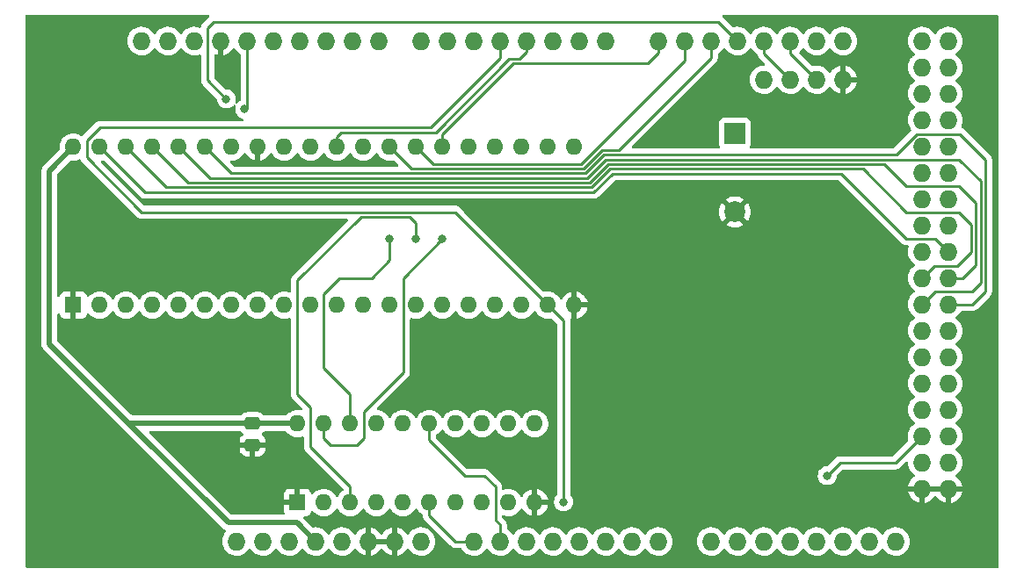
<source format=gbl>
%TF.GenerationSoftware,KiCad,Pcbnew,(6.0.7)*%
%TF.CreationDate,2024-05-09T09:52:52-04:00*%
%TF.ProjectId,ard8088,61726438-3038-4382-9e6b-696361645f70,1.1*%
%TF.SameCoordinates,Original*%
%TF.FileFunction,Copper,L2,Bot*%
%TF.FilePolarity,Positive*%
%FSLAX46Y46*%
G04 Gerber Fmt 4.6, Leading zero omitted, Abs format (unit mm)*
G04 Created by KiCad (PCBNEW (6.0.7)) date 2024-05-09 09:52:52*
%MOMM*%
%LPD*%
G01*
G04 APERTURE LIST*
G04 Aperture macros list*
%AMRoundRect*
0 Rectangle with rounded corners*
0 $1 Rounding radius*
0 $2 $3 $4 $5 $6 $7 $8 $9 X,Y pos of 4 corners*
0 Add a 4 corners polygon primitive as box body*
4,1,4,$2,$3,$4,$5,$6,$7,$8,$9,$2,$3,0*
0 Add four circle primitives for the rounded corners*
1,1,$1+$1,$2,$3*
1,1,$1+$1,$4,$5*
1,1,$1+$1,$6,$7*
1,1,$1+$1,$8,$9*
0 Add four rect primitives between the rounded corners*
20,1,$1+$1,$2,$3,$4,$5,0*
20,1,$1+$1,$4,$5,$6,$7,0*
20,1,$1+$1,$6,$7,$8,$9,0*
20,1,$1+$1,$8,$9,$2,$3,0*%
G04 Aperture macros list end*
%TA.AperFunction,ComponentPad*%
%ADD10O,1.727200X1.727200*%
%TD*%
%TA.AperFunction,ComponentPad*%
%ADD11R,1.600000X1.600000*%
%TD*%
%TA.AperFunction,ComponentPad*%
%ADD12O,1.600000X1.600000*%
%TD*%
%TA.AperFunction,ComponentPad*%
%ADD13R,2.000000X2.000000*%
%TD*%
%TA.AperFunction,ComponentPad*%
%ADD14C,2.000000*%
%TD*%
%TA.AperFunction,SMDPad,CuDef*%
%ADD15RoundRect,0.250000X-0.475000X0.337500X-0.475000X-0.337500X0.475000X-0.337500X0.475000X0.337500X0*%
%TD*%
%TA.AperFunction,ViaPad*%
%ADD16C,0.800000*%
%TD*%
%TA.AperFunction,Conductor*%
%ADD17C,0.250000*%
%TD*%
%TA.AperFunction,Conductor*%
%ADD18C,0.500000*%
%TD*%
G04 APERTURE END LIST*
D10*
%TO.P,XA1,S3*%
%TO.N,GND*%
X175514000Y-69769223D03*
%TO.P,XA1,S2*%
%TO.N,/ser1*%
X172974000Y-69769223D03*
%TO.P,XA1,S1*%
%TO.N,/ser0*%
X170434000Y-69769223D03*
%TO.P,XA1,S0*%
%TO.N,/+5Vactual*%
X167894000Y-69769223D03*
%TO.P,XA1,*%
%TO.N,*%
X117094000Y-114300000D03*
%TO.P,XA1,3V3,3.3V*%
%TO.N,+5V*%
X124714000Y-114300000D03*
%TO.P,XA1,5V1,5V*%
%TO.N,unconnected-(XA1-Pad5V1)*%
X127254000Y-114300000D03*
%TO.P,XA1,5V3,5V*%
%TO.N,/+5Vactual*%
X183134000Y-66040000D03*
%TO.P,XA1,5V4,5V*%
X185674000Y-66040000D03*
%TO.P,XA1,A0,A0*%
%TO.N,/~{AEN}*%
X139954000Y-114300000D03*
%TO.P,XA1,A1,A1*%
%TO.N,/CEN*%
X142494000Y-114300000D03*
%TO.P,XA1,A2,A2*%
%TO.N,unconnected-(XA1-PadA2)*%
X145034000Y-114300000D03*
%TO.P,XA1,A3,A3*%
%TO.N,unconnected-(XA1-PadA3)*%
X147574000Y-114300000D03*
%TO.P,XA1,A4,A4*%
%TO.N,unconnected-(XA1-PadA4)*%
X150114000Y-114300000D03*
%TO.P,XA1,A5,A5*%
%TO.N,unconnected-(XA1-PadA5)*%
X152654000Y-114300000D03*
%TO.P,XA1,A6,A6*%
%TO.N,unconnected-(XA1-PadA6)*%
X155194000Y-114300000D03*
%TO.P,XA1,A7,A7*%
%TO.N,unconnected-(XA1-PadA7)*%
X157734000Y-114300000D03*
%TO.P,XA1,A8,A8*%
%TO.N,unconnected-(XA1-PadA8)*%
X162814000Y-114300000D03*
%TO.P,XA1,A9,A9*%
%TO.N,unconnected-(XA1-PadA9)*%
X165354000Y-114300000D03*
%TO.P,XA1,A10,A10*%
%TO.N,unconnected-(XA1-PadA10)*%
X167894000Y-114300000D03*
%TO.P,XA1,A11,A11*%
%TO.N,unconnected-(XA1-PadA11)*%
X170434000Y-114300000D03*
%TO.P,XA1,A12,A12*%
%TO.N,unconnected-(XA1-PadA12)*%
X172974000Y-114300000D03*
%TO.P,XA1,A13,A13*%
%TO.N,unconnected-(XA1-PadA13)*%
X175514000Y-114300000D03*
%TO.P,XA1,A14,A14*%
%TO.N,unconnected-(XA1-PadA14)*%
X178054000Y-114300000D03*
%TO.P,XA1,A15,A15*%
%TO.N,unconnected-(XA1-PadA15)*%
X180594000Y-114300000D03*
%TO.P,XA1,AREF,AREF*%
%TO.N,unconnected-(XA1-PadAREF)*%
X113030000Y-66040000D03*
%TO.P,XA1,D0,D0_RX0*%
%TO.N,unconnected-(XA1-PadD0)*%
X152654000Y-66040000D03*
%TO.P,XA1,D1,D1_TX0*%
%TO.N,unconnected-(XA1-PadD1)*%
X150114000Y-66040000D03*
%TO.P,XA1,D2,D2_INT0*%
%TO.N,unconnected-(BZ1-Pad1)*%
X147574000Y-66040000D03*
%TO.P,XA1,D3,D3_INT1*%
%TO.N,/~{RQ}{slash}~{GT1}*%
X145034000Y-66040000D03*
%TO.P,XA1,D4,D4*%
%TO.N,/CLK*%
X142494000Y-66040000D03*
%TO.P,XA1,D5,D5*%
%TO.N,/RESET*%
X139954000Y-66040000D03*
%TO.P,XA1,D6,D6*%
%TO.N,/READY*%
X137414000Y-66040000D03*
%TO.P,XA1,D7,D7*%
%TO.N,/~{TEST}*%
X134874000Y-66040000D03*
%TO.P,XA1,D8,D8*%
%TO.N,/QS1*%
X130810000Y-66040000D03*
%TO.P,XA1,D9,D9*%
%TO.N,/QSO*%
X128270000Y-66040000D03*
%TO.P,XA1,D10,D10*%
%TO.N,/~{LOCK}*%
X125730000Y-66040000D03*
%TO.P,XA1,D11,D11*%
%TO.N,/~{RD}*%
X123190000Y-66040000D03*
%TO.P,XA1,D12,D12*%
%TO.N,/INTR*%
X120650000Y-66040000D03*
%TO.P,XA1,D13,D13*%
%TO.N,/NMI*%
X118110000Y-66040000D03*
%TO.P,XA1,D14,D14_TX3*%
%TO.N,/S0*%
X157734000Y-66040000D03*
%TO.P,XA1,D15,D15_RX3*%
%TO.N,/S1*%
X160274000Y-66040000D03*
%TO.P,XA1,D16,D16_TX2*%
%TO.N,/S2*%
X162814000Y-66040000D03*
%TO.P,XA1,D17,D17_RX2*%
%TO.N,/~{BHE}*%
X165354000Y-66040000D03*
%TO.P,XA1,D18,D18_TX1*%
%TO.N,/ser0*%
X167894000Y-66040000D03*
%TO.P,XA1,D19,D19_RX1*%
%TO.N,/ser1*%
X170434000Y-66040000D03*
%TO.P,XA1,D20,D20_SDA*%
%TO.N,unconnected-(XA1-PadD20)*%
X172974000Y-66040000D03*
%TO.P,XA1,D21,D21_SCL*%
%TO.N,unconnected-(XA1-PadD21)*%
X175514000Y-66040000D03*
%TO.P,XA1,D22,D22*%
%TO.N,/AD0*%
X183134000Y-68580000D03*
%TO.P,XA1,D23,D23*%
%TO.N,/AD1*%
X185674000Y-68580000D03*
%TO.P,XA1,D24,D24*%
%TO.N,/AD2*%
X183134000Y-71120000D03*
%TO.P,XA1,D25,D25*%
%TO.N,/AD3*%
X185674000Y-71120000D03*
%TO.P,XA1,D26,D26*%
%TO.N,/AD4*%
X183134000Y-73660000D03*
%TO.P,XA1,D27,D27*%
%TO.N,/AD5*%
X185674000Y-73660000D03*
%TO.P,XA1,D28,D28*%
%TO.N,/AD6*%
X183134000Y-76200000D03*
%TO.P,XA1,D29,D29*%
%TO.N,/AD7*%
X185674000Y-76200000D03*
%TO.P,XA1,D30,D30*%
%TO.N,/A8*%
X183134000Y-78740000D03*
%TO.P,XA1,D31,D31*%
%TO.N,/A9*%
X185674000Y-78740000D03*
%TO.P,XA1,D32,D32*%
%TO.N,/A10*%
X183134000Y-81280000D03*
%TO.P,XA1,D33,D33*%
%TO.N,/A11*%
X185674000Y-81280000D03*
%TO.P,XA1,D34,D34*%
%TO.N,/A12*%
X183134000Y-83820000D03*
%TO.P,XA1,D35,D35*%
%TO.N,/A13*%
X185674000Y-83820000D03*
%TO.P,XA1,D36,D36*%
%TO.N,/A14*%
X183134000Y-86360000D03*
%TO.P,XA1,D37,D37*%
%TO.N,/A15*%
X185674000Y-86360000D03*
%TO.P,XA1,D38,D38*%
%TO.N,/A16*%
X183134000Y-88900000D03*
%TO.P,XA1,D39,D39*%
%TO.N,/A17*%
X185674000Y-88900000D03*
%TO.P,XA1,D40,D40*%
%TO.N,/A18*%
X183134000Y-91440000D03*
%TO.P,XA1,D41,D41*%
%TO.N,/A19*%
X185674000Y-91440000D03*
%TO.P,XA1,D42,D42*%
%TO.N,unconnected-(XA1-PadD42)*%
X183134000Y-93980000D03*
%TO.P,XA1,D43,D43*%
%TO.N,/MCE{slash}~{PDEN}*%
X185674000Y-93980000D03*
%TO.P,XA1,D44,D44*%
%TO.N,/DEN*%
X183134000Y-96520000D03*
%TO.P,XA1,D45,D45*%
%TO.N,/~{INTA}*%
X185674000Y-96520000D03*
%TO.P,XA1,D46,D46*%
%TO.N,/~{IORC}*%
X183134000Y-99060000D03*
%TO.P,XA1,D47,D47*%
%TO.N,/~{IOWC}*%
X185674000Y-99060000D03*
%TO.P,XA1,D48,D48*%
%TO.N,/~{AIOWC}*%
X183134000Y-101600000D03*
%TO.P,XA1,D49,D49*%
%TO.N,/DT{slash}~{R}*%
X185674000Y-101600000D03*
%TO.P,XA1,D50,D50*%
%TO.N,/ALE*%
X183134000Y-104140000D03*
%TO.P,XA1,D51,D51*%
%TO.N,/~{MRDC}*%
X185674000Y-104140000D03*
%TO.P,XA1,D52,D52*%
%TO.N,/~{AMWC}*%
X183134000Y-106680000D03*
%TO.P,XA1,D53,D53_SS*%
%TO.N,/~{MWTC}*%
X185674000Y-106680000D03*
%TO.P,XA1,GND1,GND*%
%TO.N,GND*%
X115570000Y-66040000D03*
%TO.P,XA1,GND2,GND*%
X129794000Y-114300000D03*
%TO.P,XA1,GND3,GND*%
X132334000Y-114300000D03*
%TO.P,XA1,GND5,GND*%
X183134000Y-109220000D03*
%TO.P,XA1,GND6,GND*%
X185674000Y-109220000D03*
%TO.P,XA1,IORF,IOREF*%
%TO.N,unconnected-(XA1-PadIORF)*%
X119634000Y-114300000D03*
%TO.P,XA1,RST1,RESET*%
%TO.N,unconnected-(XA1-PadRST1)*%
X122174000Y-114300000D03*
%TO.P,XA1,SCL,SCL*%
%TO.N,unconnected-(XA1-PadSCL)*%
X107950000Y-66040000D03*
%TO.P,XA1,SDA,SDA*%
%TO.N,unconnected-(XA1-PadSDA)*%
X110490000Y-66040000D03*
%TO.P,XA1,VIN,VIN*%
%TO.N,unconnected-(XA1-PadVIN)*%
X134874000Y-114300000D03*
%TD*%
D11*
%TO.P,U1,1,GND*%
%TO.N,GND*%
X101369000Y-91505000D03*
D12*
%TO.P,U1,2,A14*%
%TO.N,/A14*%
X103909000Y-91505000D03*
%TO.P,U1,3,A13*%
%TO.N,/A13*%
X106449000Y-91505000D03*
%TO.P,U1,4,A12*%
%TO.N,/A12*%
X108989000Y-91505000D03*
%TO.P,U1,5,A11*%
%TO.N,/A11*%
X111529000Y-91505000D03*
%TO.P,U1,6,A10*%
%TO.N,/A10*%
X114069000Y-91505000D03*
%TO.P,U1,7,A9*%
%TO.N,/A9*%
X116609000Y-91505000D03*
%TO.P,U1,8,A8*%
%TO.N,/A8*%
X119149000Y-91505000D03*
%TO.P,U1,9,AD7*%
%TO.N,/AD7*%
X121689000Y-91505000D03*
%TO.P,U1,10,AD6*%
%TO.N,/AD6*%
X124229000Y-91505000D03*
%TO.P,U1,11,AD5*%
%TO.N,/AD5*%
X126769000Y-91505000D03*
%TO.P,U1,12,AD4*%
%TO.N,/AD4*%
X129309000Y-91505000D03*
%TO.P,U1,13,AD3*%
%TO.N,/AD3*%
X131849000Y-91505000D03*
%TO.P,U1,14,AD2*%
%TO.N,/AD2*%
X134389000Y-91505000D03*
%TO.P,U1,15,AD1*%
%TO.N,/AD1*%
X136929000Y-91505000D03*
%TO.P,U1,16,AD0*%
%TO.N,/AD0*%
X139469000Y-91505000D03*
%TO.P,U1,17,NMI*%
%TO.N,/NMI*%
X142009000Y-91505000D03*
%TO.P,U1,18,INTR*%
%TO.N,/INTR*%
X144549000Y-91505000D03*
%TO.P,U1,19,CLK*%
%TO.N,/CLK*%
X147089000Y-91505000D03*
%TO.P,U1,20,GND*%
%TO.N,GND*%
X149629000Y-91505000D03*
%TO.P,U1,21,RESET*%
%TO.N,/RESET*%
X149629000Y-76265000D03*
%TO.P,U1,22,READY*%
%TO.N,/READY*%
X147089000Y-76265000D03*
%TO.P,U1,23,~{TEST}*%
%TO.N,/~{TEST}*%
X144549000Y-76265000D03*
%TO.P,U1,24,QS1*%
%TO.N,/QS1*%
X142009000Y-76265000D03*
%TO.P,U1,25,QS0*%
%TO.N,/QSO*%
X139469000Y-76265000D03*
%TO.P,U1,26,~{S0}*%
%TO.N,/S0*%
X136929000Y-76265000D03*
%TO.P,U1,27,~{S1}*%
%TO.N,/S1*%
X134389000Y-76265000D03*
%TO.P,U1,28,~{S2}*%
%TO.N,/S2*%
X131849000Y-76265000D03*
%TO.P,U1,29,~{LOCK}*%
%TO.N,/~{LOCK}*%
X129309000Y-76265000D03*
%TO.P,U1,30,~{RQ}/~{GT1}*%
%TO.N,/~{RQ}{slash}~{GT1}*%
X126769000Y-76265000D03*
%TO.P,U1,31,~{RQ}/~{GT0}*%
%TO.N,unconnected-(U1-Pad31)*%
X124229000Y-76265000D03*
%TO.P,U1,32,~{RD}*%
%TO.N,/~{RD}*%
X121689000Y-76265000D03*
%TO.P,U1,33,MN/~{MX}*%
%TO.N,GND*%
X119149000Y-76265000D03*
%TO.P,U1,34,HIGH*%
%TO.N,/~{BHE}*%
X116609000Y-76265000D03*
%TO.P,U1,35,A19/S6*%
%TO.N,/A19*%
X114069000Y-76265000D03*
%TO.P,U1,36,A18/S5*%
%TO.N,/A18*%
X111529000Y-76265000D03*
%TO.P,U1,37,A17/S4*%
%TO.N,/A17*%
X108989000Y-76265000D03*
%TO.P,U1,38,A16/S3*%
%TO.N,/A16*%
X106449000Y-76265000D03*
%TO.P,U1,39,A15*%
%TO.N,/A15*%
X103909000Y-76265000D03*
%TO.P,U1,40,VCC*%
%TO.N,+5V*%
X101369000Y-76265000D03*
%TD*%
D11*
%TO.P,U2,1,IOB*%
%TO.N,GND*%
X122959000Y-110540000D03*
D12*
%TO.P,U2,2,CLK*%
%TO.N,/CLK*%
X125499000Y-110540000D03*
%TO.P,U2,3,~{S1}*%
%TO.N,/S1*%
X128039000Y-110540000D03*
%TO.P,U2,4,DT/~{R}*%
%TO.N,/DT{slash}~{R}*%
X130579000Y-110540000D03*
%TO.P,U2,5,ALE*%
%TO.N,/ALE*%
X133119000Y-110540000D03*
%TO.P,U2,6,~{AEN}*%
%TO.N,/~{AEN}*%
X135659000Y-110540000D03*
%TO.P,U2,7,~{MRDC}*%
%TO.N,/~{MRDC}*%
X138199000Y-110540000D03*
%TO.P,U2,8,~{AMWC}*%
%TO.N,/~{AMWC}*%
X140739000Y-110540000D03*
%TO.P,U2,9,~{MWTC}*%
%TO.N,/~{MWTC}*%
X143279000Y-110540000D03*
%TO.P,U2,10,GND*%
%TO.N,GND*%
X145819000Y-110540000D03*
%TO.P,U2,11,~{IOWC}*%
%TO.N,/~{IOWC}*%
X145819000Y-102920000D03*
%TO.P,U2,12,~{AIOWC}*%
%TO.N,/~{AIOWC}*%
X143279000Y-102920000D03*
%TO.P,U2,13,~{IORC}*%
%TO.N,/~{IORC}*%
X140739000Y-102920000D03*
%TO.P,U2,14,~{INTA}*%
%TO.N,/~{INTA}*%
X138199000Y-102920000D03*
%TO.P,U2,15,CEN*%
%TO.N,/CEN*%
X135659000Y-102920000D03*
%TO.P,U2,16,DEN*%
%TO.N,/DEN*%
X133119000Y-102920000D03*
%TO.P,U2,17,MCE/~{PDEN}*%
%TO.N,/MCE{slash}~{PDEN}*%
X130579000Y-102920000D03*
%TO.P,U2,18,~{S2}*%
%TO.N,/S2*%
X128039000Y-102920000D03*
%TO.P,U2,19,~{S0}*%
%TO.N,/S0*%
X125499000Y-102920000D03*
%TO.P,U2,20,VCC*%
%TO.N,+5V*%
X122959000Y-102920000D03*
%TD*%
D13*
%TO.P,BZ1,1,-*%
%TO.N,unconnected-(BZ1-Pad1)*%
X165100000Y-74930000D03*
D14*
%TO.P,BZ1,2,+*%
%TO.N,GND*%
X165100000Y-82530000D03*
%TD*%
D15*
%TO.P,C2,1*%
%TO.N,+5V*%
X118626888Y-102925286D03*
%TO.P,C2,2*%
%TO.N,GND*%
X118626888Y-105000286D03*
%TD*%
D16*
%TO.N,/~{BHE}*%
X116112569Y-71630852D03*
%TO.N,GND*%
X97790000Y-67310000D03*
X100467798Y-115530324D03*
X189230000Y-109220000D03*
X97790000Y-69850000D03*
X189230000Y-67310000D03*
X189230000Y-110490000D03*
X189230000Y-66040000D03*
X97790000Y-68580000D03*
X151130000Y-111760000D03*
X152400000Y-111760000D03*
X113030000Y-115570000D03*
X114300000Y-115570000D03*
X97927798Y-115530324D03*
X149860000Y-111760000D03*
X105410000Y-64770000D03*
X111760000Y-115570000D03*
X102870000Y-64770000D03*
X189230000Y-64770000D03*
X165100000Y-69850000D03*
X163830000Y-69850000D03*
X104140000Y-64770000D03*
X99197798Y-115530324D03*
X189230000Y-111760000D03*
%TO.N,/CLK*%
X148590000Y-110490000D03*
%TO.N,/S0*%
X136924000Y-85150000D03*
%TO.N,/S1*%
X134384000Y-85150000D03*
%TO.N,/S2*%
X131844000Y-85150000D03*
%TO.N,/NMI*%
X117874000Y-72626000D03*
%TO.N,/ALE*%
X173990000Y-107950000D03*
%TD*%
D17*
%TO.N,/ser1*%
X170434000Y-67229223D02*
X170434000Y-66040000D01*
X172974000Y-69769223D02*
X170434000Y-67229223D01*
%TO.N,/ser0*%
X167894000Y-67229223D02*
X167894000Y-66040000D01*
X170434000Y-69769223D02*
X167894000Y-67229223D01*
%TO.N,/ALE*%
X175222577Y-106717423D02*
X180556577Y-106717423D01*
X180556577Y-106717423D02*
X183134000Y-104140000D01*
X173990000Y-107950000D02*
X175222577Y-106717423D01*
%TO.N,/~{AEN}*%
X135659000Y-111763961D02*
X138195039Y-114300000D01*
X138195039Y-114300000D02*
X139954000Y-114300000D01*
X135659000Y-110540000D02*
X135659000Y-111763961D01*
%TO.N,/CEN*%
X142021267Y-112234869D02*
X142494000Y-112707602D01*
X139061972Y-107950000D02*
X140970000Y-107950000D01*
X142021267Y-109001267D02*
X142021267Y-112234869D01*
X142494000Y-112707602D02*
X142494000Y-114300000D01*
X140970000Y-107950000D02*
X142021267Y-109001267D01*
X135659000Y-102920000D02*
X135659000Y-104547028D01*
X135659000Y-104547028D02*
X139061972Y-107950000D01*
%TO.N,/~{BHE}*%
X114300000Y-69818283D02*
X116112569Y-71630852D01*
X114899811Y-64170189D02*
X114300000Y-64770000D01*
X165354000Y-66040000D02*
X163484189Y-64170189D01*
X163484189Y-64170189D02*
X114899811Y-64170189D01*
X114300000Y-64770000D02*
X114300000Y-69818283D01*
D18*
%TO.N,+5V*%
X99060000Y-78574000D02*
X99060000Y-95250000D01*
X118571602Y-102870000D02*
X106680000Y-102870000D01*
X118626888Y-102925286D02*
X118571602Y-102870000D01*
X101369000Y-76265000D02*
X99060000Y-78574000D01*
X118626888Y-102925286D02*
X122953714Y-102925286D01*
X99060000Y-95250000D02*
X106680000Y-102870000D01*
X122953714Y-102925286D02*
X122959000Y-102920000D01*
X116309670Y-112499670D02*
X122913670Y-112499670D01*
X106680000Y-102870000D02*
X116309670Y-112499670D01*
X122913670Y-112499670D02*
X124714000Y-114300000D01*
D17*
%TO.N,/CLK*%
X102675215Y-77275215D02*
X107950000Y-82550000D01*
X142494000Y-67690108D02*
X135796664Y-74387444D01*
X135796664Y-74387444D02*
X103952555Y-74387444D01*
X102675215Y-75664784D02*
X102675215Y-77275215D01*
X148590000Y-93006000D02*
X148590000Y-110490000D01*
X138134000Y-82550000D02*
X147089000Y-91505000D01*
X107950000Y-82550000D02*
X138134000Y-82550000D01*
X142494000Y-66040000D02*
X142494000Y-67690108D01*
X147089000Y-91505000D02*
X148590000Y-93006000D01*
X103952555Y-74387444D02*
X102675215Y-75664784D01*
%TO.N,/S0*%
X133159054Y-88914946D02*
X133159054Y-97980946D01*
X156703335Y-68213665D02*
X157734000Y-67183000D01*
X128686684Y-105007209D02*
X126169244Y-105007209D01*
X143793335Y-68213665D02*
X156703335Y-68213665D01*
X133159054Y-97980946D02*
X129341217Y-101798783D01*
X129341217Y-101798783D02*
X129341217Y-104352676D01*
X157734000Y-67183000D02*
X157734000Y-66040000D01*
X136929000Y-75078000D02*
X143793335Y-68213665D01*
X125499000Y-104336965D02*
X125499000Y-102920000D01*
X136924000Y-85150000D02*
X133159054Y-88914946D01*
X136929000Y-76265000D02*
X136929000Y-75078000D01*
X126169244Y-105007209D02*
X125499000Y-104336965D01*
X129341217Y-104352676D02*
X128686684Y-105007209D01*
%TO.N,/S1*%
X160274000Y-67943604D02*
X160274000Y-66040000D01*
X122963430Y-100103430D02*
X124221674Y-101361674D01*
X134384000Y-85150000D02*
X134384000Y-83584000D01*
X150317604Y-77900000D02*
X160274000Y-67943604D01*
X128039000Y-108989000D02*
X128039000Y-110540000D01*
X124221674Y-101361674D02*
X124221674Y-105171674D01*
X134384000Y-83584000D02*
X133800000Y-83000000D01*
X122963430Y-89126570D02*
X122963430Y-100103430D01*
X136024000Y-77900000D02*
X150317604Y-77900000D01*
X124221674Y-105171674D02*
X128039000Y-108989000D01*
X133800000Y-83000000D02*
X129090000Y-83000000D01*
X134389000Y-76265000D02*
X136024000Y-77900000D01*
X129090000Y-83000000D02*
X122963430Y-89126570D01*
%TO.N,/S2*%
X133934000Y-78350000D02*
X150504000Y-78350000D01*
X125480868Y-97540868D02*
X128039000Y-100099000D01*
X162814000Y-67648072D02*
X162814000Y-66040000D01*
X152284000Y-76570000D02*
X153892072Y-76570000D01*
X130087000Y-88900000D02*
X127000000Y-88900000D01*
X131849000Y-76265000D02*
X133934000Y-78350000D01*
X150504000Y-78350000D02*
X152284000Y-76570000D01*
X128039000Y-100099000D02*
X128039000Y-102920000D01*
X131844000Y-87143000D02*
X130087000Y-88900000D01*
X131844000Y-85150000D02*
X131844000Y-87143000D01*
X127000000Y-88900000D02*
X125480868Y-90419132D01*
X125480868Y-90419132D02*
X125480868Y-97540868D01*
X153892072Y-76570000D02*
X162814000Y-67648072D01*
%TO.N,/A19*%
X114069000Y-76265000D02*
X116604000Y-78800000D01*
X116604000Y-78800000D02*
X150690396Y-78800000D01*
X189230000Y-90170000D02*
X187960000Y-91440000D01*
X180633065Y-77020000D02*
X182641665Y-75011400D01*
X150690396Y-78800000D02*
X152470396Y-77020000D01*
X152470396Y-77020000D02*
X180633065Y-77020000D01*
X182641665Y-75011400D02*
X186771400Y-75011400D01*
X187960000Y-91440000D02*
X185674000Y-91440000D01*
X186771400Y-75011400D02*
X189230000Y-77470000D01*
X189230000Y-77470000D02*
X189230000Y-90170000D01*
%TO.N,/A18*%
X187960000Y-90170000D02*
X184404000Y-90170000D01*
X186690000Y-77470000D02*
X188780000Y-79560000D01*
X188780000Y-89350000D02*
X187960000Y-90170000D01*
X114514000Y-79250000D02*
X150876792Y-79250000D01*
X184404000Y-90170000D02*
X183134000Y-91440000D01*
X188780000Y-79560000D02*
X188780000Y-89350000D01*
X152656792Y-77470000D02*
X186690000Y-77470000D01*
X111529000Y-76265000D02*
X114514000Y-79250000D01*
X150876792Y-79250000D02*
X152656792Y-77470000D01*
%TO.N,/A17*%
X187060000Y-88900000D02*
X185674000Y-88900000D01*
X179520000Y-77920000D02*
X181610000Y-80010000D01*
X151130000Y-79700000D02*
X152910000Y-77920000D01*
X188330000Y-81650000D02*
X188330000Y-87630000D01*
X112424000Y-79700000D02*
X151130000Y-79700000D01*
X181610000Y-80010000D02*
X186690000Y-80010000D01*
X188330000Y-87630000D02*
X187060000Y-88900000D01*
X186690000Y-80010000D02*
X188330000Y-81650000D01*
X108989000Y-76265000D02*
X112424000Y-79700000D01*
X152910000Y-77920000D02*
X179520000Y-77920000D01*
%TO.N,/A16*%
X177430000Y-78370000D02*
X181610000Y-82550000D01*
X186690000Y-82550000D02*
X187880000Y-83740000D01*
X181610000Y-82550000D02*
X186690000Y-82550000D01*
X106449000Y-76265000D02*
X110334000Y-80150000D01*
X187880000Y-83740000D02*
X187880000Y-86360000D01*
X187880000Y-86360000D02*
X186528600Y-87711400D01*
X151316396Y-80150000D02*
X153096396Y-78370000D01*
X186528600Y-87711400D02*
X184322600Y-87711400D01*
X153096396Y-78370000D02*
X177430000Y-78370000D01*
X184322600Y-87711400D02*
X183134000Y-88900000D01*
X110334000Y-80150000D02*
X151316396Y-80150000D01*
%TO.N,/A15*%
X184404000Y-85090000D02*
X185674000Y-86360000D01*
X181610000Y-85090000D02*
X184404000Y-85090000D01*
X151502792Y-80600000D02*
X153282792Y-78820000D01*
X103909000Y-76265000D02*
X108244000Y-80600000D01*
X108244000Y-80600000D02*
X151502792Y-80600000D01*
X175340000Y-78820000D02*
X181610000Y-85090000D01*
X153282792Y-78820000D02*
X175340000Y-78820000D01*
%TO.N,/NMI*%
X117874000Y-72626000D02*
X118110000Y-72390000D01*
X118110000Y-72390000D02*
X118110000Y-66040000D01*
%TO.N,/~{RQ}{slash}~{GT1}*%
X126769000Y-75265140D02*
X127196696Y-74837444D01*
X126769000Y-76265000D02*
X126769000Y-75265140D01*
X145034000Y-67056000D02*
X145034000Y-66040000D01*
X136284647Y-74837444D02*
X143358426Y-67763665D01*
X144326335Y-67763665D02*
X145034000Y-67056000D01*
X127196696Y-74837444D02*
X136284647Y-74837444D01*
X143358426Y-67763665D02*
X144326335Y-67763665D01*
%TD*%
%TA.AperFunction,Conductor*%
%TO.N,GND*%
G36*
X190442121Y-63520002D02*
G01*
X190488614Y-63573658D01*
X190500000Y-63626000D01*
X190500000Y-116714000D01*
X190479998Y-116782121D01*
X190426342Y-116828614D01*
X190374000Y-116840000D01*
X143642868Y-116840001D01*
X96911737Y-116840001D01*
X96843616Y-116819999D01*
X96797123Y-116766343D01*
X96785737Y-116714001D01*
X96785737Y-63626001D01*
X96805739Y-63557880D01*
X96859395Y-63511387D01*
X96911737Y-63500001D01*
X114364296Y-63500001D01*
X114432417Y-63520003D01*
X114478910Y-63573659D01*
X114489014Y-63643933D01*
X114461381Y-63706316D01*
X114434523Y-63738782D01*
X114426533Y-63747563D01*
X113907742Y-64266353D01*
X113899463Y-64273887D01*
X113892982Y-64278000D01*
X113846357Y-64327651D01*
X113843602Y-64330493D01*
X113823865Y-64350230D01*
X113821385Y-64353427D01*
X113813682Y-64362447D01*
X113783414Y-64394679D01*
X113779595Y-64401625D01*
X113779593Y-64401628D01*
X113773652Y-64412434D01*
X113762801Y-64428953D01*
X113750386Y-64444959D01*
X113747241Y-64452228D01*
X113747238Y-64452232D01*
X113732826Y-64485537D01*
X113727609Y-64496187D01*
X113706305Y-64534940D01*
X113704334Y-64542615D01*
X113704334Y-64542616D01*
X113701267Y-64554562D01*
X113694863Y-64573266D01*
X113686819Y-64591855D01*
X113685580Y-64599678D01*
X113685577Y-64599688D01*
X113679901Y-64635524D01*
X113677495Y-64647144D01*
X113672570Y-64666327D01*
X113636256Y-64727334D01*
X113572725Y-64759023D01*
X113508469Y-64753767D01*
X113386573Y-64710602D01*
X113386570Y-64710601D01*
X113381698Y-64708876D01*
X113331297Y-64699898D01*
X113164657Y-64670214D01*
X113164653Y-64670214D01*
X113159569Y-64669308D01*
X113087574Y-64668429D01*
X112939129Y-64666615D01*
X112939127Y-64666615D01*
X112933959Y-64666552D01*
X112710929Y-64700680D01*
X112496468Y-64770777D01*
X112296335Y-64874960D01*
X112292202Y-64878063D01*
X112292199Y-64878065D01*
X112120040Y-65007325D01*
X112115905Y-65010430D01*
X111960024Y-65173550D01*
X111957112Y-65177819D01*
X111957106Y-65177827D01*
X111863503Y-65315043D01*
X111808592Y-65360046D01*
X111738067Y-65368217D01*
X111674320Y-65336963D01*
X111653623Y-65312479D01*
X111583634Y-65204291D01*
X111583632Y-65204288D01*
X111580826Y-65199951D01*
X111428977Y-65033071D01*
X111424923Y-65029869D01*
X111424922Y-65029868D01*
X111255966Y-64896434D01*
X111255962Y-64896432D01*
X111251911Y-64893232D01*
X111054383Y-64784191D01*
X110841698Y-64708876D01*
X110791297Y-64699898D01*
X110624657Y-64670214D01*
X110624653Y-64670214D01*
X110619569Y-64669308D01*
X110547574Y-64668429D01*
X110399129Y-64666615D01*
X110399127Y-64666615D01*
X110393959Y-64666552D01*
X110170929Y-64700680D01*
X109956468Y-64770777D01*
X109756335Y-64874960D01*
X109752202Y-64878063D01*
X109752199Y-64878065D01*
X109580040Y-65007325D01*
X109575905Y-65010430D01*
X109420024Y-65173550D01*
X109417112Y-65177819D01*
X109417106Y-65177827D01*
X109323503Y-65315043D01*
X109268592Y-65360046D01*
X109198067Y-65368217D01*
X109134320Y-65336963D01*
X109113623Y-65312479D01*
X109043634Y-65204291D01*
X109043632Y-65204288D01*
X109040826Y-65199951D01*
X108888977Y-65033071D01*
X108884923Y-65029869D01*
X108884922Y-65029868D01*
X108715966Y-64896434D01*
X108715962Y-64896432D01*
X108711911Y-64893232D01*
X108514383Y-64784191D01*
X108301698Y-64708876D01*
X108251297Y-64699898D01*
X108084657Y-64670214D01*
X108084653Y-64670214D01*
X108079569Y-64669308D01*
X108007574Y-64668429D01*
X107859129Y-64666615D01*
X107859127Y-64666615D01*
X107853959Y-64666552D01*
X107630929Y-64700680D01*
X107416468Y-64770777D01*
X107216335Y-64874960D01*
X107212202Y-64878063D01*
X107212199Y-64878065D01*
X107040040Y-65007325D01*
X107035905Y-65010430D01*
X106880024Y-65173550D01*
X106752878Y-65359940D01*
X106750704Y-65364624D01*
X106750702Y-65364627D01*
X106679402Y-65518231D01*
X106657881Y-65564593D01*
X106597585Y-65782013D01*
X106573609Y-66006362D01*
X106573906Y-66011514D01*
X106573906Y-66011518D01*
X106579618Y-66110578D01*
X106586597Y-66231614D01*
X106587734Y-66236660D01*
X106587735Y-66236666D01*
X106608984Y-66330952D01*
X106636200Y-66451720D01*
X106638142Y-66456502D01*
X106638143Y-66456506D01*
X106674822Y-66546835D01*
X106721086Y-66660769D01*
X106838975Y-66853147D01*
X106986702Y-67023687D01*
X107160299Y-67167810D01*
X107164751Y-67170412D01*
X107164756Y-67170415D01*
X107350645Y-67279040D01*
X107355103Y-67281645D01*
X107565884Y-67362134D01*
X107570952Y-67363165D01*
X107570955Y-67363166D01*
X107658814Y-67381041D01*
X107786981Y-67407117D01*
X107792156Y-67407307D01*
X107792158Y-67407307D01*
X108007292Y-67415196D01*
X108007296Y-67415196D01*
X108012456Y-67415385D01*
X108017576Y-67414729D01*
X108017578Y-67414729D01*
X108094476Y-67404878D01*
X108236253Y-67386716D01*
X108241202Y-67385231D01*
X108241208Y-67385230D01*
X108447413Y-67323365D01*
X108447412Y-67323365D01*
X108452363Y-67321880D01*
X108578239Y-67260214D01*
X108650331Y-67224897D01*
X108650336Y-67224894D01*
X108654982Y-67222618D01*
X108659192Y-67219615D01*
X108659197Y-67219612D01*
X108834455Y-67094601D01*
X108834459Y-67094597D01*
X108838667Y-67091596D01*
X108998487Y-66932333D01*
X109119370Y-66764107D01*
X109175364Y-66720459D01*
X109246068Y-66714013D01*
X109309032Y-66746816D01*
X109329125Y-66771799D01*
X109376275Y-66848743D01*
X109376279Y-66848748D01*
X109378975Y-66853147D01*
X109526702Y-67023687D01*
X109700299Y-67167810D01*
X109704751Y-67170412D01*
X109704756Y-67170415D01*
X109890645Y-67279040D01*
X109895103Y-67281645D01*
X110105884Y-67362134D01*
X110110952Y-67363165D01*
X110110955Y-67363166D01*
X110198814Y-67381041D01*
X110326981Y-67407117D01*
X110332156Y-67407307D01*
X110332158Y-67407307D01*
X110547292Y-67415196D01*
X110547296Y-67415196D01*
X110552456Y-67415385D01*
X110557576Y-67414729D01*
X110557578Y-67414729D01*
X110634476Y-67404878D01*
X110776253Y-67386716D01*
X110781202Y-67385231D01*
X110781208Y-67385230D01*
X110987413Y-67323365D01*
X110987412Y-67323365D01*
X110992363Y-67321880D01*
X111118239Y-67260214D01*
X111190331Y-67224897D01*
X111190336Y-67224894D01*
X111194982Y-67222618D01*
X111199192Y-67219615D01*
X111199197Y-67219612D01*
X111374455Y-67094601D01*
X111374459Y-67094597D01*
X111378667Y-67091596D01*
X111538487Y-66932333D01*
X111659370Y-66764107D01*
X111715364Y-66720459D01*
X111786068Y-66714013D01*
X111849032Y-66746816D01*
X111869125Y-66771799D01*
X111916275Y-66848743D01*
X111916279Y-66848748D01*
X111918975Y-66853147D01*
X112066702Y-67023687D01*
X112240299Y-67167810D01*
X112244751Y-67170412D01*
X112244756Y-67170415D01*
X112430645Y-67279040D01*
X112435103Y-67281645D01*
X112645884Y-67362134D01*
X112650952Y-67363165D01*
X112650955Y-67363166D01*
X112738814Y-67381041D01*
X112866981Y-67407117D01*
X112872156Y-67407307D01*
X112872158Y-67407307D01*
X113087292Y-67415196D01*
X113087296Y-67415196D01*
X113092456Y-67415385D01*
X113097576Y-67414729D01*
X113097578Y-67414729D01*
X113174476Y-67404878D01*
X113316253Y-67386716D01*
X113504294Y-67330301D01*
X113575288Y-67329885D01*
X113635238Y-67367917D01*
X113665110Y-67432323D01*
X113666500Y-67450987D01*
X113666500Y-69739516D01*
X113665973Y-69750699D01*
X113664298Y-69758192D01*
X113664547Y-69766118D01*
X113664547Y-69766119D01*
X113666438Y-69826269D01*
X113666500Y-69830228D01*
X113666500Y-69858139D01*
X113666997Y-69862073D01*
X113666997Y-69862074D01*
X113667005Y-69862139D01*
X113667938Y-69873976D01*
X113669327Y-69918172D01*
X113671725Y-69926425D01*
X113674978Y-69937622D01*
X113678987Y-69956983D01*
X113681526Y-69977080D01*
X113684445Y-69984451D01*
X113684445Y-69984453D01*
X113697804Y-70018195D01*
X113701649Y-70029425D01*
X113711771Y-70064266D01*
X113713982Y-70071876D01*
X113718015Y-70078695D01*
X113718017Y-70078700D01*
X113724293Y-70089311D01*
X113732988Y-70107059D01*
X113740448Y-70125900D01*
X113745110Y-70132316D01*
X113745110Y-70132317D01*
X113766436Y-70161670D01*
X113772952Y-70171590D01*
X113775502Y-70175901D01*
X113795458Y-70209645D01*
X113809779Y-70223966D01*
X113822619Y-70238999D01*
X113834528Y-70255390D01*
X113840634Y-70260441D01*
X113868605Y-70283581D01*
X113877384Y-70291571D01*
X115165447Y-71579634D01*
X115199473Y-71641946D01*
X115201661Y-71655555D01*
X115219027Y-71820780D01*
X115278042Y-72002408D01*
X115373529Y-72167796D01*
X115377947Y-72172703D01*
X115377948Y-72172704D01*
X115445574Y-72247810D01*
X115501316Y-72309718D01*
X115655817Y-72421970D01*
X115661845Y-72424654D01*
X115661847Y-72424655D01*
X115819756Y-72494960D01*
X115830281Y-72499646D01*
X115909262Y-72516434D01*
X116010625Y-72537980D01*
X116010630Y-72537980D01*
X116017082Y-72539352D01*
X116208056Y-72539352D01*
X116214508Y-72537980D01*
X116214513Y-72537980D01*
X116315876Y-72516434D01*
X116394857Y-72499646D01*
X116405382Y-72494960D01*
X116563291Y-72424655D01*
X116563293Y-72424654D01*
X116569321Y-72421970D01*
X116723822Y-72309718D01*
X116792943Y-72232952D01*
X116853388Y-72195713D01*
X116924372Y-72197065D01*
X116983356Y-72236579D01*
X117011614Y-72301709D01*
X117006411Y-72356197D01*
X116980458Y-72436072D01*
X116979768Y-72442633D01*
X116979768Y-72442635D01*
X116973632Y-72501018D01*
X116960496Y-72626000D01*
X116961186Y-72632565D01*
X116978556Y-72797827D01*
X116980458Y-72815928D01*
X117039473Y-72997556D01*
X117042776Y-73003278D01*
X117042777Y-73003279D01*
X117046306Y-73009391D01*
X117134960Y-73162944D01*
X117139378Y-73167851D01*
X117139379Y-73167852D01*
X117187524Y-73221322D01*
X117262747Y-73304866D01*
X117417248Y-73417118D01*
X117423276Y-73419802D01*
X117423278Y-73419803D01*
X117585681Y-73492109D01*
X117591712Y-73494794D01*
X117638302Y-73504697D01*
X117700775Y-73538425D01*
X117735097Y-73600575D01*
X117730369Y-73671414D01*
X117688093Y-73728452D01*
X117621692Y-73753579D01*
X117612105Y-73753944D01*
X104031323Y-73753944D01*
X104020140Y-73753417D01*
X104012647Y-73751742D01*
X104004721Y-73751991D01*
X104004720Y-73751991D01*
X103944557Y-73753882D01*
X103940599Y-73753944D01*
X103912699Y-73753944D01*
X103908709Y-73754448D01*
X103896875Y-73755380D01*
X103852666Y-73756770D01*
X103845050Y-73758983D01*
X103845048Y-73758983D01*
X103833207Y-73762423D01*
X103813848Y-73766432D01*
X103812538Y-73766598D01*
X103793758Y-73768970D01*
X103786392Y-73771886D01*
X103786386Y-73771888D01*
X103752653Y-73785244D01*
X103741423Y-73789089D01*
X103706572Y-73799214D01*
X103698962Y-73801425D01*
X103692139Y-73805460D01*
X103681521Y-73811739D01*
X103663768Y-73820436D01*
X103656123Y-73823463D01*
X103644938Y-73827892D01*
X103638523Y-73832553D01*
X103609167Y-73853881D01*
X103599250Y-73860395D01*
X103561193Y-73882902D01*
X103546872Y-73897223D01*
X103531839Y-73910063D01*
X103515448Y-73921972D01*
X103510397Y-73928078D01*
X103487257Y-73956049D01*
X103479267Y-73964828D01*
X102282962Y-75161132D01*
X102274679Y-75168671D01*
X102268197Y-75172784D01*
X102262768Y-75178566D01*
X102261526Y-75179593D01*
X102196289Y-75207606D01*
X102126264Y-75195902D01*
X102108935Y-75185725D01*
X102100178Y-75179593D01*
X102025749Y-75127477D01*
X102020767Y-75125154D01*
X102020762Y-75125151D01*
X101823225Y-75033039D01*
X101823224Y-75033039D01*
X101818243Y-75030716D01*
X101812935Y-75029294D01*
X101812933Y-75029293D01*
X101602402Y-74972881D01*
X101602400Y-74972881D01*
X101597087Y-74971457D01*
X101369000Y-74951502D01*
X101140913Y-74971457D01*
X101135600Y-74972881D01*
X101135598Y-74972881D01*
X100925067Y-75029293D01*
X100925065Y-75029294D01*
X100919757Y-75030716D01*
X100914776Y-75033039D01*
X100914775Y-75033039D01*
X100717238Y-75125151D01*
X100717233Y-75125154D01*
X100712251Y-75127477D01*
X100616250Y-75194698D01*
X100529211Y-75255643D01*
X100529208Y-75255645D01*
X100524700Y-75258802D01*
X100362802Y-75420700D01*
X100231477Y-75608251D01*
X100229154Y-75613233D01*
X100229151Y-75613238D01*
X100175643Y-75727988D01*
X100134716Y-75815757D01*
X100133294Y-75821065D01*
X100133293Y-75821067D01*
X100077041Y-76031002D01*
X100075457Y-76036913D01*
X100055502Y-76265000D01*
X100055981Y-76270475D01*
X100069755Y-76427913D01*
X100055766Y-76497518D01*
X100033329Y-76527990D01*
X98571089Y-77990230D01*
X98556677Y-78002616D01*
X98545082Y-78011149D01*
X98545077Y-78011154D01*
X98539182Y-78015492D01*
X98534443Y-78021070D01*
X98534440Y-78021073D01*
X98504965Y-78055768D01*
X98498035Y-78063284D01*
X98492340Y-78068979D01*
X98490060Y-78071861D01*
X98474719Y-78091251D01*
X98471928Y-78094655D01*
X98429409Y-78144703D01*
X98424667Y-78150285D01*
X98421339Y-78156801D01*
X98417972Y-78161850D01*
X98414805Y-78166979D01*
X98410266Y-78172716D01*
X98379345Y-78238875D01*
X98377442Y-78242769D01*
X98344231Y-78307808D01*
X98342492Y-78314916D01*
X98340393Y-78320559D01*
X98338476Y-78326322D01*
X98335378Y-78332950D01*
X98333888Y-78340112D01*
X98333888Y-78340113D01*
X98320514Y-78404412D01*
X98319544Y-78408696D01*
X98302192Y-78479610D01*
X98301500Y-78490764D01*
X98301464Y-78490762D01*
X98301225Y-78494755D01*
X98300851Y-78498947D01*
X98299360Y-78506115D01*
X98299558Y-78513432D01*
X98301454Y-78583521D01*
X98301500Y-78586928D01*
X98301500Y-95182930D01*
X98300067Y-95201880D01*
X98296801Y-95223349D01*
X98297394Y-95230641D01*
X98297394Y-95230644D01*
X98301085Y-95276018D01*
X98301500Y-95286233D01*
X98301500Y-95294293D01*
X98301925Y-95297937D01*
X98304789Y-95322507D01*
X98305222Y-95326882D01*
X98309253Y-95376434D01*
X98311140Y-95399637D01*
X98313396Y-95406601D01*
X98314587Y-95412560D01*
X98315971Y-95418415D01*
X98316818Y-95425681D01*
X98341735Y-95494327D01*
X98343152Y-95498455D01*
X98365649Y-95567899D01*
X98369445Y-95574154D01*
X98371951Y-95579628D01*
X98374670Y-95585058D01*
X98377167Y-95591937D01*
X98381180Y-95598057D01*
X98381180Y-95598058D01*
X98417186Y-95652976D01*
X98419523Y-95656680D01*
X98457405Y-95719107D01*
X98461121Y-95723315D01*
X98461122Y-95723316D01*
X98464803Y-95727484D01*
X98464776Y-95727508D01*
X98467429Y-95730500D01*
X98470132Y-95733733D01*
X98474144Y-95739852D01*
X98479456Y-95744884D01*
X98530383Y-95793128D01*
X98532825Y-95795506D01*
X106096230Y-103358911D01*
X106108616Y-103373323D01*
X106117149Y-103384918D01*
X106117154Y-103384923D01*
X106121492Y-103390818D01*
X106127070Y-103395557D01*
X106127073Y-103395560D01*
X106161768Y-103425035D01*
X106169284Y-103431965D01*
X115725900Y-112988581D01*
X115738286Y-113002993D01*
X115746819Y-113014588D01*
X115746824Y-113014593D01*
X115751162Y-113020488D01*
X115756740Y-113025227D01*
X115756743Y-113025230D01*
X115791438Y-113054705D01*
X115798954Y-113061635D01*
X115804649Y-113067330D01*
X115807531Y-113069610D01*
X115826921Y-113084951D01*
X115830325Y-113087742D01*
X115866279Y-113118287D01*
X115885955Y-113135003D01*
X115892471Y-113138331D01*
X115897520Y-113141698D01*
X115902649Y-113144865D01*
X115908386Y-113149404D01*
X115974545Y-113180325D01*
X115978446Y-113182232D01*
X116019796Y-113203347D01*
X116071368Y-113252141D01*
X116088374Y-113321071D01*
X116065413Y-113388252D01*
X116053598Y-113402602D01*
X116024024Y-113433550D01*
X115896878Y-113619940D01*
X115894704Y-113624624D01*
X115894702Y-113624627D01*
X115823402Y-113778231D01*
X115801881Y-113824593D01*
X115741585Y-114042013D01*
X115717609Y-114266362D01*
X115717906Y-114271514D01*
X115717906Y-114271518D01*
X115723618Y-114370578D01*
X115730597Y-114491614D01*
X115731734Y-114496660D01*
X115731735Y-114496666D01*
X115752984Y-114590952D01*
X115780200Y-114711720D01*
X115782142Y-114716502D01*
X115782143Y-114716506D01*
X115862005Y-114913181D01*
X115865086Y-114920769D01*
X115901394Y-114980019D01*
X115980091Y-115108440D01*
X115982975Y-115113147D01*
X116130702Y-115283687D01*
X116304299Y-115427810D01*
X116308751Y-115430412D01*
X116308756Y-115430415D01*
X116398091Y-115482618D01*
X116499103Y-115541645D01*
X116709884Y-115622134D01*
X116714952Y-115623165D01*
X116714955Y-115623166D01*
X116763021Y-115632945D01*
X116930981Y-115667117D01*
X116936156Y-115667307D01*
X116936158Y-115667307D01*
X117151292Y-115675196D01*
X117151296Y-115675196D01*
X117156456Y-115675385D01*
X117161576Y-115674729D01*
X117161578Y-115674729D01*
X117230985Y-115665838D01*
X117380253Y-115646716D01*
X117385202Y-115645231D01*
X117385208Y-115645230D01*
X117591413Y-115583365D01*
X117591412Y-115583365D01*
X117596363Y-115581880D01*
X117691419Y-115535312D01*
X117794331Y-115484897D01*
X117794336Y-115484894D01*
X117798982Y-115482618D01*
X117803192Y-115479615D01*
X117803197Y-115479612D01*
X117978455Y-115354601D01*
X117978459Y-115354597D01*
X117982667Y-115351596D01*
X118142487Y-115192333D01*
X118263370Y-115024107D01*
X118319364Y-114980459D01*
X118390068Y-114974013D01*
X118453032Y-115006816D01*
X118473125Y-115031799D01*
X118520275Y-115108743D01*
X118520279Y-115108748D01*
X118522975Y-115113147D01*
X118670702Y-115283687D01*
X118844299Y-115427810D01*
X118848751Y-115430412D01*
X118848756Y-115430415D01*
X118938091Y-115482618D01*
X119039103Y-115541645D01*
X119249884Y-115622134D01*
X119254952Y-115623165D01*
X119254955Y-115623166D01*
X119303021Y-115632945D01*
X119470981Y-115667117D01*
X119476156Y-115667307D01*
X119476158Y-115667307D01*
X119691292Y-115675196D01*
X119691296Y-115675196D01*
X119696456Y-115675385D01*
X119701576Y-115674729D01*
X119701578Y-115674729D01*
X119770985Y-115665838D01*
X119920253Y-115646716D01*
X119925202Y-115645231D01*
X119925208Y-115645230D01*
X120131413Y-115583365D01*
X120131412Y-115583365D01*
X120136363Y-115581880D01*
X120231419Y-115535312D01*
X120334331Y-115484897D01*
X120334336Y-115484894D01*
X120338982Y-115482618D01*
X120343192Y-115479615D01*
X120343197Y-115479612D01*
X120518455Y-115354601D01*
X120518459Y-115354597D01*
X120522667Y-115351596D01*
X120682487Y-115192333D01*
X120803370Y-115024107D01*
X120859364Y-114980459D01*
X120930068Y-114974013D01*
X120993032Y-115006816D01*
X121013125Y-115031799D01*
X121060275Y-115108743D01*
X121060279Y-115108748D01*
X121062975Y-115113147D01*
X121210702Y-115283687D01*
X121384299Y-115427810D01*
X121388751Y-115430412D01*
X121388756Y-115430415D01*
X121478091Y-115482618D01*
X121579103Y-115541645D01*
X121789884Y-115622134D01*
X121794952Y-115623165D01*
X121794955Y-115623166D01*
X121843021Y-115632945D01*
X122010981Y-115667117D01*
X122016156Y-115667307D01*
X122016158Y-115667307D01*
X122231292Y-115675196D01*
X122231296Y-115675196D01*
X122236456Y-115675385D01*
X122241576Y-115674729D01*
X122241578Y-115674729D01*
X122310985Y-115665838D01*
X122460253Y-115646716D01*
X122465202Y-115645231D01*
X122465208Y-115645230D01*
X122671413Y-115583365D01*
X122671412Y-115583365D01*
X122676363Y-115581880D01*
X122771419Y-115535312D01*
X122874331Y-115484897D01*
X122874336Y-115484894D01*
X122878982Y-115482618D01*
X122883192Y-115479615D01*
X122883197Y-115479612D01*
X123058455Y-115354601D01*
X123058459Y-115354597D01*
X123062667Y-115351596D01*
X123222487Y-115192333D01*
X123343370Y-115024107D01*
X123399364Y-114980459D01*
X123470068Y-114974013D01*
X123533032Y-115006816D01*
X123553125Y-115031799D01*
X123600275Y-115108743D01*
X123600279Y-115108748D01*
X123602975Y-115113147D01*
X123750702Y-115283687D01*
X123924299Y-115427810D01*
X123928751Y-115430412D01*
X123928756Y-115430415D01*
X124018091Y-115482618D01*
X124119103Y-115541645D01*
X124329884Y-115622134D01*
X124334952Y-115623165D01*
X124334955Y-115623166D01*
X124383021Y-115632945D01*
X124550981Y-115667117D01*
X124556156Y-115667307D01*
X124556158Y-115667307D01*
X124771292Y-115675196D01*
X124771296Y-115675196D01*
X124776456Y-115675385D01*
X124781576Y-115674729D01*
X124781578Y-115674729D01*
X124850985Y-115665838D01*
X125000253Y-115646716D01*
X125005202Y-115645231D01*
X125005208Y-115645230D01*
X125211413Y-115583365D01*
X125211412Y-115583365D01*
X125216363Y-115581880D01*
X125311419Y-115535312D01*
X125414331Y-115484897D01*
X125414336Y-115484894D01*
X125418982Y-115482618D01*
X125423192Y-115479615D01*
X125423197Y-115479612D01*
X125598455Y-115354601D01*
X125598459Y-115354597D01*
X125602667Y-115351596D01*
X125762487Y-115192333D01*
X125883370Y-115024107D01*
X125939364Y-114980459D01*
X126010068Y-114974013D01*
X126073032Y-115006816D01*
X126093125Y-115031799D01*
X126140275Y-115108743D01*
X126140279Y-115108748D01*
X126142975Y-115113147D01*
X126290702Y-115283687D01*
X126464299Y-115427810D01*
X126468751Y-115430412D01*
X126468756Y-115430415D01*
X126558091Y-115482618D01*
X126659103Y-115541645D01*
X126869884Y-115622134D01*
X126874952Y-115623165D01*
X126874955Y-115623166D01*
X126923021Y-115632945D01*
X127090981Y-115667117D01*
X127096156Y-115667307D01*
X127096158Y-115667307D01*
X127311292Y-115675196D01*
X127311296Y-115675196D01*
X127316456Y-115675385D01*
X127321576Y-115674729D01*
X127321578Y-115674729D01*
X127390985Y-115665838D01*
X127540253Y-115646716D01*
X127545202Y-115645231D01*
X127545208Y-115645230D01*
X127751413Y-115583365D01*
X127751412Y-115583365D01*
X127756363Y-115581880D01*
X127851419Y-115535312D01*
X127954331Y-115484897D01*
X127954336Y-115484894D01*
X127958982Y-115482618D01*
X127963192Y-115479615D01*
X127963197Y-115479612D01*
X128138455Y-115354601D01*
X128138459Y-115354597D01*
X128142667Y-115351596D01*
X128302487Y-115192333D01*
X128423686Y-115023667D01*
X128479680Y-114980019D01*
X128550384Y-114973573D01*
X128613348Y-115006376D01*
X128633441Y-115031358D01*
X128680682Y-115108448D01*
X128686765Y-115116759D01*
X128827665Y-115279417D01*
X128835032Y-115286633D01*
X129000606Y-115424095D01*
X129009053Y-115430010D01*
X129194859Y-115538586D01*
X129204146Y-115543036D01*
X129405198Y-115619810D01*
X129415091Y-115622684D01*
X129522248Y-115644485D01*
X129536300Y-115643290D01*
X129540000Y-115632945D01*
X129540000Y-115632229D01*
X130048000Y-115632229D01*
X130052064Y-115646071D01*
X130065479Y-115648105D01*
X130075025Y-115646882D01*
X130085095Y-115644742D01*
X130291225Y-115582900D01*
X130300832Y-115579134D01*
X130494076Y-115484464D01*
X130502934Y-115479185D01*
X130678141Y-115354211D01*
X130686003Y-115347567D01*
X130838445Y-115195656D01*
X130845122Y-115187811D01*
X130963402Y-115023206D01*
X131019397Y-114979558D01*
X131090100Y-114973112D01*
X131153065Y-115005915D01*
X131173157Y-115030897D01*
X131220676Y-115108440D01*
X131226765Y-115116759D01*
X131367665Y-115279417D01*
X131375032Y-115286633D01*
X131540606Y-115424095D01*
X131549053Y-115430010D01*
X131734859Y-115538586D01*
X131744146Y-115543036D01*
X131945198Y-115619810D01*
X131955091Y-115622684D01*
X132062248Y-115644485D01*
X132076300Y-115643290D01*
X132080000Y-115632945D01*
X132080000Y-115632229D01*
X132588000Y-115632229D01*
X132592064Y-115646071D01*
X132605479Y-115648105D01*
X132615025Y-115646882D01*
X132625095Y-115644742D01*
X132831225Y-115582900D01*
X132840832Y-115579134D01*
X133034076Y-115484464D01*
X133042934Y-115479185D01*
X133218141Y-115354211D01*
X133226003Y-115347567D01*
X133378445Y-115195656D01*
X133385122Y-115187811D01*
X133503086Y-115023646D01*
X133559081Y-114979998D01*
X133629784Y-114973552D01*
X133692749Y-115006355D01*
X133712842Y-115031337D01*
X133760091Y-115108440D01*
X133762975Y-115113147D01*
X133910702Y-115283687D01*
X134084299Y-115427810D01*
X134088751Y-115430412D01*
X134088756Y-115430415D01*
X134178091Y-115482618D01*
X134279103Y-115541645D01*
X134489884Y-115622134D01*
X134494952Y-115623165D01*
X134494955Y-115623166D01*
X134543021Y-115632945D01*
X134710981Y-115667117D01*
X134716156Y-115667307D01*
X134716158Y-115667307D01*
X134931292Y-115675196D01*
X134931296Y-115675196D01*
X134936456Y-115675385D01*
X134941576Y-115674729D01*
X134941578Y-115674729D01*
X135010985Y-115665838D01*
X135160253Y-115646716D01*
X135165202Y-115645231D01*
X135165208Y-115645230D01*
X135371413Y-115583365D01*
X135371412Y-115583365D01*
X135376363Y-115581880D01*
X135471419Y-115535312D01*
X135574331Y-115484897D01*
X135574336Y-115484894D01*
X135578982Y-115482618D01*
X135583192Y-115479615D01*
X135583197Y-115479612D01*
X135758455Y-115354601D01*
X135758459Y-115354597D01*
X135762667Y-115351596D01*
X135922487Y-115192333D01*
X136054150Y-115009105D01*
X136124297Y-114867174D01*
X136151824Y-114811477D01*
X136151825Y-114811475D01*
X136154118Y-114806835D01*
X136219708Y-114590952D01*
X136249158Y-114367256D01*
X136250802Y-114300000D01*
X136232315Y-114075132D01*
X136177349Y-113856304D01*
X136087380Y-113649391D01*
X136037913Y-113572926D01*
X135967634Y-113464291D01*
X135967632Y-113464288D01*
X135964826Y-113459951D01*
X135812977Y-113293071D01*
X135808926Y-113289872D01*
X135808922Y-113289868D01*
X135639966Y-113156434D01*
X135639962Y-113156432D01*
X135635911Y-113153232D01*
X135438383Y-113044191D01*
X135225698Y-112968876D01*
X135196795Y-112963727D01*
X135008657Y-112930214D01*
X135008653Y-112930214D01*
X135003569Y-112929308D01*
X134931574Y-112928429D01*
X134783129Y-112926615D01*
X134783127Y-112926615D01*
X134777959Y-112926552D01*
X134554929Y-112960680D01*
X134340468Y-113030777D01*
X134288146Y-113058014D01*
X134149362Y-113130261D01*
X134140335Y-113134960D01*
X134136202Y-113138063D01*
X134136199Y-113138065D01*
X133964040Y-113267325D01*
X133959905Y-113270430D01*
X133804024Y-113433550D01*
X133801112Y-113437819D01*
X133801106Y-113437827D01*
X133707198Y-113575490D01*
X133652287Y-113620493D01*
X133581762Y-113628664D01*
X133518015Y-113597410D01*
X133497318Y-113572926D01*
X133427239Y-113464601D01*
X133420947Y-113456430D01*
X133276113Y-113297260D01*
X133268580Y-113290234D01*
X133099691Y-113156855D01*
X133091104Y-113151150D01*
X132902711Y-113047151D01*
X132893299Y-113042921D01*
X132690445Y-112971086D01*
X132680474Y-112968452D01*
X132605837Y-112955157D01*
X132592540Y-112956617D01*
X132588000Y-112971174D01*
X132588000Y-115632229D01*
X132080000Y-115632229D01*
X132080000Y-114572115D01*
X132075525Y-114556876D01*
X132074135Y-114555671D01*
X132066452Y-114554000D01*
X130066115Y-114554000D01*
X130050876Y-114558475D01*
X130049671Y-114559865D01*
X130048000Y-114567548D01*
X130048000Y-115632229D01*
X129540000Y-115632229D01*
X129540000Y-114027885D01*
X130048000Y-114027885D01*
X130052475Y-114043124D01*
X130053865Y-114044329D01*
X130061548Y-114046000D01*
X132061885Y-114046000D01*
X132077124Y-114041525D01*
X132078329Y-114040135D01*
X132080000Y-114032452D01*
X132080000Y-112969343D01*
X132076082Y-112955999D01*
X132061806Y-112954012D01*
X132020161Y-112960385D01*
X132010125Y-112962776D01*
X131805576Y-113029633D01*
X131796079Y-113033625D01*
X131605189Y-113132995D01*
X131596464Y-113138490D01*
X131424373Y-113267700D01*
X131416666Y-113274543D01*
X131267984Y-113430129D01*
X131261498Y-113438139D01*
X131167493Y-113575945D01*
X131112582Y-113620948D01*
X131042057Y-113629119D01*
X130978310Y-113597865D01*
X130957613Y-113573382D01*
X130887236Y-113464596D01*
X130880947Y-113456430D01*
X130736113Y-113297260D01*
X130728580Y-113290234D01*
X130559691Y-113156855D01*
X130551104Y-113151150D01*
X130362711Y-113047151D01*
X130353299Y-113042921D01*
X130150445Y-112971086D01*
X130140474Y-112968452D01*
X130065837Y-112955157D01*
X130052540Y-112956617D01*
X130048000Y-112971174D01*
X130048000Y-114027885D01*
X129540000Y-114027885D01*
X129540000Y-112969343D01*
X129536082Y-112955999D01*
X129521806Y-112954012D01*
X129480161Y-112960385D01*
X129470125Y-112962776D01*
X129265576Y-113029633D01*
X129256079Y-113033625D01*
X129065189Y-113132995D01*
X129056464Y-113138490D01*
X128884373Y-113267700D01*
X128876666Y-113274543D01*
X128727984Y-113430129D01*
X128721498Y-113438139D01*
X128627798Y-113575498D01*
X128572887Y-113620501D01*
X128502362Y-113628672D01*
X128438615Y-113597418D01*
X128417918Y-113572934D01*
X128347634Y-113464291D01*
X128347632Y-113464288D01*
X128344826Y-113459951D01*
X128192977Y-113293071D01*
X128188926Y-113289872D01*
X128188922Y-113289868D01*
X128019966Y-113156434D01*
X128019962Y-113156432D01*
X128015911Y-113153232D01*
X127818383Y-113044191D01*
X127605698Y-112968876D01*
X127576795Y-112963727D01*
X127388657Y-112930214D01*
X127388653Y-112930214D01*
X127383569Y-112929308D01*
X127311574Y-112928429D01*
X127163129Y-112926615D01*
X127163127Y-112926615D01*
X127157959Y-112926552D01*
X126934929Y-112960680D01*
X126720468Y-113030777D01*
X126668146Y-113058014D01*
X126529362Y-113130261D01*
X126520335Y-113134960D01*
X126516202Y-113138063D01*
X126516199Y-113138065D01*
X126344040Y-113267325D01*
X126339905Y-113270430D01*
X126184024Y-113433550D01*
X126181112Y-113437819D01*
X126181106Y-113437827D01*
X126087503Y-113575043D01*
X126032592Y-113620046D01*
X125962067Y-113628217D01*
X125898320Y-113596963D01*
X125877623Y-113572479D01*
X125807634Y-113464291D01*
X125807632Y-113464288D01*
X125804826Y-113459951D01*
X125652977Y-113293071D01*
X125648926Y-113289872D01*
X125648922Y-113289868D01*
X125479966Y-113156434D01*
X125479962Y-113156432D01*
X125475911Y-113153232D01*
X125278383Y-113044191D01*
X125065698Y-112968876D01*
X125036795Y-112963727D01*
X124848657Y-112930214D01*
X124848653Y-112930214D01*
X124843569Y-112929308D01*
X124771574Y-112928429D01*
X124623129Y-112926615D01*
X124623127Y-112926615D01*
X124617959Y-112926552D01*
X124503453Y-112944074D01*
X124433092Y-112934606D01*
X124395300Y-112908619D01*
X123549775Y-112063094D01*
X123515749Y-112000782D01*
X123520814Y-111929967D01*
X123563361Y-111873131D01*
X123629881Y-111848320D01*
X123638870Y-111847999D01*
X123803669Y-111847999D01*
X123810490Y-111847629D01*
X123861352Y-111842105D01*
X123876604Y-111838479D01*
X123997054Y-111793324D01*
X124012649Y-111784786D01*
X124114724Y-111708285D01*
X124127285Y-111695724D01*
X124203786Y-111593649D01*
X124212324Y-111578054D01*
X124257478Y-111457606D01*
X124261104Y-111442357D01*
X124261479Y-111438904D01*
X124262522Y-111436394D01*
X124262932Y-111434669D01*
X124263211Y-111434735D01*
X124288719Y-111373341D01*
X124347080Y-111332912D01*
X124418034Y-111330454D01*
X124479054Y-111366747D01*
X124488344Y-111378240D01*
X124489641Y-111379786D01*
X124492802Y-111384300D01*
X124654700Y-111546198D01*
X124659208Y-111549355D01*
X124659211Y-111549357D01*
X124690035Y-111570940D01*
X124842251Y-111677523D01*
X124847233Y-111679846D01*
X124847238Y-111679849D01*
X125030516Y-111765312D01*
X125049757Y-111774284D01*
X125055065Y-111775706D01*
X125055067Y-111775707D01*
X125265598Y-111832119D01*
X125265600Y-111832119D01*
X125270913Y-111833543D01*
X125499000Y-111853498D01*
X125727087Y-111833543D01*
X125732400Y-111832119D01*
X125732402Y-111832119D01*
X125942933Y-111775707D01*
X125942935Y-111775706D01*
X125948243Y-111774284D01*
X125967484Y-111765312D01*
X126150762Y-111679849D01*
X126150767Y-111679846D01*
X126155749Y-111677523D01*
X126307965Y-111570940D01*
X126338789Y-111549357D01*
X126338792Y-111549355D01*
X126343300Y-111546198D01*
X126505198Y-111384300D01*
X126509442Y-111378240D01*
X126577447Y-111281118D01*
X126636523Y-111196749D01*
X126638846Y-111191767D01*
X126638849Y-111191762D01*
X126654805Y-111157543D01*
X126701722Y-111104258D01*
X126769999Y-111084797D01*
X126837959Y-111105339D01*
X126883195Y-111157543D01*
X126899151Y-111191762D01*
X126899154Y-111191767D01*
X126901477Y-111196749D01*
X126960553Y-111281118D01*
X127028559Y-111378240D01*
X127032802Y-111384300D01*
X127194700Y-111546198D01*
X127199208Y-111549355D01*
X127199211Y-111549357D01*
X127230035Y-111570940D01*
X127382251Y-111677523D01*
X127387233Y-111679846D01*
X127387238Y-111679849D01*
X127570516Y-111765312D01*
X127589757Y-111774284D01*
X127595065Y-111775706D01*
X127595067Y-111775707D01*
X127805598Y-111832119D01*
X127805600Y-111832119D01*
X127810913Y-111833543D01*
X128039000Y-111853498D01*
X128267087Y-111833543D01*
X128272400Y-111832119D01*
X128272402Y-111832119D01*
X128482933Y-111775707D01*
X128482935Y-111775706D01*
X128488243Y-111774284D01*
X128507484Y-111765312D01*
X128690762Y-111679849D01*
X128690767Y-111679846D01*
X128695749Y-111677523D01*
X128847965Y-111570940D01*
X128878789Y-111549357D01*
X128878792Y-111549355D01*
X128883300Y-111546198D01*
X129045198Y-111384300D01*
X129049442Y-111378240D01*
X129117447Y-111281118D01*
X129176523Y-111196749D01*
X129178846Y-111191767D01*
X129178849Y-111191762D01*
X129194805Y-111157543D01*
X129241722Y-111104258D01*
X129309999Y-111084797D01*
X129377959Y-111105339D01*
X129423195Y-111157543D01*
X129439151Y-111191762D01*
X129439154Y-111191767D01*
X129441477Y-111196749D01*
X129500553Y-111281118D01*
X129568559Y-111378240D01*
X129572802Y-111384300D01*
X129734700Y-111546198D01*
X129739208Y-111549355D01*
X129739211Y-111549357D01*
X129770035Y-111570940D01*
X129922251Y-111677523D01*
X129927233Y-111679846D01*
X129927238Y-111679849D01*
X130110516Y-111765312D01*
X130129757Y-111774284D01*
X130135065Y-111775706D01*
X130135067Y-111775707D01*
X130345598Y-111832119D01*
X130345600Y-111832119D01*
X130350913Y-111833543D01*
X130579000Y-111853498D01*
X130807087Y-111833543D01*
X130812400Y-111832119D01*
X130812402Y-111832119D01*
X131022933Y-111775707D01*
X131022935Y-111775706D01*
X131028243Y-111774284D01*
X131047484Y-111765312D01*
X131230762Y-111679849D01*
X131230767Y-111679846D01*
X131235749Y-111677523D01*
X131387965Y-111570940D01*
X131418789Y-111549357D01*
X131418792Y-111549355D01*
X131423300Y-111546198D01*
X131585198Y-111384300D01*
X131589442Y-111378240D01*
X131657447Y-111281118D01*
X131716523Y-111196749D01*
X131718846Y-111191767D01*
X131718849Y-111191762D01*
X131734805Y-111157543D01*
X131781722Y-111104258D01*
X131849999Y-111084797D01*
X131917959Y-111105339D01*
X131963195Y-111157543D01*
X131979151Y-111191762D01*
X131979154Y-111191767D01*
X131981477Y-111196749D01*
X132040553Y-111281118D01*
X132108559Y-111378240D01*
X132112802Y-111384300D01*
X132274700Y-111546198D01*
X132279208Y-111549355D01*
X132279211Y-111549357D01*
X132310035Y-111570940D01*
X132462251Y-111677523D01*
X132467233Y-111679846D01*
X132467238Y-111679849D01*
X132650516Y-111765312D01*
X132669757Y-111774284D01*
X132675065Y-111775706D01*
X132675067Y-111775707D01*
X132885598Y-111832119D01*
X132885600Y-111832119D01*
X132890913Y-111833543D01*
X133119000Y-111853498D01*
X133347087Y-111833543D01*
X133352400Y-111832119D01*
X133352402Y-111832119D01*
X133562933Y-111775707D01*
X133562935Y-111775706D01*
X133568243Y-111774284D01*
X133587484Y-111765312D01*
X133770762Y-111679849D01*
X133770767Y-111679846D01*
X133775749Y-111677523D01*
X133927965Y-111570940D01*
X133958789Y-111549357D01*
X133958792Y-111549355D01*
X133963300Y-111546198D01*
X134125198Y-111384300D01*
X134129442Y-111378240D01*
X134197447Y-111281118D01*
X134256523Y-111196749D01*
X134258846Y-111191767D01*
X134258849Y-111191762D01*
X134274805Y-111157543D01*
X134321722Y-111104258D01*
X134389999Y-111084797D01*
X134457959Y-111105339D01*
X134503195Y-111157543D01*
X134519151Y-111191762D01*
X134519154Y-111191767D01*
X134521477Y-111196749D01*
X134580553Y-111281118D01*
X134648559Y-111378240D01*
X134652802Y-111384300D01*
X134814700Y-111546198D01*
X134819208Y-111549355D01*
X134819211Y-111549357D01*
X134971240Y-111655809D01*
X135015568Y-111711266D01*
X135024907Y-111755061D01*
X135025438Y-111771945D01*
X135025500Y-111775906D01*
X135025500Y-111803817D01*
X135025997Y-111807751D01*
X135025997Y-111807752D01*
X135026005Y-111807817D01*
X135026938Y-111819654D01*
X135028327Y-111863850D01*
X135032736Y-111879025D01*
X135033978Y-111883300D01*
X135037987Y-111902661D01*
X135040526Y-111922758D01*
X135043445Y-111930129D01*
X135043445Y-111930131D01*
X135056804Y-111963873D01*
X135060649Y-111975103D01*
X135072982Y-112017554D01*
X135077015Y-112024373D01*
X135077017Y-112024378D01*
X135083293Y-112034989D01*
X135091988Y-112052737D01*
X135099448Y-112071578D01*
X135104110Y-112077994D01*
X135104110Y-112077995D01*
X135125436Y-112107348D01*
X135131952Y-112117268D01*
X135154458Y-112155323D01*
X135168779Y-112169644D01*
X135181619Y-112184677D01*
X135193528Y-112201068D01*
X135199634Y-112206119D01*
X135227605Y-112229259D01*
X135236384Y-112237249D01*
X137691387Y-114692253D01*
X137698927Y-114700539D01*
X137703039Y-114707018D01*
X137708816Y-114712443D01*
X137752690Y-114753643D01*
X137755532Y-114756398D01*
X137775269Y-114776135D01*
X137778466Y-114778615D01*
X137787486Y-114786318D01*
X137819718Y-114816586D01*
X137826664Y-114820405D01*
X137826667Y-114820407D01*
X137837473Y-114826348D01*
X137853992Y-114837199D01*
X137869998Y-114849614D01*
X137877267Y-114852759D01*
X137877271Y-114852762D01*
X137910576Y-114867174D01*
X137921226Y-114872391D01*
X137959979Y-114893695D01*
X137967654Y-114895666D01*
X137967655Y-114895666D01*
X137979601Y-114898733D01*
X137998306Y-114905137D01*
X138016894Y-114913181D01*
X138024717Y-114914420D01*
X138024727Y-114914423D01*
X138060563Y-114920099D01*
X138072183Y-114922505D01*
X138107328Y-114931528D01*
X138115009Y-114933500D01*
X138135263Y-114933500D01*
X138154973Y-114935051D01*
X138174982Y-114938220D01*
X138182874Y-114937474D01*
X138219000Y-114934059D01*
X138230858Y-114933500D01*
X138662324Y-114933500D01*
X138730445Y-114953502D01*
X138769757Y-114993665D01*
X138842975Y-115113147D01*
X138990702Y-115283687D01*
X139164299Y-115427810D01*
X139168751Y-115430412D01*
X139168756Y-115430415D01*
X139258091Y-115482618D01*
X139359103Y-115541645D01*
X139569884Y-115622134D01*
X139574952Y-115623165D01*
X139574955Y-115623166D01*
X139623021Y-115632945D01*
X139790981Y-115667117D01*
X139796156Y-115667307D01*
X139796158Y-115667307D01*
X140011292Y-115675196D01*
X140011296Y-115675196D01*
X140016456Y-115675385D01*
X140021576Y-115674729D01*
X140021578Y-115674729D01*
X140090985Y-115665838D01*
X140240253Y-115646716D01*
X140245202Y-115645231D01*
X140245208Y-115645230D01*
X140451413Y-115583365D01*
X140451412Y-115583365D01*
X140456363Y-115581880D01*
X140551419Y-115535312D01*
X140654331Y-115484897D01*
X140654336Y-115484894D01*
X140658982Y-115482618D01*
X140663192Y-115479615D01*
X140663197Y-115479612D01*
X140838455Y-115354601D01*
X140838459Y-115354597D01*
X140842667Y-115351596D01*
X141002487Y-115192333D01*
X141123370Y-115024107D01*
X141179364Y-114980459D01*
X141250068Y-114974013D01*
X141313032Y-115006816D01*
X141333125Y-115031799D01*
X141380275Y-115108743D01*
X141380279Y-115108748D01*
X141382975Y-115113147D01*
X141530702Y-115283687D01*
X141704299Y-115427810D01*
X141708751Y-115430412D01*
X141708756Y-115430415D01*
X141798091Y-115482618D01*
X141899103Y-115541645D01*
X142109884Y-115622134D01*
X142114952Y-115623165D01*
X142114955Y-115623166D01*
X142163021Y-115632945D01*
X142330981Y-115667117D01*
X142336156Y-115667307D01*
X142336158Y-115667307D01*
X142551292Y-115675196D01*
X142551296Y-115675196D01*
X142556456Y-115675385D01*
X142561576Y-115674729D01*
X142561578Y-115674729D01*
X142630985Y-115665838D01*
X142780253Y-115646716D01*
X142785202Y-115645231D01*
X142785208Y-115645230D01*
X142991413Y-115583365D01*
X142991412Y-115583365D01*
X142996363Y-115581880D01*
X143091419Y-115535312D01*
X143194331Y-115484897D01*
X143194336Y-115484894D01*
X143198982Y-115482618D01*
X143203192Y-115479615D01*
X143203197Y-115479612D01*
X143378455Y-115354601D01*
X143378459Y-115354597D01*
X143382667Y-115351596D01*
X143542487Y-115192333D01*
X143663370Y-115024107D01*
X143719364Y-114980459D01*
X143790068Y-114974013D01*
X143853032Y-115006816D01*
X143873125Y-115031799D01*
X143920275Y-115108743D01*
X143920279Y-115108748D01*
X143922975Y-115113147D01*
X144070702Y-115283687D01*
X144244299Y-115427810D01*
X144248751Y-115430412D01*
X144248756Y-115430415D01*
X144338091Y-115482618D01*
X144439103Y-115541645D01*
X144649884Y-115622134D01*
X144654952Y-115623165D01*
X144654955Y-115623166D01*
X144703021Y-115632945D01*
X144870981Y-115667117D01*
X144876156Y-115667307D01*
X144876158Y-115667307D01*
X145091292Y-115675196D01*
X145091296Y-115675196D01*
X145096456Y-115675385D01*
X145101576Y-115674729D01*
X145101578Y-115674729D01*
X145170985Y-115665838D01*
X145320253Y-115646716D01*
X145325202Y-115645231D01*
X145325208Y-115645230D01*
X145531413Y-115583365D01*
X145531412Y-115583365D01*
X145536363Y-115581880D01*
X145631419Y-115535312D01*
X145734331Y-115484897D01*
X145734336Y-115484894D01*
X145738982Y-115482618D01*
X145743192Y-115479615D01*
X145743197Y-115479612D01*
X145918455Y-115354601D01*
X145918459Y-115354597D01*
X145922667Y-115351596D01*
X146082487Y-115192333D01*
X146203370Y-115024107D01*
X146259364Y-114980459D01*
X146330068Y-114974013D01*
X146393032Y-115006816D01*
X146413125Y-115031799D01*
X146460275Y-115108743D01*
X146460279Y-115108748D01*
X146462975Y-115113147D01*
X146610702Y-115283687D01*
X146784299Y-115427810D01*
X146788751Y-115430412D01*
X146788756Y-115430415D01*
X146878091Y-115482618D01*
X146979103Y-115541645D01*
X147189884Y-115622134D01*
X147194952Y-115623165D01*
X147194955Y-115623166D01*
X147243021Y-115632945D01*
X147410981Y-115667117D01*
X147416156Y-115667307D01*
X147416158Y-115667307D01*
X147631292Y-115675196D01*
X147631296Y-115675196D01*
X147636456Y-115675385D01*
X147641576Y-115674729D01*
X147641578Y-115674729D01*
X147710985Y-115665838D01*
X147860253Y-115646716D01*
X147865202Y-115645231D01*
X147865208Y-115645230D01*
X148071413Y-115583365D01*
X148071412Y-115583365D01*
X148076363Y-115581880D01*
X148171419Y-115535312D01*
X148274331Y-115484897D01*
X148274336Y-115484894D01*
X148278982Y-115482618D01*
X148283192Y-115479615D01*
X148283197Y-115479612D01*
X148458455Y-115354601D01*
X148458459Y-115354597D01*
X148462667Y-115351596D01*
X148622487Y-115192333D01*
X148743370Y-115024107D01*
X148799364Y-114980459D01*
X148870068Y-114974013D01*
X148933032Y-115006816D01*
X148953125Y-115031799D01*
X149000275Y-115108743D01*
X149000279Y-115108748D01*
X149002975Y-115113147D01*
X149150702Y-115283687D01*
X149324299Y-115427810D01*
X149328751Y-115430412D01*
X149328756Y-115430415D01*
X149418091Y-115482618D01*
X149519103Y-115541645D01*
X149729884Y-115622134D01*
X149734952Y-115623165D01*
X149734955Y-115623166D01*
X149783021Y-115632945D01*
X149950981Y-115667117D01*
X149956156Y-115667307D01*
X149956158Y-115667307D01*
X150171292Y-115675196D01*
X150171296Y-115675196D01*
X150176456Y-115675385D01*
X150181576Y-115674729D01*
X150181578Y-115674729D01*
X150250985Y-115665838D01*
X150400253Y-115646716D01*
X150405202Y-115645231D01*
X150405208Y-115645230D01*
X150611413Y-115583365D01*
X150611412Y-115583365D01*
X150616363Y-115581880D01*
X150711419Y-115535312D01*
X150814331Y-115484897D01*
X150814336Y-115484894D01*
X150818982Y-115482618D01*
X150823192Y-115479615D01*
X150823197Y-115479612D01*
X150998455Y-115354601D01*
X150998459Y-115354597D01*
X151002667Y-115351596D01*
X151162487Y-115192333D01*
X151283370Y-115024107D01*
X151339364Y-114980459D01*
X151410068Y-114974013D01*
X151473032Y-115006816D01*
X151493125Y-115031799D01*
X151540275Y-115108743D01*
X151540279Y-115108748D01*
X151542975Y-115113147D01*
X151690702Y-115283687D01*
X151864299Y-115427810D01*
X151868751Y-115430412D01*
X151868756Y-115430415D01*
X151958091Y-115482618D01*
X152059103Y-115541645D01*
X152269884Y-115622134D01*
X152274952Y-115623165D01*
X152274955Y-115623166D01*
X152323021Y-115632945D01*
X152490981Y-115667117D01*
X152496156Y-115667307D01*
X152496158Y-115667307D01*
X152711292Y-115675196D01*
X152711296Y-115675196D01*
X152716456Y-115675385D01*
X152721576Y-115674729D01*
X152721578Y-115674729D01*
X152790985Y-115665838D01*
X152940253Y-115646716D01*
X152945202Y-115645231D01*
X152945208Y-115645230D01*
X153151413Y-115583365D01*
X153151412Y-115583365D01*
X153156363Y-115581880D01*
X153251419Y-115535312D01*
X153354331Y-115484897D01*
X153354336Y-115484894D01*
X153358982Y-115482618D01*
X153363192Y-115479615D01*
X153363197Y-115479612D01*
X153538455Y-115354601D01*
X153538459Y-115354597D01*
X153542667Y-115351596D01*
X153702487Y-115192333D01*
X153823370Y-115024107D01*
X153879364Y-114980459D01*
X153950068Y-114974013D01*
X154013032Y-115006816D01*
X154033125Y-115031799D01*
X154080275Y-115108743D01*
X154080279Y-115108748D01*
X154082975Y-115113147D01*
X154230702Y-115283687D01*
X154404299Y-115427810D01*
X154408751Y-115430412D01*
X154408756Y-115430415D01*
X154498091Y-115482618D01*
X154599103Y-115541645D01*
X154809884Y-115622134D01*
X154814952Y-115623165D01*
X154814955Y-115623166D01*
X154863021Y-115632945D01*
X155030981Y-115667117D01*
X155036156Y-115667307D01*
X155036158Y-115667307D01*
X155251292Y-115675196D01*
X155251296Y-115675196D01*
X155256456Y-115675385D01*
X155261576Y-115674729D01*
X155261578Y-115674729D01*
X155330985Y-115665838D01*
X155480253Y-115646716D01*
X155485202Y-115645231D01*
X155485208Y-115645230D01*
X155691413Y-115583365D01*
X155691412Y-115583365D01*
X155696363Y-115581880D01*
X155791419Y-115535312D01*
X155894331Y-115484897D01*
X155894336Y-115484894D01*
X155898982Y-115482618D01*
X155903192Y-115479615D01*
X155903197Y-115479612D01*
X156078455Y-115354601D01*
X156078459Y-115354597D01*
X156082667Y-115351596D01*
X156242487Y-115192333D01*
X156363370Y-115024107D01*
X156419364Y-114980459D01*
X156490068Y-114974013D01*
X156553032Y-115006816D01*
X156573125Y-115031799D01*
X156620275Y-115108743D01*
X156620279Y-115108748D01*
X156622975Y-115113147D01*
X156770702Y-115283687D01*
X156944299Y-115427810D01*
X156948751Y-115430412D01*
X156948756Y-115430415D01*
X157038091Y-115482618D01*
X157139103Y-115541645D01*
X157349884Y-115622134D01*
X157354952Y-115623165D01*
X157354955Y-115623166D01*
X157403021Y-115632945D01*
X157570981Y-115667117D01*
X157576156Y-115667307D01*
X157576158Y-115667307D01*
X157791292Y-115675196D01*
X157791296Y-115675196D01*
X157796456Y-115675385D01*
X157801576Y-115674729D01*
X157801578Y-115674729D01*
X157870985Y-115665838D01*
X158020253Y-115646716D01*
X158025202Y-115645231D01*
X158025208Y-115645230D01*
X158231413Y-115583365D01*
X158231412Y-115583365D01*
X158236363Y-115581880D01*
X158331419Y-115535312D01*
X158434331Y-115484897D01*
X158434336Y-115484894D01*
X158438982Y-115482618D01*
X158443192Y-115479615D01*
X158443197Y-115479612D01*
X158618455Y-115354601D01*
X158618459Y-115354597D01*
X158622667Y-115351596D01*
X158782487Y-115192333D01*
X158914150Y-115009105D01*
X158984297Y-114867174D01*
X159011824Y-114811477D01*
X159011825Y-114811475D01*
X159014118Y-114806835D01*
X159079708Y-114590952D01*
X159109158Y-114367256D01*
X159110802Y-114300000D01*
X159108037Y-114266362D01*
X161437609Y-114266362D01*
X161437906Y-114271514D01*
X161437906Y-114271518D01*
X161443618Y-114370578D01*
X161450597Y-114491614D01*
X161451734Y-114496660D01*
X161451735Y-114496666D01*
X161472984Y-114590952D01*
X161500200Y-114711720D01*
X161502142Y-114716502D01*
X161502143Y-114716506D01*
X161582005Y-114913181D01*
X161585086Y-114920769D01*
X161621394Y-114980019D01*
X161700091Y-115108440D01*
X161702975Y-115113147D01*
X161850702Y-115283687D01*
X162024299Y-115427810D01*
X162028751Y-115430412D01*
X162028756Y-115430415D01*
X162118091Y-115482618D01*
X162219103Y-115541645D01*
X162429884Y-115622134D01*
X162434952Y-115623165D01*
X162434955Y-115623166D01*
X162483021Y-115632945D01*
X162650981Y-115667117D01*
X162656156Y-115667307D01*
X162656158Y-115667307D01*
X162871292Y-115675196D01*
X162871296Y-115675196D01*
X162876456Y-115675385D01*
X162881576Y-115674729D01*
X162881578Y-115674729D01*
X162950985Y-115665838D01*
X163100253Y-115646716D01*
X163105202Y-115645231D01*
X163105208Y-115645230D01*
X163311413Y-115583365D01*
X163311412Y-115583365D01*
X163316363Y-115581880D01*
X163411419Y-115535312D01*
X163514331Y-115484897D01*
X163514336Y-115484894D01*
X163518982Y-115482618D01*
X163523192Y-115479615D01*
X163523197Y-115479612D01*
X163698455Y-115354601D01*
X163698459Y-115354597D01*
X163702667Y-115351596D01*
X163862487Y-115192333D01*
X163983370Y-115024107D01*
X164039364Y-114980459D01*
X164110068Y-114974013D01*
X164173032Y-115006816D01*
X164193125Y-115031799D01*
X164240275Y-115108743D01*
X164240279Y-115108748D01*
X164242975Y-115113147D01*
X164390702Y-115283687D01*
X164564299Y-115427810D01*
X164568751Y-115430412D01*
X164568756Y-115430415D01*
X164658091Y-115482618D01*
X164759103Y-115541645D01*
X164969884Y-115622134D01*
X164974952Y-115623165D01*
X164974955Y-115623166D01*
X165023021Y-115632945D01*
X165190981Y-115667117D01*
X165196156Y-115667307D01*
X165196158Y-115667307D01*
X165411292Y-115675196D01*
X165411296Y-115675196D01*
X165416456Y-115675385D01*
X165421576Y-115674729D01*
X165421578Y-115674729D01*
X165490985Y-115665838D01*
X165640253Y-115646716D01*
X165645202Y-115645231D01*
X165645208Y-115645230D01*
X165851413Y-115583365D01*
X165851412Y-115583365D01*
X165856363Y-115581880D01*
X165951419Y-115535312D01*
X166054331Y-115484897D01*
X166054336Y-115484894D01*
X166058982Y-115482618D01*
X166063192Y-115479615D01*
X166063197Y-115479612D01*
X166238455Y-115354601D01*
X166238459Y-115354597D01*
X166242667Y-115351596D01*
X166402487Y-115192333D01*
X166523370Y-115024107D01*
X166579364Y-114980459D01*
X166650068Y-114974013D01*
X166713032Y-115006816D01*
X166733125Y-115031799D01*
X166780275Y-115108743D01*
X166780279Y-115108748D01*
X166782975Y-115113147D01*
X166930702Y-115283687D01*
X167104299Y-115427810D01*
X167108751Y-115430412D01*
X167108756Y-115430415D01*
X167198091Y-115482618D01*
X167299103Y-115541645D01*
X167509884Y-115622134D01*
X167514952Y-115623165D01*
X167514955Y-115623166D01*
X167563021Y-115632945D01*
X167730981Y-115667117D01*
X167736156Y-115667307D01*
X167736158Y-115667307D01*
X167951292Y-115675196D01*
X167951296Y-115675196D01*
X167956456Y-115675385D01*
X167961576Y-115674729D01*
X167961578Y-115674729D01*
X168030985Y-115665838D01*
X168180253Y-115646716D01*
X168185202Y-115645231D01*
X168185208Y-115645230D01*
X168391413Y-115583365D01*
X168391412Y-115583365D01*
X168396363Y-115581880D01*
X168491419Y-115535312D01*
X168594331Y-115484897D01*
X168594336Y-115484894D01*
X168598982Y-115482618D01*
X168603192Y-115479615D01*
X168603197Y-115479612D01*
X168778455Y-115354601D01*
X168778459Y-115354597D01*
X168782667Y-115351596D01*
X168942487Y-115192333D01*
X169063370Y-115024107D01*
X169119364Y-114980459D01*
X169190068Y-114974013D01*
X169253032Y-115006816D01*
X169273125Y-115031799D01*
X169320275Y-115108743D01*
X169320279Y-115108748D01*
X169322975Y-115113147D01*
X169470702Y-115283687D01*
X169644299Y-115427810D01*
X169648751Y-115430412D01*
X169648756Y-115430415D01*
X169738091Y-115482618D01*
X169839103Y-115541645D01*
X170049884Y-115622134D01*
X170054952Y-115623165D01*
X170054955Y-115623166D01*
X170103021Y-115632945D01*
X170270981Y-115667117D01*
X170276156Y-115667307D01*
X170276158Y-115667307D01*
X170491292Y-115675196D01*
X170491296Y-115675196D01*
X170496456Y-115675385D01*
X170501576Y-115674729D01*
X170501578Y-115674729D01*
X170570985Y-115665838D01*
X170720253Y-115646716D01*
X170725202Y-115645231D01*
X170725208Y-115645230D01*
X170931413Y-115583365D01*
X170931412Y-115583365D01*
X170936363Y-115581880D01*
X171031419Y-115535312D01*
X171134331Y-115484897D01*
X171134336Y-115484894D01*
X171138982Y-115482618D01*
X171143192Y-115479615D01*
X171143197Y-115479612D01*
X171318455Y-115354601D01*
X171318459Y-115354597D01*
X171322667Y-115351596D01*
X171482487Y-115192333D01*
X171603370Y-115024107D01*
X171659364Y-114980459D01*
X171730068Y-114974013D01*
X171793032Y-115006816D01*
X171813125Y-115031799D01*
X171860275Y-115108743D01*
X171860279Y-115108748D01*
X171862975Y-115113147D01*
X172010702Y-115283687D01*
X172184299Y-115427810D01*
X172188751Y-115430412D01*
X172188756Y-115430415D01*
X172278091Y-115482618D01*
X172379103Y-115541645D01*
X172589884Y-115622134D01*
X172594952Y-115623165D01*
X172594955Y-115623166D01*
X172643021Y-115632945D01*
X172810981Y-115667117D01*
X172816156Y-115667307D01*
X172816158Y-115667307D01*
X173031292Y-115675196D01*
X173031296Y-115675196D01*
X173036456Y-115675385D01*
X173041576Y-115674729D01*
X173041578Y-115674729D01*
X173110985Y-115665838D01*
X173260253Y-115646716D01*
X173265202Y-115645231D01*
X173265208Y-115645230D01*
X173471413Y-115583365D01*
X173471412Y-115583365D01*
X173476363Y-115581880D01*
X173571419Y-115535312D01*
X173674331Y-115484897D01*
X173674336Y-115484894D01*
X173678982Y-115482618D01*
X173683192Y-115479615D01*
X173683197Y-115479612D01*
X173858455Y-115354601D01*
X173858459Y-115354597D01*
X173862667Y-115351596D01*
X174022487Y-115192333D01*
X174143370Y-115024107D01*
X174199364Y-114980459D01*
X174270068Y-114974013D01*
X174333032Y-115006816D01*
X174353125Y-115031799D01*
X174400275Y-115108743D01*
X174400279Y-115108748D01*
X174402975Y-115113147D01*
X174550702Y-115283687D01*
X174724299Y-115427810D01*
X174728751Y-115430412D01*
X174728756Y-115430415D01*
X174818091Y-115482618D01*
X174919103Y-115541645D01*
X175129884Y-115622134D01*
X175134952Y-115623165D01*
X175134955Y-115623166D01*
X175183021Y-115632945D01*
X175350981Y-115667117D01*
X175356156Y-115667307D01*
X175356158Y-115667307D01*
X175571292Y-115675196D01*
X175571296Y-115675196D01*
X175576456Y-115675385D01*
X175581576Y-115674729D01*
X175581578Y-115674729D01*
X175650985Y-115665838D01*
X175800253Y-115646716D01*
X175805202Y-115645231D01*
X175805208Y-115645230D01*
X176011413Y-115583365D01*
X176011412Y-115583365D01*
X176016363Y-115581880D01*
X176111419Y-115535312D01*
X176214331Y-115484897D01*
X176214336Y-115484894D01*
X176218982Y-115482618D01*
X176223192Y-115479615D01*
X176223197Y-115479612D01*
X176398455Y-115354601D01*
X176398459Y-115354597D01*
X176402667Y-115351596D01*
X176562487Y-115192333D01*
X176683370Y-115024107D01*
X176739364Y-114980459D01*
X176810068Y-114974013D01*
X176873032Y-115006816D01*
X176893125Y-115031799D01*
X176940275Y-115108743D01*
X176940279Y-115108748D01*
X176942975Y-115113147D01*
X177090702Y-115283687D01*
X177264299Y-115427810D01*
X177268751Y-115430412D01*
X177268756Y-115430415D01*
X177358091Y-115482618D01*
X177459103Y-115541645D01*
X177669884Y-115622134D01*
X177674952Y-115623165D01*
X177674955Y-115623166D01*
X177723021Y-115632945D01*
X177890981Y-115667117D01*
X177896156Y-115667307D01*
X177896158Y-115667307D01*
X178111292Y-115675196D01*
X178111296Y-115675196D01*
X178116456Y-115675385D01*
X178121576Y-115674729D01*
X178121578Y-115674729D01*
X178190985Y-115665838D01*
X178340253Y-115646716D01*
X178345202Y-115645231D01*
X178345208Y-115645230D01*
X178551413Y-115583365D01*
X178551412Y-115583365D01*
X178556363Y-115581880D01*
X178651419Y-115535312D01*
X178754331Y-115484897D01*
X178754336Y-115484894D01*
X178758982Y-115482618D01*
X178763192Y-115479615D01*
X178763197Y-115479612D01*
X178938455Y-115354601D01*
X178938459Y-115354597D01*
X178942667Y-115351596D01*
X179102487Y-115192333D01*
X179223370Y-115024107D01*
X179279364Y-114980459D01*
X179350068Y-114974013D01*
X179413032Y-115006816D01*
X179433125Y-115031799D01*
X179480275Y-115108743D01*
X179480279Y-115108748D01*
X179482975Y-115113147D01*
X179630702Y-115283687D01*
X179804299Y-115427810D01*
X179808751Y-115430412D01*
X179808756Y-115430415D01*
X179898091Y-115482618D01*
X179999103Y-115541645D01*
X180209884Y-115622134D01*
X180214952Y-115623165D01*
X180214955Y-115623166D01*
X180263021Y-115632945D01*
X180430981Y-115667117D01*
X180436156Y-115667307D01*
X180436158Y-115667307D01*
X180651292Y-115675196D01*
X180651296Y-115675196D01*
X180656456Y-115675385D01*
X180661576Y-115674729D01*
X180661578Y-115674729D01*
X180730985Y-115665838D01*
X180880253Y-115646716D01*
X180885202Y-115645231D01*
X180885208Y-115645230D01*
X181091413Y-115583365D01*
X181091412Y-115583365D01*
X181096363Y-115581880D01*
X181191419Y-115535312D01*
X181294331Y-115484897D01*
X181294336Y-115484894D01*
X181298982Y-115482618D01*
X181303192Y-115479615D01*
X181303197Y-115479612D01*
X181478455Y-115354601D01*
X181478459Y-115354597D01*
X181482667Y-115351596D01*
X181642487Y-115192333D01*
X181774150Y-115009105D01*
X181844297Y-114867174D01*
X181871824Y-114811477D01*
X181871825Y-114811475D01*
X181874118Y-114806835D01*
X181939708Y-114590952D01*
X181969158Y-114367256D01*
X181970802Y-114300000D01*
X181952315Y-114075132D01*
X181897349Y-113856304D01*
X181807380Y-113649391D01*
X181757913Y-113572926D01*
X181687634Y-113464291D01*
X181687632Y-113464288D01*
X181684826Y-113459951D01*
X181532977Y-113293071D01*
X181528926Y-113289872D01*
X181528922Y-113289868D01*
X181359966Y-113156434D01*
X181359962Y-113156432D01*
X181355911Y-113153232D01*
X181158383Y-113044191D01*
X180945698Y-112968876D01*
X180916795Y-112963727D01*
X180728657Y-112930214D01*
X180728653Y-112930214D01*
X180723569Y-112929308D01*
X180651574Y-112928429D01*
X180503129Y-112926615D01*
X180503127Y-112926615D01*
X180497959Y-112926552D01*
X180274929Y-112960680D01*
X180060468Y-113030777D01*
X180008146Y-113058014D01*
X179869362Y-113130261D01*
X179860335Y-113134960D01*
X179856202Y-113138063D01*
X179856199Y-113138065D01*
X179684040Y-113267325D01*
X179679905Y-113270430D01*
X179524024Y-113433550D01*
X179521112Y-113437819D01*
X179521106Y-113437827D01*
X179427503Y-113575043D01*
X179372592Y-113620046D01*
X179302067Y-113628217D01*
X179238320Y-113596963D01*
X179217623Y-113572479D01*
X179147634Y-113464291D01*
X179147632Y-113464288D01*
X179144826Y-113459951D01*
X178992977Y-113293071D01*
X178988926Y-113289872D01*
X178988922Y-113289868D01*
X178819966Y-113156434D01*
X178819962Y-113156432D01*
X178815911Y-113153232D01*
X178618383Y-113044191D01*
X178405698Y-112968876D01*
X178376795Y-112963727D01*
X178188657Y-112930214D01*
X178188653Y-112930214D01*
X178183569Y-112929308D01*
X178111574Y-112928429D01*
X177963129Y-112926615D01*
X177963127Y-112926615D01*
X177957959Y-112926552D01*
X177734929Y-112960680D01*
X177520468Y-113030777D01*
X177468146Y-113058014D01*
X177329362Y-113130261D01*
X177320335Y-113134960D01*
X177316202Y-113138063D01*
X177316199Y-113138065D01*
X177144040Y-113267325D01*
X177139905Y-113270430D01*
X176984024Y-113433550D01*
X176981112Y-113437819D01*
X176981106Y-113437827D01*
X176887503Y-113575043D01*
X176832592Y-113620046D01*
X176762067Y-113628217D01*
X176698320Y-113596963D01*
X176677623Y-113572479D01*
X176607634Y-113464291D01*
X176607632Y-113464288D01*
X176604826Y-113459951D01*
X176452977Y-113293071D01*
X176448926Y-113289872D01*
X176448922Y-113289868D01*
X176279966Y-113156434D01*
X176279962Y-113156432D01*
X176275911Y-113153232D01*
X176078383Y-113044191D01*
X175865698Y-112968876D01*
X175836795Y-112963727D01*
X175648657Y-112930214D01*
X175648653Y-112930214D01*
X175643569Y-112929308D01*
X175571574Y-112928429D01*
X175423129Y-112926615D01*
X175423127Y-112926615D01*
X175417959Y-112926552D01*
X175194929Y-112960680D01*
X174980468Y-113030777D01*
X174928146Y-113058014D01*
X174789362Y-113130261D01*
X174780335Y-113134960D01*
X174776202Y-113138063D01*
X174776199Y-113138065D01*
X174604040Y-113267325D01*
X174599905Y-113270430D01*
X174444024Y-113433550D01*
X174441112Y-113437819D01*
X174441106Y-113437827D01*
X174347503Y-113575043D01*
X174292592Y-113620046D01*
X174222067Y-113628217D01*
X174158320Y-113596963D01*
X174137623Y-113572479D01*
X174067634Y-113464291D01*
X174067632Y-113464288D01*
X174064826Y-113459951D01*
X173912977Y-113293071D01*
X173908926Y-113289872D01*
X173908922Y-113289868D01*
X173739966Y-113156434D01*
X173739962Y-113156432D01*
X173735911Y-113153232D01*
X173538383Y-113044191D01*
X173325698Y-112968876D01*
X173296795Y-112963727D01*
X173108657Y-112930214D01*
X173108653Y-112930214D01*
X173103569Y-112929308D01*
X173031574Y-112928429D01*
X172883129Y-112926615D01*
X172883127Y-112926615D01*
X172877959Y-112926552D01*
X172654929Y-112960680D01*
X172440468Y-113030777D01*
X172388146Y-113058014D01*
X172249362Y-113130261D01*
X172240335Y-113134960D01*
X172236202Y-113138063D01*
X172236199Y-113138065D01*
X172064040Y-113267325D01*
X172059905Y-113270430D01*
X171904024Y-113433550D01*
X171901112Y-113437819D01*
X171901106Y-113437827D01*
X171807503Y-113575043D01*
X171752592Y-113620046D01*
X171682067Y-113628217D01*
X171618320Y-113596963D01*
X171597623Y-113572479D01*
X171527634Y-113464291D01*
X171527632Y-113464288D01*
X171524826Y-113459951D01*
X171372977Y-113293071D01*
X171368926Y-113289872D01*
X171368922Y-113289868D01*
X171199966Y-113156434D01*
X171199962Y-113156432D01*
X171195911Y-113153232D01*
X170998383Y-113044191D01*
X170785698Y-112968876D01*
X170756795Y-112963727D01*
X170568657Y-112930214D01*
X170568653Y-112930214D01*
X170563569Y-112929308D01*
X170491574Y-112928429D01*
X170343129Y-112926615D01*
X170343127Y-112926615D01*
X170337959Y-112926552D01*
X170114929Y-112960680D01*
X169900468Y-113030777D01*
X169848146Y-113058014D01*
X169709362Y-113130261D01*
X169700335Y-113134960D01*
X169696202Y-113138063D01*
X169696199Y-113138065D01*
X169524040Y-113267325D01*
X169519905Y-113270430D01*
X169364024Y-113433550D01*
X169361112Y-113437819D01*
X169361106Y-113437827D01*
X169267503Y-113575043D01*
X169212592Y-113620046D01*
X169142067Y-113628217D01*
X169078320Y-113596963D01*
X169057623Y-113572479D01*
X168987634Y-113464291D01*
X168987632Y-113464288D01*
X168984826Y-113459951D01*
X168832977Y-113293071D01*
X168828926Y-113289872D01*
X168828922Y-113289868D01*
X168659966Y-113156434D01*
X168659962Y-113156432D01*
X168655911Y-113153232D01*
X168458383Y-113044191D01*
X168245698Y-112968876D01*
X168216795Y-112963727D01*
X168028657Y-112930214D01*
X168028653Y-112930214D01*
X168023569Y-112929308D01*
X167951574Y-112928429D01*
X167803129Y-112926615D01*
X167803127Y-112926615D01*
X167797959Y-112926552D01*
X167574929Y-112960680D01*
X167360468Y-113030777D01*
X167308146Y-113058014D01*
X167169362Y-113130261D01*
X167160335Y-113134960D01*
X167156202Y-113138063D01*
X167156199Y-113138065D01*
X166984040Y-113267325D01*
X166979905Y-113270430D01*
X166824024Y-113433550D01*
X166821112Y-113437819D01*
X166821106Y-113437827D01*
X166727503Y-113575043D01*
X166672592Y-113620046D01*
X166602067Y-113628217D01*
X166538320Y-113596963D01*
X166517623Y-113572479D01*
X166447634Y-113464291D01*
X166447632Y-113464288D01*
X166444826Y-113459951D01*
X166292977Y-113293071D01*
X166288926Y-113289872D01*
X166288922Y-113289868D01*
X166119966Y-113156434D01*
X166119962Y-113156432D01*
X166115911Y-113153232D01*
X165918383Y-113044191D01*
X165705698Y-112968876D01*
X165676795Y-112963727D01*
X165488657Y-112930214D01*
X165488653Y-112930214D01*
X165483569Y-112929308D01*
X165411574Y-112928429D01*
X165263129Y-112926615D01*
X165263127Y-112926615D01*
X165257959Y-112926552D01*
X165034929Y-112960680D01*
X164820468Y-113030777D01*
X164768146Y-113058014D01*
X164629362Y-113130261D01*
X164620335Y-113134960D01*
X164616202Y-113138063D01*
X164616199Y-113138065D01*
X164444040Y-113267325D01*
X164439905Y-113270430D01*
X164284024Y-113433550D01*
X164281112Y-113437819D01*
X164281106Y-113437827D01*
X164187503Y-113575043D01*
X164132592Y-113620046D01*
X164062067Y-113628217D01*
X163998320Y-113596963D01*
X163977623Y-113572479D01*
X163907634Y-113464291D01*
X163907632Y-113464288D01*
X163904826Y-113459951D01*
X163752977Y-113293071D01*
X163748926Y-113289872D01*
X163748922Y-113289868D01*
X163579966Y-113156434D01*
X163579962Y-113156432D01*
X163575911Y-113153232D01*
X163378383Y-113044191D01*
X163165698Y-112968876D01*
X163136795Y-112963727D01*
X162948657Y-112930214D01*
X162948653Y-112930214D01*
X162943569Y-112929308D01*
X162871574Y-112928429D01*
X162723129Y-112926615D01*
X162723127Y-112926615D01*
X162717959Y-112926552D01*
X162494929Y-112960680D01*
X162280468Y-113030777D01*
X162228146Y-113058014D01*
X162089362Y-113130261D01*
X162080335Y-113134960D01*
X162076202Y-113138063D01*
X162076199Y-113138065D01*
X161904040Y-113267325D01*
X161899905Y-113270430D01*
X161744024Y-113433550D01*
X161616878Y-113619940D01*
X161614704Y-113624624D01*
X161614702Y-113624627D01*
X161543402Y-113778231D01*
X161521881Y-113824593D01*
X161461585Y-114042013D01*
X161437609Y-114266362D01*
X159108037Y-114266362D01*
X159092315Y-114075132D01*
X159037349Y-113856304D01*
X158947380Y-113649391D01*
X158897913Y-113572926D01*
X158827634Y-113464291D01*
X158827632Y-113464288D01*
X158824826Y-113459951D01*
X158672977Y-113293071D01*
X158668926Y-113289872D01*
X158668922Y-113289868D01*
X158499966Y-113156434D01*
X158499962Y-113156432D01*
X158495911Y-113153232D01*
X158298383Y-113044191D01*
X158085698Y-112968876D01*
X158056795Y-112963727D01*
X157868657Y-112930214D01*
X157868653Y-112930214D01*
X157863569Y-112929308D01*
X157791574Y-112928429D01*
X157643129Y-112926615D01*
X157643127Y-112926615D01*
X157637959Y-112926552D01*
X157414929Y-112960680D01*
X157200468Y-113030777D01*
X157148146Y-113058014D01*
X157009362Y-113130261D01*
X157000335Y-113134960D01*
X156996202Y-113138063D01*
X156996199Y-113138065D01*
X156824040Y-113267325D01*
X156819905Y-113270430D01*
X156664024Y-113433550D01*
X156661112Y-113437819D01*
X156661106Y-113437827D01*
X156567503Y-113575043D01*
X156512592Y-113620046D01*
X156442067Y-113628217D01*
X156378320Y-113596963D01*
X156357623Y-113572479D01*
X156287634Y-113464291D01*
X156287632Y-113464288D01*
X156284826Y-113459951D01*
X156132977Y-113293071D01*
X156128926Y-113289872D01*
X156128922Y-113289868D01*
X155959966Y-113156434D01*
X155959962Y-113156432D01*
X155955911Y-113153232D01*
X155758383Y-113044191D01*
X155545698Y-112968876D01*
X155516795Y-112963727D01*
X155328657Y-112930214D01*
X155328653Y-112930214D01*
X155323569Y-112929308D01*
X155251574Y-112928429D01*
X155103129Y-112926615D01*
X155103127Y-112926615D01*
X155097959Y-112926552D01*
X154874929Y-112960680D01*
X154660468Y-113030777D01*
X154608146Y-113058014D01*
X154469362Y-113130261D01*
X154460335Y-113134960D01*
X154456202Y-113138063D01*
X154456199Y-113138065D01*
X154284040Y-113267325D01*
X154279905Y-113270430D01*
X154124024Y-113433550D01*
X154121112Y-113437819D01*
X154121106Y-113437827D01*
X154027503Y-113575043D01*
X153972592Y-113620046D01*
X153902067Y-113628217D01*
X153838320Y-113596963D01*
X153817623Y-113572479D01*
X153747634Y-113464291D01*
X153747632Y-113464288D01*
X153744826Y-113459951D01*
X153592977Y-113293071D01*
X153588926Y-113289872D01*
X153588922Y-113289868D01*
X153419966Y-113156434D01*
X153419962Y-113156432D01*
X153415911Y-113153232D01*
X153218383Y-113044191D01*
X153005698Y-112968876D01*
X152976795Y-112963727D01*
X152788657Y-112930214D01*
X152788653Y-112930214D01*
X152783569Y-112929308D01*
X152711574Y-112928429D01*
X152563129Y-112926615D01*
X152563127Y-112926615D01*
X152557959Y-112926552D01*
X152334929Y-112960680D01*
X152120468Y-113030777D01*
X152068146Y-113058014D01*
X151929362Y-113130261D01*
X151920335Y-113134960D01*
X151916202Y-113138063D01*
X151916199Y-113138065D01*
X151744040Y-113267325D01*
X151739905Y-113270430D01*
X151584024Y-113433550D01*
X151581112Y-113437819D01*
X151581106Y-113437827D01*
X151487503Y-113575043D01*
X151432592Y-113620046D01*
X151362067Y-113628217D01*
X151298320Y-113596963D01*
X151277623Y-113572479D01*
X151207634Y-113464291D01*
X151207632Y-113464288D01*
X151204826Y-113459951D01*
X151052977Y-113293071D01*
X151048926Y-113289872D01*
X151048922Y-113289868D01*
X150879966Y-113156434D01*
X150879962Y-113156432D01*
X150875911Y-113153232D01*
X150678383Y-113044191D01*
X150465698Y-112968876D01*
X150436795Y-112963727D01*
X150248657Y-112930214D01*
X150248653Y-112930214D01*
X150243569Y-112929308D01*
X150171574Y-112928429D01*
X150023129Y-112926615D01*
X150023127Y-112926615D01*
X150017959Y-112926552D01*
X149794929Y-112960680D01*
X149580468Y-113030777D01*
X149528146Y-113058014D01*
X149389362Y-113130261D01*
X149380335Y-113134960D01*
X149376202Y-113138063D01*
X149376199Y-113138065D01*
X149204040Y-113267325D01*
X149199905Y-113270430D01*
X149044024Y-113433550D01*
X149041112Y-113437819D01*
X149041106Y-113437827D01*
X148947503Y-113575043D01*
X148892592Y-113620046D01*
X148822067Y-113628217D01*
X148758320Y-113596963D01*
X148737623Y-113572479D01*
X148667634Y-113464291D01*
X148667632Y-113464288D01*
X148664826Y-113459951D01*
X148512977Y-113293071D01*
X148508926Y-113289872D01*
X148508922Y-113289868D01*
X148339966Y-113156434D01*
X148339962Y-113156432D01*
X148335911Y-113153232D01*
X148138383Y-113044191D01*
X147925698Y-112968876D01*
X147896795Y-112963727D01*
X147708657Y-112930214D01*
X147708653Y-112930214D01*
X147703569Y-112929308D01*
X147631574Y-112928429D01*
X147483129Y-112926615D01*
X147483127Y-112926615D01*
X147477959Y-112926552D01*
X147254929Y-112960680D01*
X147040468Y-113030777D01*
X146988146Y-113058014D01*
X146849362Y-113130261D01*
X146840335Y-113134960D01*
X146836202Y-113138063D01*
X146836199Y-113138065D01*
X146664040Y-113267325D01*
X146659905Y-113270430D01*
X146504024Y-113433550D01*
X146501112Y-113437819D01*
X146501106Y-113437827D01*
X146407503Y-113575043D01*
X146352592Y-113620046D01*
X146282067Y-113628217D01*
X146218320Y-113596963D01*
X146197623Y-113572479D01*
X146127634Y-113464291D01*
X146127632Y-113464288D01*
X146124826Y-113459951D01*
X145972977Y-113293071D01*
X145968926Y-113289872D01*
X145968922Y-113289868D01*
X145799966Y-113156434D01*
X145799962Y-113156432D01*
X145795911Y-113153232D01*
X145598383Y-113044191D01*
X145385698Y-112968876D01*
X145356795Y-112963727D01*
X145168657Y-112930214D01*
X145168653Y-112930214D01*
X145163569Y-112929308D01*
X145091574Y-112928429D01*
X144943129Y-112926615D01*
X144943127Y-112926615D01*
X144937959Y-112926552D01*
X144714929Y-112960680D01*
X144500468Y-113030777D01*
X144448146Y-113058014D01*
X144309362Y-113130261D01*
X144300335Y-113134960D01*
X144296202Y-113138063D01*
X144296199Y-113138065D01*
X144124040Y-113267325D01*
X144119905Y-113270430D01*
X143964024Y-113433550D01*
X143961112Y-113437819D01*
X143961106Y-113437827D01*
X143867503Y-113575043D01*
X143812592Y-113620046D01*
X143742067Y-113628217D01*
X143678320Y-113596963D01*
X143657623Y-113572479D01*
X143587634Y-113464291D01*
X143587632Y-113464288D01*
X143584826Y-113459951D01*
X143432977Y-113293071D01*
X143428926Y-113289872D01*
X143428922Y-113289868D01*
X143259966Y-113156434D01*
X143259962Y-113156432D01*
X143255911Y-113153232D01*
X143192606Y-113118286D01*
X143142636Y-113067855D01*
X143127500Y-113007978D01*
X143127500Y-112786365D01*
X143128027Y-112775181D01*
X143129701Y-112767693D01*
X143127562Y-112699634D01*
X143127500Y-112695677D01*
X143127500Y-112667746D01*
X143126994Y-112663740D01*
X143126061Y-112651894D01*
X143124922Y-112615639D01*
X143124673Y-112607712D01*
X143119022Y-112588260D01*
X143115014Y-112568908D01*
X143113468Y-112556670D01*
X143113467Y-112556668D01*
X143112474Y-112548805D01*
X143096194Y-112507688D01*
X143092359Y-112496487D01*
X143080018Y-112454008D01*
X143075985Y-112447189D01*
X143075983Y-112447184D01*
X143069707Y-112436573D01*
X143061010Y-112418823D01*
X143053552Y-112399985D01*
X143027571Y-112364225D01*
X143021053Y-112354303D01*
X143002578Y-112323062D01*
X143002574Y-112323057D01*
X142998542Y-112316239D01*
X142984218Y-112301915D01*
X142971376Y-112286880D01*
X142965404Y-112278660D01*
X142959472Y-112270495D01*
X142925406Y-112242313D01*
X142916627Y-112234324D01*
X142691672Y-112009369D01*
X142657646Y-111947057D01*
X142654767Y-111920274D01*
X142654767Y-111890030D01*
X142674769Y-111821909D01*
X142728425Y-111775416D01*
X142798699Y-111765312D01*
X142823859Y-111771628D01*
X142824780Y-111771963D01*
X142829757Y-111774284D01*
X142900815Y-111793324D01*
X143045598Y-111832119D01*
X143045600Y-111832119D01*
X143050913Y-111833543D01*
X143279000Y-111853498D01*
X143507087Y-111833543D01*
X143512400Y-111832119D01*
X143512402Y-111832119D01*
X143722933Y-111775707D01*
X143722935Y-111775706D01*
X143728243Y-111774284D01*
X143747484Y-111765312D01*
X143930762Y-111679849D01*
X143930767Y-111679846D01*
X143935749Y-111677523D01*
X144087965Y-111570940D01*
X144118789Y-111549357D01*
X144118792Y-111549355D01*
X144123300Y-111546198D01*
X144285198Y-111384300D01*
X144289442Y-111378240D01*
X144357447Y-111281118D01*
X144416523Y-111196749D01*
X144418846Y-111191767D01*
X144418849Y-111191762D01*
X144435081Y-111156951D01*
X144481998Y-111103666D01*
X144550275Y-111084205D01*
X144618235Y-111104747D01*
X144663471Y-111156951D01*
X144679586Y-111191511D01*
X144685069Y-111201007D01*
X144810028Y-111379467D01*
X144817084Y-111387875D01*
X144971125Y-111541916D01*
X144979533Y-111548972D01*
X145157993Y-111673931D01*
X145167489Y-111679414D01*
X145364947Y-111771490D01*
X145375239Y-111775236D01*
X145547503Y-111821394D01*
X145561599Y-111821058D01*
X145565000Y-111813116D01*
X145565000Y-111807967D01*
X146073000Y-111807967D01*
X146076973Y-111821498D01*
X146085522Y-111822727D01*
X146262761Y-111775236D01*
X146273053Y-111771490D01*
X146470511Y-111679414D01*
X146480007Y-111673931D01*
X146658467Y-111548972D01*
X146666875Y-111541916D01*
X146820916Y-111387875D01*
X146827972Y-111379467D01*
X146952931Y-111201007D01*
X146958414Y-111191511D01*
X147050490Y-110994053D01*
X147054236Y-110983761D01*
X147100394Y-110811497D01*
X147100058Y-110797401D01*
X147092116Y-110794000D01*
X146091115Y-110794000D01*
X146075876Y-110798475D01*
X146074671Y-110799865D01*
X146073000Y-110807548D01*
X146073000Y-111807967D01*
X145565000Y-111807967D01*
X145565000Y-110267885D01*
X146073000Y-110267885D01*
X146077475Y-110283124D01*
X146078865Y-110284329D01*
X146086548Y-110286000D01*
X147086967Y-110286000D01*
X147100498Y-110282027D01*
X147101727Y-110273478D01*
X147054236Y-110096239D01*
X147050490Y-110085947D01*
X146958414Y-109888489D01*
X146952931Y-109878993D01*
X146827972Y-109700533D01*
X146820916Y-109692125D01*
X146666875Y-109538084D01*
X146658467Y-109531028D01*
X146480007Y-109406069D01*
X146470511Y-109400586D01*
X146273053Y-109308510D01*
X146262761Y-109304764D01*
X146090497Y-109258606D01*
X146076401Y-109258942D01*
X146073000Y-109266884D01*
X146073000Y-110267885D01*
X145565000Y-110267885D01*
X145565000Y-109272033D01*
X145561027Y-109258502D01*
X145552478Y-109257273D01*
X145375239Y-109304764D01*
X145364947Y-109308510D01*
X145167489Y-109400586D01*
X145157993Y-109406069D01*
X144979533Y-109531028D01*
X144971125Y-109538084D01*
X144817084Y-109692125D01*
X144810028Y-109700533D01*
X144685069Y-109878993D01*
X144679586Y-109888489D01*
X144663471Y-109923049D01*
X144616554Y-109976334D01*
X144548277Y-109995795D01*
X144480317Y-109975253D01*
X144435081Y-109923049D01*
X144418849Y-109888238D01*
X144418846Y-109888233D01*
X144416523Y-109883251D01*
X144343098Y-109778389D01*
X144288357Y-109700211D01*
X144288355Y-109700208D01*
X144285198Y-109695700D01*
X144123300Y-109533802D01*
X144118792Y-109530645D01*
X144118789Y-109530643D01*
X143966228Y-109423819D01*
X143935749Y-109402477D01*
X143930767Y-109400154D01*
X143930762Y-109400151D01*
X143733225Y-109308039D01*
X143733224Y-109308039D01*
X143728243Y-109305716D01*
X143722935Y-109304294D01*
X143722933Y-109304293D01*
X143512402Y-109247881D01*
X143512400Y-109247881D01*
X143507087Y-109246457D01*
X143279000Y-109226502D01*
X143050913Y-109246457D01*
X143045600Y-109247881D01*
X143045598Y-109247881D01*
X142986666Y-109263672D01*
X142829757Y-109305716D01*
X142824780Y-109308037D01*
X142823859Y-109308372D01*
X142753005Y-109312873D01*
X142690965Y-109278354D01*
X142657437Y-109215773D01*
X142654767Y-109189970D01*
X142654767Y-109080034D01*
X142655294Y-109068851D01*
X142656969Y-109061358D01*
X142656584Y-109049091D01*
X142654829Y-108993281D01*
X142654767Y-108989322D01*
X142654767Y-108961411D01*
X142654262Y-108957411D01*
X142653329Y-108945568D01*
X142652944Y-108933301D01*
X142651940Y-108901378D01*
X142646288Y-108881924D01*
X142642280Y-108862567D01*
X142640735Y-108850337D01*
X142640735Y-108850336D01*
X142639741Y-108842470D01*
X142631966Y-108822832D01*
X142623463Y-108801355D01*
X142619618Y-108790125D01*
X142609496Y-108755284D01*
X142609496Y-108755283D01*
X142607285Y-108747674D01*
X142603252Y-108740855D01*
X142603250Y-108740850D01*
X142596974Y-108730239D01*
X142588279Y-108712491D01*
X142580819Y-108693650D01*
X142554831Y-108657880D01*
X142548315Y-108647960D01*
X142529847Y-108616732D01*
X142529845Y-108616729D01*
X142525809Y-108609905D01*
X142511488Y-108595584D01*
X142498647Y-108580550D01*
X142486739Y-108564160D01*
X142452662Y-108535969D01*
X142443893Y-108527989D01*
X141473641Y-107557736D01*
X141466112Y-107549462D01*
X141462000Y-107542982D01*
X141412348Y-107496356D01*
X141409507Y-107493602D01*
X141389770Y-107473865D01*
X141386573Y-107471385D01*
X141377551Y-107463680D01*
X141351100Y-107438841D01*
X141345321Y-107433414D01*
X141338375Y-107429595D01*
X141338372Y-107429593D01*
X141327566Y-107423652D01*
X141311047Y-107412801D01*
X141305048Y-107408148D01*
X141295041Y-107400386D01*
X141287772Y-107397241D01*
X141287768Y-107397238D01*
X141254463Y-107382826D01*
X141243813Y-107377609D01*
X141205060Y-107356305D01*
X141196134Y-107354013D01*
X141190654Y-107352606D01*
X141185437Y-107351267D01*
X141166734Y-107344863D01*
X141155420Y-107339967D01*
X141155419Y-107339967D01*
X141148145Y-107336819D01*
X141140322Y-107335580D01*
X141140312Y-107335577D01*
X141104476Y-107329901D01*
X141092856Y-107327495D01*
X141057711Y-107318472D01*
X141057710Y-107318472D01*
X141050030Y-107316500D01*
X141029776Y-107316500D01*
X141010065Y-107314949D01*
X140997886Y-107313020D01*
X140990057Y-107311780D01*
X140947806Y-107315774D01*
X140946039Y-107315941D01*
X140934181Y-107316500D01*
X139376566Y-107316500D01*
X139308445Y-107296498D01*
X139287471Y-107279595D01*
X136329405Y-104321528D01*
X136295379Y-104259216D01*
X136292500Y-104232433D01*
X136292500Y-104139394D01*
X136312502Y-104071273D01*
X136346229Y-104036181D01*
X136498789Y-103929357D01*
X136498792Y-103929355D01*
X136503300Y-103926198D01*
X136665198Y-103764300D01*
X136668361Y-103759784D01*
X136746281Y-103648502D01*
X136796523Y-103576749D01*
X136798846Y-103571767D01*
X136798849Y-103571762D01*
X136814805Y-103537543D01*
X136861722Y-103484258D01*
X136929999Y-103464797D01*
X136997959Y-103485339D01*
X137043195Y-103537543D01*
X137059151Y-103571762D01*
X137059154Y-103571767D01*
X137061477Y-103576749D01*
X137111719Y-103648502D01*
X137189640Y-103759784D01*
X137192802Y-103764300D01*
X137354700Y-103926198D01*
X137359208Y-103929355D01*
X137359211Y-103929357D01*
X137394885Y-103954336D01*
X137542251Y-104057523D01*
X137547233Y-104059846D01*
X137547238Y-104059849D01*
X137740737Y-104150078D01*
X137749757Y-104154284D01*
X137755065Y-104155706D01*
X137755067Y-104155707D01*
X137965598Y-104212119D01*
X137965600Y-104212119D01*
X137970913Y-104213543D01*
X138199000Y-104233498D01*
X138427087Y-104213543D01*
X138432400Y-104212119D01*
X138432402Y-104212119D01*
X138642933Y-104155707D01*
X138642935Y-104155706D01*
X138648243Y-104154284D01*
X138657263Y-104150078D01*
X138850762Y-104059849D01*
X138850767Y-104059846D01*
X138855749Y-104057523D01*
X139003115Y-103954336D01*
X139038789Y-103929357D01*
X139038792Y-103929355D01*
X139043300Y-103926198D01*
X139205198Y-103764300D01*
X139208361Y-103759784D01*
X139286281Y-103648502D01*
X139336523Y-103576749D01*
X139338846Y-103571767D01*
X139338849Y-103571762D01*
X139354805Y-103537543D01*
X139401722Y-103484258D01*
X139469999Y-103464797D01*
X139537959Y-103485339D01*
X139583195Y-103537543D01*
X139599151Y-103571762D01*
X139599154Y-103571767D01*
X139601477Y-103576749D01*
X139651719Y-103648502D01*
X139729640Y-103759784D01*
X139732802Y-103764300D01*
X139894700Y-103926198D01*
X139899208Y-103929355D01*
X139899211Y-103929357D01*
X139934885Y-103954336D01*
X140082251Y-104057523D01*
X140087233Y-104059846D01*
X140087238Y-104059849D01*
X140280737Y-104150078D01*
X140289757Y-104154284D01*
X140295065Y-104155706D01*
X140295067Y-104155707D01*
X140505598Y-104212119D01*
X140505600Y-104212119D01*
X140510913Y-104213543D01*
X140739000Y-104233498D01*
X140967087Y-104213543D01*
X140972400Y-104212119D01*
X140972402Y-104212119D01*
X141182933Y-104155707D01*
X141182935Y-104155706D01*
X141188243Y-104154284D01*
X141197263Y-104150078D01*
X141390762Y-104059849D01*
X141390767Y-104059846D01*
X141395749Y-104057523D01*
X141543115Y-103954336D01*
X141578789Y-103929357D01*
X141578792Y-103929355D01*
X141583300Y-103926198D01*
X141745198Y-103764300D01*
X141748361Y-103759784D01*
X141826281Y-103648502D01*
X141876523Y-103576749D01*
X141878846Y-103571767D01*
X141878849Y-103571762D01*
X141894805Y-103537543D01*
X141941722Y-103484258D01*
X142009999Y-103464797D01*
X142077959Y-103485339D01*
X142123195Y-103537543D01*
X142139151Y-103571762D01*
X142139154Y-103571767D01*
X142141477Y-103576749D01*
X142191719Y-103648502D01*
X142269640Y-103759784D01*
X142272802Y-103764300D01*
X142434700Y-103926198D01*
X142439208Y-103929355D01*
X142439211Y-103929357D01*
X142474885Y-103954336D01*
X142622251Y-104057523D01*
X142627233Y-104059846D01*
X142627238Y-104059849D01*
X142820737Y-104150078D01*
X142829757Y-104154284D01*
X142835065Y-104155706D01*
X142835067Y-104155707D01*
X143045598Y-104212119D01*
X143045600Y-104212119D01*
X143050913Y-104213543D01*
X143279000Y-104233498D01*
X143507087Y-104213543D01*
X143512400Y-104212119D01*
X143512402Y-104212119D01*
X143722933Y-104155707D01*
X143722935Y-104155706D01*
X143728243Y-104154284D01*
X143737263Y-104150078D01*
X143930762Y-104059849D01*
X143930767Y-104059846D01*
X143935749Y-104057523D01*
X144083115Y-103954336D01*
X144118789Y-103929357D01*
X144118792Y-103929355D01*
X144123300Y-103926198D01*
X144285198Y-103764300D01*
X144288361Y-103759784D01*
X144366281Y-103648502D01*
X144416523Y-103576749D01*
X144418846Y-103571767D01*
X144418849Y-103571762D01*
X144434805Y-103537543D01*
X144481722Y-103484258D01*
X144549999Y-103464797D01*
X144617959Y-103485339D01*
X144663195Y-103537543D01*
X144679151Y-103571762D01*
X144679154Y-103571767D01*
X144681477Y-103576749D01*
X144731719Y-103648502D01*
X144809640Y-103759784D01*
X144812802Y-103764300D01*
X144974700Y-103926198D01*
X144979208Y-103929355D01*
X144979211Y-103929357D01*
X145014885Y-103954336D01*
X145162251Y-104057523D01*
X145167233Y-104059846D01*
X145167238Y-104059849D01*
X145360737Y-104150078D01*
X145369757Y-104154284D01*
X145375065Y-104155706D01*
X145375067Y-104155707D01*
X145585598Y-104212119D01*
X145585600Y-104212119D01*
X145590913Y-104213543D01*
X145819000Y-104233498D01*
X146047087Y-104213543D01*
X146052400Y-104212119D01*
X146052402Y-104212119D01*
X146262933Y-104155707D01*
X146262935Y-104155706D01*
X146268243Y-104154284D01*
X146277263Y-104150078D01*
X146470762Y-104059849D01*
X146470767Y-104059846D01*
X146475749Y-104057523D01*
X146623115Y-103954336D01*
X146658789Y-103929357D01*
X146658792Y-103929355D01*
X146663300Y-103926198D01*
X146825198Y-103764300D01*
X146828361Y-103759784D01*
X146906281Y-103648502D01*
X146956523Y-103576749D01*
X146958846Y-103571767D01*
X146958849Y-103571762D01*
X147050961Y-103374225D01*
X147050961Y-103374224D01*
X147053284Y-103369243D01*
X147056053Y-103358911D01*
X147111119Y-103153402D01*
X147111119Y-103153400D01*
X147112543Y-103148087D01*
X147132498Y-102920000D01*
X147112543Y-102691913D01*
X147089000Y-102604050D01*
X147054707Y-102476067D01*
X147054706Y-102476065D01*
X147053284Y-102470757D01*
X146999148Y-102354661D01*
X146958849Y-102268238D01*
X146958846Y-102268233D01*
X146956523Y-102263251D01*
X146858896Y-102123825D01*
X146828357Y-102080211D01*
X146828355Y-102080208D01*
X146825198Y-102075700D01*
X146663300Y-101913802D01*
X146658792Y-101910645D01*
X146658789Y-101910643D01*
X146557884Y-101839989D01*
X146475749Y-101782477D01*
X146470767Y-101780154D01*
X146470762Y-101780151D01*
X146273225Y-101688039D01*
X146273224Y-101688039D01*
X146268243Y-101685716D01*
X146262935Y-101684294D01*
X146262933Y-101684293D01*
X146052402Y-101627881D01*
X146052400Y-101627881D01*
X146047087Y-101626457D01*
X145819000Y-101606502D01*
X145590913Y-101626457D01*
X145585600Y-101627881D01*
X145585598Y-101627881D01*
X145375067Y-101684293D01*
X145375065Y-101684294D01*
X145369757Y-101685716D01*
X145364776Y-101688039D01*
X145364775Y-101688039D01*
X145167238Y-101780151D01*
X145167233Y-101780154D01*
X145162251Y-101782477D01*
X145080116Y-101839989D01*
X144979211Y-101910643D01*
X144979208Y-101910645D01*
X144974700Y-101913802D01*
X144812802Y-102075700D01*
X144809645Y-102080208D01*
X144809643Y-102080211D01*
X144779104Y-102123825D01*
X144681477Y-102263251D01*
X144679154Y-102268233D01*
X144679151Y-102268238D01*
X144663195Y-102302457D01*
X144616278Y-102355742D01*
X144548001Y-102375203D01*
X144480041Y-102354661D01*
X144434805Y-102302457D01*
X144418849Y-102268238D01*
X144418846Y-102268233D01*
X144416523Y-102263251D01*
X144318896Y-102123825D01*
X144288357Y-102080211D01*
X144288355Y-102080208D01*
X144285198Y-102075700D01*
X144123300Y-101913802D01*
X144118792Y-101910645D01*
X144118789Y-101910643D01*
X144017884Y-101839989D01*
X143935749Y-101782477D01*
X143930767Y-101780154D01*
X143930762Y-101780151D01*
X143733225Y-101688039D01*
X143733224Y-101688039D01*
X143728243Y-101685716D01*
X143722935Y-101684294D01*
X143722933Y-101684293D01*
X143512402Y-101627881D01*
X143512400Y-101627881D01*
X143507087Y-101626457D01*
X143279000Y-101606502D01*
X143050913Y-101626457D01*
X143045600Y-101627881D01*
X143045598Y-101627881D01*
X142835067Y-101684293D01*
X142835065Y-101684294D01*
X142829757Y-101685716D01*
X142824776Y-101688039D01*
X142824775Y-101688039D01*
X142627238Y-101780151D01*
X142627233Y-101780154D01*
X142622251Y-101782477D01*
X142540116Y-101839989D01*
X142439211Y-101910643D01*
X142439208Y-101910645D01*
X142434700Y-101913802D01*
X142272802Y-102075700D01*
X142269645Y-102080208D01*
X142269643Y-102080211D01*
X142239104Y-102123825D01*
X142141477Y-102263251D01*
X142139154Y-102268233D01*
X142139151Y-102268238D01*
X142123195Y-102302457D01*
X142076278Y-102355742D01*
X142008001Y-102375203D01*
X141940041Y-102354661D01*
X141894805Y-102302457D01*
X141878849Y-102268238D01*
X141878846Y-102268233D01*
X141876523Y-102263251D01*
X141778896Y-102123825D01*
X141748357Y-102080211D01*
X141748355Y-102080208D01*
X141745198Y-102075700D01*
X141583300Y-101913802D01*
X141578792Y-101910645D01*
X141578789Y-101910643D01*
X141477884Y-101839989D01*
X141395749Y-101782477D01*
X141390767Y-101780154D01*
X141390762Y-101780151D01*
X141193225Y-101688039D01*
X141193224Y-101688039D01*
X141188243Y-101685716D01*
X141182935Y-101684294D01*
X141182933Y-101684293D01*
X140972402Y-101627881D01*
X140972400Y-101627881D01*
X140967087Y-101626457D01*
X140739000Y-101606502D01*
X140510913Y-101626457D01*
X140505600Y-101627881D01*
X140505598Y-101627881D01*
X140295067Y-101684293D01*
X140295065Y-101684294D01*
X140289757Y-101685716D01*
X140284776Y-101688039D01*
X140284775Y-101688039D01*
X140087238Y-101780151D01*
X140087233Y-101780154D01*
X140082251Y-101782477D01*
X140000116Y-101839989D01*
X139899211Y-101910643D01*
X139899208Y-101910645D01*
X139894700Y-101913802D01*
X139732802Y-102075700D01*
X139729645Y-102080208D01*
X139729643Y-102080211D01*
X139699104Y-102123825D01*
X139601477Y-102263251D01*
X139599154Y-102268233D01*
X139599151Y-102268238D01*
X139583195Y-102302457D01*
X139536278Y-102355742D01*
X139468001Y-102375203D01*
X139400041Y-102354661D01*
X139354805Y-102302457D01*
X139338849Y-102268238D01*
X139338846Y-102268233D01*
X139336523Y-102263251D01*
X139238896Y-102123825D01*
X139208357Y-102080211D01*
X139208355Y-102080208D01*
X139205198Y-102075700D01*
X139043300Y-101913802D01*
X139038792Y-101910645D01*
X139038789Y-101910643D01*
X138937884Y-101839989D01*
X138855749Y-101782477D01*
X138850767Y-101780154D01*
X138850762Y-101780151D01*
X138653225Y-101688039D01*
X138653224Y-101688039D01*
X138648243Y-101685716D01*
X138642935Y-101684294D01*
X138642933Y-101684293D01*
X138432402Y-101627881D01*
X138432400Y-101627881D01*
X138427087Y-101626457D01*
X138199000Y-101606502D01*
X137970913Y-101626457D01*
X137965600Y-101627881D01*
X137965598Y-101627881D01*
X137755067Y-101684293D01*
X137755065Y-101684294D01*
X137749757Y-101685716D01*
X137744776Y-101688039D01*
X137744775Y-101688039D01*
X137547238Y-101780151D01*
X137547233Y-101780154D01*
X137542251Y-101782477D01*
X137460116Y-101839989D01*
X137359211Y-101910643D01*
X137359208Y-101910645D01*
X137354700Y-101913802D01*
X137192802Y-102075700D01*
X137189645Y-102080208D01*
X137189643Y-102080211D01*
X137159104Y-102123825D01*
X137061477Y-102263251D01*
X137059154Y-102268233D01*
X137059151Y-102268238D01*
X137043195Y-102302457D01*
X136996278Y-102355742D01*
X136928001Y-102375203D01*
X136860041Y-102354661D01*
X136814805Y-102302457D01*
X136798849Y-102268238D01*
X136798846Y-102268233D01*
X136796523Y-102263251D01*
X136698896Y-102123825D01*
X136668357Y-102080211D01*
X136668355Y-102080208D01*
X136665198Y-102075700D01*
X136503300Y-101913802D01*
X136498792Y-101910645D01*
X136498789Y-101910643D01*
X136397884Y-101839989D01*
X136315749Y-101782477D01*
X136310767Y-101780154D01*
X136310762Y-101780151D01*
X136113225Y-101688039D01*
X136113224Y-101688039D01*
X136108243Y-101685716D01*
X136102935Y-101684294D01*
X136102933Y-101684293D01*
X135892402Y-101627881D01*
X135892400Y-101627881D01*
X135887087Y-101626457D01*
X135659000Y-101606502D01*
X135430913Y-101626457D01*
X135425600Y-101627881D01*
X135425598Y-101627881D01*
X135215067Y-101684293D01*
X135215065Y-101684294D01*
X135209757Y-101685716D01*
X135204776Y-101688039D01*
X135204775Y-101688039D01*
X135007238Y-101780151D01*
X135007233Y-101780154D01*
X135002251Y-101782477D01*
X134920116Y-101839989D01*
X134819211Y-101910643D01*
X134819208Y-101910645D01*
X134814700Y-101913802D01*
X134652802Y-102075700D01*
X134649645Y-102080208D01*
X134649643Y-102080211D01*
X134619104Y-102123825D01*
X134521477Y-102263251D01*
X134519154Y-102268233D01*
X134519151Y-102268238D01*
X134503195Y-102302457D01*
X134456278Y-102355742D01*
X134388001Y-102375203D01*
X134320041Y-102354661D01*
X134274805Y-102302457D01*
X134258849Y-102268238D01*
X134258846Y-102268233D01*
X134256523Y-102263251D01*
X134158896Y-102123825D01*
X134128357Y-102080211D01*
X134128355Y-102080208D01*
X134125198Y-102075700D01*
X133963300Y-101913802D01*
X133958792Y-101910645D01*
X133958789Y-101910643D01*
X133857884Y-101839989D01*
X133775749Y-101782477D01*
X133770767Y-101780154D01*
X133770762Y-101780151D01*
X133573225Y-101688039D01*
X133573224Y-101688039D01*
X133568243Y-101685716D01*
X133562935Y-101684294D01*
X133562933Y-101684293D01*
X133352402Y-101627881D01*
X133352400Y-101627881D01*
X133347087Y-101626457D01*
X133119000Y-101606502D01*
X132890913Y-101626457D01*
X132885600Y-101627881D01*
X132885598Y-101627881D01*
X132675067Y-101684293D01*
X132675065Y-101684294D01*
X132669757Y-101685716D01*
X132664776Y-101688039D01*
X132664775Y-101688039D01*
X132467238Y-101780151D01*
X132467233Y-101780154D01*
X132462251Y-101782477D01*
X132380116Y-101839989D01*
X132279211Y-101910643D01*
X132279208Y-101910645D01*
X132274700Y-101913802D01*
X132112802Y-102075700D01*
X132109645Y-102080208D01*
X132109643Y-102080211D01*
X132079104Y-102123825D01*
X131981477Y-102263251D01*
X131979154Y-102268233D01*
X131979151Y-102268238D01*
X131963195Y-102302457D01*
X131916278Y-102355742D01*
X131848001Y-102375203D01*
X131780041Y-102354661D01*
X131734805Y-102302457D01*
X131718849Y-102268238D01*
X131718846Y-102268233D01*
X131716523Y-102263251D01*
X131618896Y-102123825D01*
X131588357Y-102080211D01*
X131588355Y-102080208D01*
X131585198Y-102075700D01*
X131423300Y-101913802D01*
X131418792Y-101910645D01*
X131418789Y-101910643D01*
X131317884Y-101839989D01*
X131235749Y-101782477D01*
X131230767Y-101780154D01*
X131230762Y-101780151D01*
X131033225Y-101688039D01*
X131033224Y-101688039D01*
X131028243Y-101685716D01*
X131022935Y-101684294D01*
X131022933Y-101684293D01*
X130812402Y-101627881D01*
X130812400Y-101627881D01*
X130807087Y-101626457D01*
X130801611Y-101625978D01*
X130801606Y-101625977D01*
X130710617Y-101618017D01*
X130644498Y-101592154D01*
X130602859Y-101534650D01*
X130598918Y-101463763D01*
X130632503Y-101403401D01*
X131986658Y-100049247D01*
X133551307Y-98484598D01*
X133559593Y-98477058D01*
X133566072Y-98472946D01*
X133612698Y-98423294D01*
X133615452Y-98420453D01*
X133635189Y-98400716D01*
X133637669Y-98397519D01*
X133645374Y-98388497D01*
X133670213Y-98362046D01*
X133675640Y-98356267D01*
X133679459Y-98349321D01*
X133679461Y-98349318D01*
X133685402Y-98338512D01*
X133696253Y-98321993D01*
X133703812Y-98312247D01*
X133708668Y-98305987D01*
X133711813Y-98298718D01*
X133711816Y-98298714D01*
X133726228Y-98265409D01*
X133731445Y-98254759D01*
X133752749Y-98216006D01*
X133757787Y-98196383D01*
X133764191Y-98177680D01*
X133769087Y-98166366D01*
X133769087Y-98166365D01*
X133772235Y-98159091D01*
X133773474Y-98151268D01*
X133773477Y-98151258D01*
X133779153Y-98115422D01*
X133781559Y-98103802D01*
X133790582Y-98068657D01*
X133790582Y-98068656D01*
X133792554Y-98060976D01*
X133792554Y-98040722D01*
X133794105Y-98021011D01*
X133796034Y-98008832D01*
X133797274Y-98001003D01*
X133793113Y-97956984D01*
X133792554Y-97945127D01*
X133792554Y-92864048D01*
X133812556Y-92795927D01*
X133866212Y-92749434D01*
X133936486Y-92739330D01*
X133951165Y-92742341D01*
X134155598Y-92797119D01*
X134155600Y-92797119D01*
X134160913Y-92798543D01*
X134389000Y-92818498D01*
X134617087Y-92798543D01*
X134622400Y-92797119D01*
X134622402Y-92797119D01*
X134832933Y-92740707D01*
X134832935Y-92740706D01*
X134838243Y-92739284D01*
X134843229Y-92736959D01*
X135040762Y-92644849D01*
X135040767Y-92644846D01*
X135045749Y-92642523D01*
X135196561Y-92536923D01*
X135228789Y-92514357D01*
X135228792Y-92514355D01*
X135233300Y-92511198D01*
X135395198Y-92349300D01*
X135399442Y-92343240D01*
X135465609Y-92248743D01*
X135526523Y-92161749D01*
X135528846Y-92156767D01*
X135528849Y-92156762D01*
X135544805Y-92122543D01*
X135591722Y-92069258D01*
X135659999Y-92049797D01*
X135727959Y-92070339D01*
X135773195Y-92122543D01*
X135789151Y-92156762D01*
X135789154Y-92156767D01*
X135791477Y-92161749D01*
X135852391Y-92248743D01*
X135918559Y-92343240D01*
X135922802Y-92349300D01*
X136084700Y-92511198D01*
X136089208Y-92514355D01*
X136089211Y-92514357D01*
X136121439Y-92536923D01*
X136272251Y-92642523D01*
X136277233Y-92644846D01*
X136277238Y-92644849D01*
X136474771Y-92736959D01*
X136479757Y-92739284D01*
X136485065Y-92740706D01*
X136485067Y-92740707D01*
X136695598Y-92797119D01*
X136695600Y-92797119D01*
X136700913Y-92798543D01*
X136929000Y-92818498D01*
X137157087Y-92798543D01*
X137162400Y-92797119D01*
X137162402Y-92797119D01*
X137372933Y-92740707D01*
X137372935Y-92740706D01*
X137378243Y-92739284D01*
X137383229Y-92736959D01*
X137580762Y-92644849D01*
X137580767Y-92644846D01*
X137585749Y-92642523D01*
X137736561Y-92536923D01*
X137768789Y-92514357D01*
X137768792Y-92514355D01*
X137773300Y-92511198D01*
X137935198Y-92349300D01*
X137939442Y-92343240D01*
X138005609Y-92248743D01*
X138066523Y-92161749D01*
X138068846Y-92156767D01*
X138068849Y-92156762D01*
X138084805Y-92122543D01*
X138131722Y-92069258D01*
X138199999Y-92049797D01*
X138267959Y-92070339D01*
X138313195Y-92122543D01*
X138329151Y-92156762D01*
X138329154Y-92156767D01*
X138331477Y-92161749D01*
X138392391Y-92248743D01*
X138458559Y-92343240D01*
X138462802Y-92349300D01*
X138624700Y-92511198D01*
X138629208Y-92514355D01*
X138629211Y-92514357D01*
X138661439Y-92536923D01*
X138812251Y-92642523D01*
X138817233Y-92644846D01*
X138817238Y-92644849D01*
X139014771Y-92736959D01*
X139019757Y-92739284D01*
X139025065Y-92740706D01*
X139025067Y-92740707D01*
X139235598Y-92797119D01*
X139235600Y-92797119D01*
X139240913Y-92798543D01*
X139469000Y-92818498D01*
X139697087Y-92798543D01*
X139702400Y-92797119D01*
X139702402Y-92797119D01*
X139912933Y-92740707D01*
X139912935Y-92740706D01*
X139918243Y-92739284D01*
X139923229Y-92736959D01*
X140120762Y-92644849D01*
X140120767Y-92644846D01*
X140125749Y-92642523D01*
X140276561Y-92536923D01*
X140308789Y-92514357D01*
X140308792Y-92514355D01*
X140313300Y-92511198D01*
X140475198Y-92349300D01*
X140479442Y-92343240D01*
X140545609Y-92248743D01*
X140606523Y-92161749D01*
X140608846Y-92156767D01*
X140608849Y-92156762D01*
X140624805Y-92122543D01*
X140671722Y-92069258D01*
X140739999Y-92049797D01*
X140807959Y-92070339D01*
X140853195Y-92122543D01*
X140869151Y-92156762D01*
X140869154Y-92156767D01*
X140871477Y-92161749D01*
X140932391Y-92248743D01*
X140998559Y-92343240D01*
X141002802Y-92349300D01*
X141164700Y-92511198D01*
X141169208Y-92514355D01*
X141169211Y-92514357D01*
X141201439Y-92536923D01*
X141352251Y-92642523D01*
X141357233Y-92644846D01*
X141357238Y-92644849D01*
X141554771Y-92736959D01*
X141559757Y-92739284D01*
X141565065Y-92740706D01*
X141565067Y-92740707D01*
X141775598Y-92797119D01*
X141775600Y-92797119D01*
X141780913Y-92798543D01*
X142009000Y-92818498D01*
X142237087Y-92798543D01*
X142242400Y-92797119D01*
X142242402Y-92797119D01*
X142452933Y-92740707D01*
X142452935Y-92740706D01*
X142458243Y-92739284D01*
X142463229Y-92736959D01*
X142660762Y-92644849D01*
X142660767Y-92644846D01*
X142665749Y-92642523D01*
X142816561Y-92536923D01*
X142848789Y-92514357D01*
X142848792Y-92514355D01*
X142853300Y-92511198D01*
X143015198Y-92349300D01*
X143019442Y-92343240D01*
X143085609Y-92248743D01*
X143146523Y-92161749D01*
X143148846Y-92156767D01*
X143148849Y-92156762D01*
X143164805Y-92122543D01*
X143211722Y-92069258D01*
X143279999Y-92049797D01*
X143347959Y-92070339D01*
X143393195Y-92122543D01*
X143409151Y-92156762D01*
X143409154Y-92156767D01*
X143411477Y-92161749D01*
X143472391Y-92248743D01*
X143538559Y-92343240D01*
X143542802Y-92349300D01*
X143704700Y-92511198D01*
X143709208Y-92514355D01*
X143709211Y-92514357D01*
X143741439Y-92536923D01*
X143892251Y-92642523D01*
X143897233Y-92644846D01*
X143897238Y-92644849D01*
X144094771Y-92736959D01*
X144099757Y-92739284D01*
X144105065Y-92740706D01*
X144105067Y-92740707D01*
X144315598Y-92797119D01*
X144315600Y-92797119D01*
X144320913Y-92798543D01*
X144549000Y-92818498D01*
X144777087Y-92798543D01*
X144782400Y-92797119D01*
X144782402Y-92797119D01*
X144992933Y-92740707D01*
X144992935Y-92740706D01*
X144998243Y-92739284D01*
X145003229Y-92736959D01*
X145200762Y-92644849D01*
X145200767Y-92644846D01*
X145205749Y-92642523D01*
X145356561Y-92536923D01*
X145388789Y-92514357D01*
X145388792Y-92514355D01*
X145393300Y-92511198D01*
X145555198Y-92349300D01*
X145559442Y-92343240D01*
X145625609Y-92248743D01*
X145686523Y-92161749D01*
X145688846Y-92156767D01*
X145688849Y-92156762D01*
X145704805Y-92122543D01*
X145751722Y-92069258D01*
X145819999Y-92049797D01*
X145887959Y-92070339D01*
X145933195Y-92122543D01*
X145949151Y-92156762D01*
X145949154Y-92156767D01*
X145951477Y-92161749D01*
X146012391Y-92248743D01*
X146078559Y-92343240D01*
X146082802Y-92349300D01*
X146244700Y-92511198D01*
X146249208Y-92514355D01*
X146249211Y-92514357D01*
X146281439Y-92536923D01*
X146432251Y-92642523D01*
X146437233Y-92644846D01*
X146437238Y-92644849D01*
X146634771Y-92736959D01*
X146639757Y-92739284D01*
X146645065Y-92740706D01*
X146645067Y-92740707D01*
X146855598Y-92797119D01*
X146855600Y-92797119D01*
X146860913Y-92798543D01*
X147089000Y-92818498D01*
X147317087Y-92798543D01*
X147322398Y-92797120D01*
X147322409Y-92797118D01*
X147380541Y-92781541D01*
X147451517Y-92783230D01*
X147502248Y-92814152D01*
X147919595Y-93231499D01*
X147953621Y-93293811D01*
X147956500Y-93320594D01*
X147956500Y-109787476D01*
X147936498Y-109855597D01*
X147924142Y-109871779D01*
X147850960Y-109953056D01*
X147755473Y-110118444D01*
X147696458Y-110300072D01*
X147676496Y-110490000D01*
X147677186Y-110496565D01*
X147684577Y-110566882D01*
X147696458Y-110679928D01*
X147755473Y-110861556D01*
X147850960Y-111026944D01*
X147978747Y-111168866D01*
X148133248Y-111281118D01*
X148139276Y-111283802D01*
X148139278Y-111283803D01*
X148301681Y-111356109D01*
X148307712Y-111358794D01*
X148399198Y-111378240D01*
X148488056Y-111397128D01*
X148488061Y-111397128D01*
X148494513Y-111398500D01*
X148685487Y-111398500D01*
X148691939Y-111397128D01*
X148691944Y-111397128D01*
X148780802Y-111378240D01*
X148872288Y-111358794D01*
X148878319Y-111356109D01*
X149040722Y-111283803D01*
X149040724Y-111283802D01*
X149046752Y-111281118D01*
X149201253Y-111168866D01*
X149329040Y-111026944D01*
X149424527Y-110861556D01*
X149483542Y-110679928D01*
X149495424Y-110566882D01*
X149502814Y-110496565D01*
X149503504Y-110490000D01*
X149483542Y-110300072D01*
X149424527Y-110118444D01*
X149329040Y-109953056D01*
X149255863Y-109871785D01*
X149225147Y-109807779D01*
X149223500Y-109787476D01*
X149223500Y-109487966D01*
X181788315Y-109487966D01*
X181819542Y-109626528D01*
X181822621Y-109636356D01*
X181903589Y-109835756D01*
X181908232Y-109844947D01*
X182020682Y-110028448D01*
X182026765Y-110036759D01*
X182167665Y-110199417D01*
X182175032Y-110206633D01*
X182340606Y-110344095D01*
X182349053Y-110350010D01*
X182534859Y-110458586D01*
X182544146Y-110463036D01*
X182745198Y-110539810D01*
X182755091Y-110542684D01*
X182862248Y-110564485D01*
X182876300Y-110563290D01*
X182880000Y-110552945D01*
X182880000Y-110552229D01*
X183388000Y-110552229D01*
X183392064Y-110566071D01*
X183405479Y-110568105D01*
X183415025Y-110566882D01*
X183425095Y-110564742D01*
X183631225Y-110502900D01*
X183640832Y-110499134D01*
X183834076Y-110404464D01*
X183842934Y-110399185D01*
X184018141Y-110274211D01*
X184026003Y-110267567D01*
X184178445Y-110115656D01*
X184185122Y-110107811D01*
X184303402Y-109943206D01*
X184359397Y-109899558D01*
X184430100Y-109893112D01*
X184493065Y-109925915D01*
X184513157Y-109950897D01*
X184560676Y-110028440D01*
X184566765Y-110036759D01*
X184707665Y-110199417D01*
X184715032Y-110206633D01*
X184880606Y-110344095D01*
X184889053Y-110350010D01*
X185074859Y-110458586D01*
X185084146Y-110463036D01*
X185285198Y-110539810D01*
X185295091Y-110542684D01*
X185402248Y-110564485D01*
X185416300Y-110563290D01*
X185420000Y-110552945D01*
X185420000Y-110552229D01*
X185928000Y-110552229D01*
X185932064Y-110566071D01*
X185945479Y-110568105D01*
X185955025Y-110566882D01*
X185965095Y-110564742D01*
X186171225Y-110502900D01*
X186180832Y-110499134D01*
X186374076Y-110404464D01*
X186382934Y-110399185D01*
X186558141Y-110274211D01*
X186566003Y-110267567D01*
X186718445Y-110115656D01*
X186725122Y-110107811D01*
X186850702Y-109933047D01*
X186856013Y-109924208D01*
X186951358Y-109731292D01*
X186955156Y-109721699D01*
X187017716Y-109515791D01*
X187019893Y-109505721D01*
X187021705Y-109491960D01*
X187019493Y-109477778D01*
X187006336Y-109474000D01*
X185946115Y-109474000D01*
X185930876Y-109478475D01*
X185929671Y-109479865D01*
X185928000Y-109487548D01*
X185928000Y-110552229D01*
X185420000Y-110552229D01*
X185420000Y-109492115D01*
X185415525Y-109476876D01*
X185414135Y-109475671D01*
X185406452Y-109474000D01*
X183406115Y-109474000D01*
X183390876Y-109478475D01*
X183389671Y-109479865D01*
X183388000Y-109487548D01*
X183388000Y-110552229D01*
X182880000Y-110552229D01*
X182880000Y-109492115D01*
X182875525Y-109476876D01*
X182874135Y-109475671D01*
X182866452Y-109474000D01*
X181803283Y-109474000D01*
X181789752Y-109477973D01*
X181788315Y-109487966D01*
X149223500Y-109487966D01*
X149223500Y-93084768D01*
X149224027Y-93073585D01*
X149225702Y-93066092D01*
X149223562Y-92998001D01*
X149223500Y-92994044D01*
X149223500Y-92966144D01*
X149222996Y-92962153D01*
X149222063Y-92950310D01*
X149221970Y-92947325D01*
X149221005Y-92916638D01*
X149238858Y-92847923D01*
X149291027Y-92799768D01*
X149343943Y-92786717D01*
X149371599Y-92786058D01*
X149375000Y-92778116D01*
X149375000Y-92772967D01*
X149883000Y-92772967D01*
X149886973Y-92786498D01*
X149895522Y-92787727D01*
X150072761Y-92740236D01*
X150083053Y-92736490D01*
X150280511Y-92644414D01*
X150290007Y-92638931D01*
X150468467Y-92513972D01*
X150476875Y-92506916D01*
X150630916Y-92352875D01*
X150637972Y-92344467D01*
X150762931Y-92166007D01*
X150768414Y-92156511D01*
X150860490Y-91959053D01*
X150864236Y-91948761D01*
X150910394Y-91776497D01*
X150910058Y-91762401D01*
X150902116Y-91759000D01*
X149901115Y-91759000D01*
X149885876Y-91763475D01*
X149884671Y-91764865D01*
X149883000Y-91772548D01*
X149883000Y-92772967D01*
X149375000Y-92772967D01*
X149375000Y-91232885D01*
X149883000Y-91232885D01*
X149887475Y-91248124D01*
X149888865Y-91249329D01*
X149896548Y-91251000D01*
X150896967Y-91251000D01*
X150910498Y-91247027D01*
X150911727Y-91238478D01*
X150864236Y-91061239D01*
X150860490Y-91050947D01*
X150768414Y-90853489D01*
X150762931Y-90843993D01*
X150637972Y-90665533D01*
X150630916Y-90657125D01*
X150476875Y-90503084D01*
X150468467Y-90496028D01*
X150290007Y-90371069D01*
X150280511Y-90365586D01*
X150083053Y-90273510D01*
X150072761Y-90269764D01*
X149900497Y-90223606D01*
X149886401Y-90223942D01*
X149883000Y-90231884D01*
X149883000Y-91232885D01*
X149375000Y-91232885D01*
X149375000Y-90237033D01*
X149371027Y-90223502D01*
X149362478Y-90222273D01*
X149185239Y-90269764D01*
X149174947Y-90273510D01*
X148977489Y-90365586D01*
X148967993Y-90371069D01*
X148789533Y-90496028D01*
X148781125Y-90503084D01*
X148627084Y-90657125D01*
X148620028Y-90665533D01*
X148495069Y-90843993D01*
X148489586Y-90853489D01*
X148473471Y-90888049D01*
X148426554Y-90941334D01*
X148358277Y-90960795D01*
X148290317Y-90940253D01*
X148245081Y-90888049D01*
X148228849Y-90853238D01*
X148228846Y-90853233D01*
X148226523Y-90848251D01*
X148153098Y-90743389D01*
X148098357Y-90665211D01*
X148098355Y-90665208D01*
X148095198Y-90660700D01*
X147933300Y-90498802D01*
X147928792Y-90495645D01*
X147928789Y-90495643D01*
X147807092Y-90410430D01*
X147745749Y-90367477D01*
X147740767Y-90365154D01*
X147740762Y-90365151D01*
X147543225Y-90273039D01*
X147543224Y-90273039D01*
X147538243Y-90270716D01*
X147532935Y-90269294D01*
X147532933Y-90269293D01*
X147322402Y-90212881D01*
X147322400Y-90212881D01*
X147317087Y-90211457D01*
X147089000Y-90191502D01*
X146860913Y-90211457D01*
X146797458Y-90228460D01*
X146726482Y-90226770D01*
X146675753Y-90195848D01*
X140242575Y-83762670D01*
X164232160Y-83762670D01*
X164237887Y-83770320D01*
X164409042Y-83875205D01*
X164417837Y-83879687D01*
X164627988Y-83966734D01*
X164637373Y-83969783D01*
X164858554Y-84022885D01*
X164868301Y-84024428D01*
X165095070Y-84042275D01*
X165104930Y-84042275D01*
X165331699Y-84024428D01*
X165341446Y-84022885D01*
X165562627Y-83969783D01*
X165572012Y-83966734D01*
X165782163Y-83879687D01*
X165790958Y-83875205D01*
X165958445Y-83772568D01*
X165967907Y-83762110D01*
X165964124Y-83753334D01*
X165112812Y-82902022D01*
X165098868Y-82894408D01*
X165097035Y-82894539D01*
X165090420Y-82898790D01*
X164238920Y-83750290D01*
X164232160Y-83762670D01*
X140242575Y-83762670D01*
X139014835Y-82534930D01*
X163587725Y-82534930D01*
X163605572Y-82761699D01*
X163607115Y-82771446D01*
X163660217Y-82992627D01*
X163663266Y-83002012D01*
X163750313Y-83212163D01*
X163754795Y-83220958D01*
X163857432Y-83388445D01*
X163867890Y-83397907D01*
X163876666Y-83394124D01*
X164727978Y-82542812D01*
X164734356Y-82531132D01*
X165464408Y-82531132D01*
X165464539Y-82532965D01*
X165468790Y-82539580D01*
X166320290Y-83391080D01*
X166332670Y-83397840D01*
X166340320Y-83392113D01*
X166445205Y-83220958D01*
X166449687Y-83212163D01*
X166536734Y-83002012D01*
X166539783Y-82992627D01*
X166592885Y-82771446D01*
X166594428Y-82761699D01*
X166612275Y-82534930D01*
X166612275Y-82525070D01*
X166594428Y-82298301D01*
X166592885Y-82288554D01*
X166539783Y-82067373D01*
X166536734Y-82057988D01*
X166449687Y-81847837D01*
X166445205Y-81839042D01*
X166342568Y-81671555D01*
X166332110Y-81662093D01*
X166323334Y-81665876D01*
X165472022Y-82517188D01*
X165464408Y-82531132D01*
X164734356Y-82531132D01*
X164735592Y-82528868D01*
X164735461Y-82527035D01*
X164731210Y-82520420D01*
X163879710Y-81668920D01*
X163867330Y-81662160D01*
X163859680Y-81667887D01*
X163754795Y-81839042D01*
X163750313Y-81847837D01*
X163663266Y-82057988D01*
X163660217Y-82067373D01*
X163607115Y-82288554D01*
X163605572Y-82298301D01*
X163587725Y-82525070D01*
X163587725Y-82534930D01*
X139014835Y-82534930D01*
X138637652Y-82157747D01*
X138630112Y-82149461D01*
X138626000Y-82142982D01*
X138576348Y-82096356D01*
X138573507Y-82093602D01*
X138553770Y-82073865D01*
X138550573Y-82071385D01*
X138541551Y-82063680D01*
X138515100Y-82038841D01*
X138509321Y-82033414D01*
X138502375Y-82029595D01*
X138502372Y-82029593D01*
X138491566Y-82023652D01*
X138475047Y-82012801D01*
X138474583Y-82012441D01*
X138459041Y-82000386D01*
X138451772Y-81997241D01*
X138451768Y-81997238D01*
X138418463Y-81982826D01*
X138407813Y-81977609D01*
X138369060Y-81956305D01*
X138349437Y-81951267D01*
X138330734Y-81944863D01*
X138319420Y-81939967D01*
X138319419Y-81939967D01*
X138312145Y-81936819D01*
X138304322Y-81935580D01*
X138304312Y-81935577D01*
X138268476Y-81929901D01*
X138256856Y-81927495D01*
X138221711Y-81918472D01*
X138221710Y-81918472D01*
X138214030Y-81916500D01*
X138193776Y-81916500D01*
X138174065Y-81914949D01*
X138161886Y-81913020D01*
X138154057Y-81911780D01*
X138146165Y-81912526D01*
X138110039Y-81915941D01*
X138098181Y-81916500D01*
X108264595Y-81916500D01*
X108196474Y-81896498D01*
X108175500Y-81879595D01*
X107593795Y-81297890D01*
X164232093Y-81297890D01*
X164235876Y-81306666D01*
X165087188Y-82157978D01*
X165101132Y-82165592D01*
X165102965Y-82165461D01*
X165109580Y-82161210D01*
X165961080Y-81309710D01*
X165967840Y-81297330D01*
X165962113Y-81289680D01*
X165790958Y-81184795D01*
X165782163Y-81180313D01*
X165572012Y-81093266D01*
X165562627Y-81090217D01*
X165341446Y-81037115D01*
X165331699Y-81035572D01*
X165104930Y-81017725D01*
X165095070Y-81017725D01*
X164868301Y-81035572D01*
X164858554Y-81037115D01*
X164637373Y-81090217D01*
X164627988Y-81093266D01*
X164417837Y-81180313D01*
X164409042Y-81184795D01*
X164241555Y-81287432D01*
X164232093Y-81297890D01*
X107593795Y-81297890D01*
X104067552Y-77771647D01*
X104033526Y-77709335D01*
X104038591Y-77638520D01*
X104081138Y-77581684D01*
X104133953Y-77558817D01*
X104137087Y-77558543D01*
X104142394Y-77557121D01*
X104142405Y-77557119D01*
X104200541Y-77541541D01*
X104271517Y-77543230D01*
X104322248Y-77574152D01*
X106049500Y-79301405D01*
X107740348Y-80992253D01*
X107747888Y-81000539D01*
X107752000Y-81007018D01*
X107757777Y-81012443D01*
X107801651Y-81053643D01*
X107804493Y-81056398D01*
X107824230Y-81076135D01*
X107827427Y-81078615D01*
X107836447Y-81086318D01*
X107868679Y-81116586D01*
X107875625Y-81120405D01*
X107875628Y-81120407D01*
X107886434Y-81126348D01*
X107902953Y-81137199D01*
X107918959Y-81149614D01*
X107926228Y-81152759D01*
X107926232Y-81152762D01*
X107959537Y-81167174D01*
X107970187Y-81172391D01*
X108008940Y-81193695D01*
X108016615Y-81195666D01*
X108016616Y-81195666D01*
X108028562Y-81198733D01*
X108047267Y-81205137D01*
X108065855Y-81213181D01*
X108073678Y-81214420D01*
X108073688Y-81214423D01*
X108109524Y-81220099D01*
X108121144Y-81222505D01*
X108152959Y-81230673D01*
X108163970Y-81233500D01*
X108184224Y-81233500D01*
X108203934Y-81235051D01*
X108223943Y-81238220D01*
X108231835Y-81237474D01*
X108250580Y-81235702D01*
X108267962Y-81234059D01*
X108279819Y-81233500D01*
X151424025Y-81233500D01*
X151435208Y-81234027D01*
X151442701Y-81235702D01*
X151450627Y-81235453D01*
X151450628Y-81235453D01*
X151510778Y-81233562D01*
X151514737Y-81233500D01*
X151542648Y-81233500D01*
X151546583Y-81233003D01*
X151546648Y-81232995D01*
X151558485Y-81232062D01*
X151590743Y-81231048D01*
X151594762Y-81230922D01*
X151602681Y-81230673D01*
X151622135Y-81225021D01*
X151641492Y-81221013D01*
X151653722Y-81219468D01*
X151653723Y-81219468D01*
X151661589Y-81218474D01*
X151668960Y-81215555D01*
X151668962Y-81215555D01*
X151702704Y-81202196D01*
X151713934Y-81198351D01*
X151748775Y-81188229D01*
X151748776Y-81188229D01*
X151756385Y-81186018D01*
X151763204Y-81181985D01*
X151763209Y-81181983D01*
X151773820Y-81175707D01*
X151791568Y-81167012D01*
X151810409Y-81159552D01*
X151846179Y-81133564D01*
X151856099Y-81127048D01*
X151887327Y-81108580D01*
X151887330Y-81108578D01*
X151894154Y-81104542D01*
X151908475Y-81090221D01*
X151923509Y-81077380D01*
X151933486Y-81070131D01*
X151939899Y-81065472D01*
X151968090Y-81031395D01*
X151976080Y-81022616D01*
X153508291Y-79490405D01*
X153570603Y-79456379D01*
X153597386Y-79453500D01*
X175025406Y-79453500D01*
X175093527Y-79473502D01*
X175114501Y-79490405D01*
X178141283Y-82517188D01*
X181106348Y-85482253D01*
X181113888Y-85490539D01*
X181118000Y-85497018D01*
X181123777Y-85502443D01*
X181167651Y-85543643D01*
X181170493Y-85546398D01*
X181190230Y-85566135D01*
X181193427Y-85568615D01*
X181202447Y-85576318D01*
X181234679Y-85606586D01*
X181241625Y-85610405D01*
X181241628Y-85610407D01*
X181252434Y-85616348D01*
X181268953Y-85627199D01*
X181284959Y-85639614D01*
X181292228Y-85642759D01*
X181292232Y-85642762D01*
X181325537Y-85657174D01*
X181336187Y-85662391D01*
X181374940Y-85683695D01*
X181382615Y-85685666D01*
X181382616Y-85685666D01*
X181394562Y-85688733D01*
X181413267Y-85695137D01*
X181431855Y-85703181D01*
X181439678Y-85704420D01*
X181439688Y-85704423D01*
X181475524Y-85710099D01*
X181487144Y-85712505D01*
X181522289Y-85721528D01*
X181529970Y-85723500D01*
X181550224Y-85723500D01*
X181569934Y-85725051D01*
X181589943Y-85728220D01*
X181597835Y-85727474D01*
X181633961Y-85724059D01*
X181645819Y-85723500D01*
X181720987Y-85723500D01*
X181789108Y-85743502D01*
X181835601Y-85797158D01*
X181845705Y-85867432D01*
X181841398Y-85884459D01*
X181841881Y-85884593D01*
X181781585Y-86102013D01*
X181757609Y-86326362D01*
X181770597Y-86551614D01*
X181771734Y-86556660D01*
X181771735Y-86556666D01*
X181803095Y-86695821D01*
X181820200Y-86771720D01*
X181822142Y-86776502D01*
X181822143Y-86776506D01*
X181865721Y-86883825D01*
X181905086Y-86980769D01*
X181907785Y-86985173D01*
X182011956Y-87155165D01*
X182022975Y-87173147D01*
X182170702Y-87343687D01*
X182344299Y-87487810D01*
X182348751Y-87490412D01*
X182348756Y-87490415D01*
X182398069Y-87519231D01*
X182446792Y-87570870D01*
X182459863Y-87640653D01*
X182433131Y-87706425D01*
X182402595Y-87733783D01*
X182400335Y-87734960D01*
X182219905Y-87870430D01*
X182064024Y-88033550D01*
X181936878Y-88219940D01*
X181934704Y-88224624D01*
X181934702Y-88224627D01*
X181844346Y-88419283D01*
X181841881Y-88424593D01*
X181781585Y-88642013D01*
X181757609Y-88866362D01*
X181757906Y-88871514D01*
X181757906Y-88871518D01*
X181762792Y-88956258D01*
X181770597Y-89091614D01*
X181771734Y-89096660D01*
X181771735Y-89096666D01*
X181785207Y-89156445D01*
X181820200Y-89311720D01*
X181822142Y-89316502D01*
X181822143Y-89316506D01*
X181897544Y-89502196D01*
X181905086Y-89520769D01*
X182022975Y-89713147D01*
X182170702Y-89883687D01*
X182344299Y-90027810D01*
X182348751Y-90030412D01*
X182348756Y-90030415D01*
X182398069Y-90059231D01*
X182446792Y-90110870D01*
X182459863Y-90180653D01*
X182433131Y-90246425D01*
X182402595Y-90273783D01*
X182400335Y-90274960D01*
X182361023Y-90304476D01*
X182237289Y-90397378D01*
X182219905Y-90410430D01*
X182064024Y-90573550D01*
X181936878Y-90759940D01*
X181934704Y-90764624D01*
X181934702Y-90764627D01*
X181877412Y-90888049D01*
X181841881Y-90964593D01*
X181781585Y-91182013D01*
X181757609Y-91406362D01*
X181770597Y-91631614D01*
X181771734Y-91636660D01*
X181771735Y-91636666D01*
X181793465Y-91733087D01*
X181820200Y-91851720D01*
X181822142Y-91856502D01*
X181822143Y-91856506D01*
X181897544Y-92042196D01*
X181905086Y-92060769D01*
X182022975Y-92253147D01*
X182170702Y-92423687D01*
X182270952Y-92506916D01*
X182333265Y-92558649D01*
X182344299Y-92567810D01*
X182348751Y-92570412D01*
X182348756Y-92570415D01*
X182398069Y-92599231D01*
X182446792Y-92650870D01*
X182459863Y-92720653D01*
X182433131Y-92786425D01*
X182402595Y-92813783D01*
X182400335Y-92814960D01*
X182365267Y-92841290D01*
X182278933Y-92906111D01*
X182219905Y-92950430D01*
X182064024Y-93113550D01*
X181936878Y-93299940D01*
X181934704Y-93304624D01*
X181934702Y-93304627D01*
X181863402Y-93458231D01*
X181841881Y-93504593D01*
X181781585Y-93722013D01*
X181757609Y-93946362D01*
X181757906Y-93951514D01*
X181757906Y-93951518D01*
X181763618Y-94050578D01*
X181770597Y-94171614D01*
X181771734Y-94176660D01*
X181771735Y-94176666D01*
X181792984Y-94270952D01*
X181820200Y-94391720D01*
X181822142Y-94396502D01*
X181822143Y-94396506D01*
X181858822Y-94486835D01*
X181905086Y-94600769D01*
X182022975Y-94793147D01*
X182170702Y-94963687D01*
X182344299Y-95107810D01*
X182348751Y-95110412D01*
X182348756Y-95110415D01*
X182398069Y-95139231D01*
X182446792Y-95190870D01*
X182459863Y-95260653D01*
X182433131Y-95326425D01*
X182402595Y-95353783D01*
X182400335Y-95354960D01*
X182219905Y-95490430D01*
X182064024Y-95653550D01*
X181936878Y-95839940D01*
X181934704Y-95844624D01*
X181934702Y-95844627D01*
X181863402Y-95998231D01*
X181841881Y-96044593D01*
X181781585Y-96262013D01*
X181757609Y-96486362D01*
X181757906Y-96491514D01*
X181757906Y-96491518D01*
X181763618Y-96590578D01*
X181770597Y-96711614D01*
X181771734Y-96716660D01*
X181771735Y-96716666D01*
X181792984Y-96810952D01*
X181820200Y-96931720D01*
X181822142Y-96936502D01*
X181822143Y-96936506D01*
X181858822Y-97026835D01*
X181905086Y-97140769D01*
X182022975Y-97333147D01*
X182170702Y-97503687D01*
X182344299Y-97647810D01*
X182348751Y-97650412D01*
X182348756Y-97650415D01*
X182398069Y-97679231D01*
X182446792Y-97730870D01*
X182459863Y-97800653D01*
X182433131Y-97866425D01*
X182402595Y-97893783D01*
X182400335Y-97894960D01*
X182331622Y-97946551D01*
X182247189Y-98009945D01*
X182219905Y-98030430D01*
X182154112Y-98099278D01*
X182070494Y-98186780D01*
X182064024Y-98193550D01*
X181936878Y-98379940D01*
X181934704Y-98384624D01*
X181934702Y-98384627D01*
X181863402Y-98538231D01*
X181841881Y-98584593D01*
X181781585Y-98802013D01*
X181757609Y-99026362D01*
X181757906Y-99031514D01*
X181757906Y-99031518D01*
X181763618Y-99130578D01*
X181770597Y-99251614D01*
X181771734Y-99256660D01*
X181771735Y-99256666D01*
X181792984Y-99350952D01*
X181820200Y-99471720D01*
X181822142Y-99476502D01*
X181822143Y-99476506D01*
X181885974Y-99633702D01*
X181905086Y-99680769D01*
X181918113Y-99702027D01*
X182003291Y-99841025D01*
X182022975Y-99873147D01*
X182170702Y-100043687D01*
X182344299Y-100187810D01*
X182348751Y-100190412D01*
X182348756Y-100190415D01*
X182398069Y-100219231D01*
X182446792Y-100270870D01*
X182459863Y-100340653D01*
X182433131Y-100406425D01*
X182402595Y-100433783D01*
X182400335Y-100434960D01*
X182371331Y-100456737D01*
X182252992Y-100545588D01*
X182219905Y-100570430D01*
X182064024Y-100733550D01*
X181936878Y-100919940D01*
X181934704Y-100924624D01*
X181934702Y-100924627D01*
X181846011Y-101115696D01*
X181841881Y-101124593D01*
X181781585Y-101342013D01*
X181757609Y-101566362D01*
X181757906Y-101571514D01*
X181757906Y-101571518D01*
X181763595Y-101670172D01*
X181770597Y-101791614D01*
X181771734Y-101796660D01*
X181771735Y-101796666D01*
X181797421Y-101910643D01*
X181820200Y-102011720D01*
X181822142Y-102016502D01*
X181822143Y-102016506D01*
X181865721Y-102123825D01*
X181905086Y-102220769D01*
X182022975Y-102413147D01*
X182170702Y-102583687D01*
X182344299Y-102727810D01*
X182348751Y-102730412D01*
X182348756Y-102730415D01*
X182398069Y-102759231D01*
X182446792Y-102810870D01*
X182459863Y-102880653D01*
X182433131Y-102946425D01*
X182402595Y-102973783D01*
X182400335Y-102974960D01*
X182219905Y-103110430D01*
X182064024Y-103273550D01*
X181936878Y-103459940D01*
X181934704Y-103464624D01*
X181934702Y-103464627D01*
X181846969Y-103653632D01*
X181841881Y-103664593D01*
X181781585Y-103882013D01*
X181757609Y-104106362D01*
X181757906Y-104111514D01*
X181757906Y-104111518D01*
X181768692Y-104298574D01*
X181770597Y-104331614D01*
X181771734Y-104336660D01*
X181771735Y-104336666D01*
X181783017Y-104386725D01*
X181805651Y-104487157D01*
X181806076Y-104489045D01*
X181801540Y-104559897D01*
X181772254Y-104605841D01*
X180331077Y-106047018D01*
X180268765Y-106081044D01*
X180241982Y-106083923D01*
X175301344Y-106083923D01*
X175290161Y-106083396D01*
X175282668Y-106081721D01*
X175274742Y-106081970D01*
X175274741Y-106081970D01*
X175214591Y-106083861D01*
X175210632Y-106083923D01*
X175182721Y-106083923D01*
X175178787Y-106084420D01*
X175178786Y-106084420D01*
X175178721Y-106084428D01*
X175166884Y-106085361D01*
X175135067Y-106086361D01*
X175130606Y-106086501D01*
X175122687Y-106086750D01*
X175111772Y-106089921D01*
X175103235Y-106092401D01*
X175083883Y-106096409D01*
X175076812Y-106097303D01*
X175063780Y-106098949D01*
X175056411Y-106101866D01*
X175056409Y-106101867D01*
X175022674Y-106115223D01*
X175011446Y-106119068D01*
X174968984Y-106131405D01*
X174962161Y-106135440D01*
X174962159Y-106135441D01*
X174951549Y-106141716D01*
X174933801Y-106150411D01*
X174914960Y-106157871D01*
X174908544Y-106162533D01*
X174908543Y-106162533D01*
X174879190Y-106183859D01*
X174869270Y-106190375D01*
X174838042Y-106208843D01*
X174838039Y-106208845D01*
X174831215Y-106212881D01*
X174816894Y-106227202D01*
X174801861Y-106240042D01*
X174785470Y-106251951D01*
X174780420Y-106258055D01*
X174780415Y-106258060D01*
X174757284Y-106286021D01*
X174749294Y-106294802D01*
X174039499Y-107004596D01*
X173977187Y-107038621D01*
X173950404Y-107041500D01*
X173894513Y-107041500D01*
X173888061Y-107042872D01*
X173888056Y-107042872D01*
X173801113Y-107061353D01*
X173707712Y-107081206D01*
X173701682Y-107083891D01*
X173701681Y-107083891D01*
X173539278Y-107156197D01*
X173539276Y-107156198D01*
X173533248Y-107158882D01*
X173527907Y-107162762D01*
X173527906Y-107162763D01*
X173488385Y-107191477D01*
X173378747Y-107271134D01*
X173374326Y-107276044D01*
X173374325Y-107276045D01*
X173265203Y-107397238D01*
X173250960Y-107413056D01*
X173155473Y-107578444D01*
X173096458Y-107760072D01*
X173095768Y-107766633D01*
X173095768Y-107766635D01*
X173085680Y-107862618D01*
X173076496Y-107950000D01*
X173077186Y-107956565D01*
X173088126Y-108060649D01*
X173096458Y-108139928D01*
X173155473Y-108321556D01*
X173158776Y-108327278D01*
X173158777Y-108327279D01*
X173175947Y-108357018D01*
X173250960Y-108486944D01*
X173255378Y-108491851D01*
X173255379Y-108491852D01*
X173371129Y-108620405D01*
X173378747Y-108628866D01*
X173442201Y-108674968D01*
X173525388Y-108735407D01*
X173533248Y-108741118D01*
X173539276Y-108743802D01*
X173539278Y-108743803D01*
X173623896Y-108781477D01*
X173707712Y-108818794D01*
X173798365Y-108838063D01*
X173888056Y-108857128D01*
X173888061Y-108857128D01*
X173894513Y-108858500D01*
X174085487Y-108858500D01*
X174091939Y-108857128D01*
X174091944Y-108857128D01*
X174181635Y-108838063D01*
X174272288Y-108818794D01*
X174356104Y-108781477D01*
X174440722Y-108743803D01*
X174440724Y-108743802D01*
X174446752Y-108741118D01*
X174454613Y-108735407D01*
X174537799Y-108674968D01*
X174601253Y-108628866D01*
X174608871Y-108620405D01*
X174724621Y-108491852D01*
X174724622Y-108491851D01*
X174729040Y-108486944D01*
X174804053Y-108357018D01*
X174821223Y-108327279D01*
X174821224Y-108327278D01*
X174824527Y-108321556D01*
X174883542Y-108139928D01*
X174891875Y-108060649D01*
X174900907Y-107974708D01*
X174927920Y-107909051D01*
X174937122Y-107898782D01*
X175448078Y-107387827D01*
X175510390Y-107353802D01*
X175537173Y-107350923D01*
X180477810Y-107350923D01*
X180488993Y-107351450D01*
X180496486Y-107353125D01*
X180504412Y-107352876D01*
X180504413Y-107352876D01*
X180564563Y-107350985D01*
X180568522Y-107350923D01*
X180596433Y-107350923D01*
X180600368Y-107350426D01*
X180600433Y-107350418D01*
X180612270Y-107349485D01*
X180644528Y-107348471D01*
X180648547Y-107348345D01*
X180656466Y-107348096D01*
X180675920Y-107342444D01*
X180695277Y-107338436D01*
X180707507Y-107336891D01*
X180707508Y-107336891D01*
X180715374Y-107335897D01*
X180722745Y-107332978D01*
X180722747Y-107332978D01*
X180756489Y-107319619D01*
X180767719Y-107315774D01*
X180802560Y-107305652D01*
X180802561Y-107305652D01*
X180810170Y-107303441D01*
X180816989Y-107299408D01*
X180816994Y-107299406D01*
X180827605Y-107293130D01*
X180845353Y-107284435D01*
X180864194Y-107276975D01*
X180899964Y-107250987D01*
X180909884Y-107244471D01*
X180941112Y-107226003D01*
X180941115Y-107226001D01*
X180947939Y-107221965D01*
X180962260Y-107207644D01*
X180977294Y-107194803D01*
X180987271Y-107187554D01*
X180993684Y-107182895D01*
X181021875Y-107148818D01*
X181029865Y-107140039D01*
X181546139Y-106623765D01*
X181608451Y-106589739D01*
X181679266Y-106594804D01*
X181736102Y-106637351D01*
X181761025Y-106705607D01*
X181770597Y-106871614D01*
X181771734Y-106876660D01*
X181771735Y-106876666D01*
X181792984Y-106970952D01*
X181820200Y-107091720D01*
X181822142Y-107096502D01*
X181822143Y-107096506D01*
X181895424Y-107276975D01*
X181905086Y-107300769D01*
X181930625Y-107342445D01*
X182009674Y-107471441D01*
X182022975Y-107493147D01*
X182170702Y-107663687D01*
X182344299Y-107807810D01*
X182348751Y-107810412D01*
X182348756Y-107810415D01*
X182398555Y-107839515D01*
X182447278Y-107891154D01*
X182460349Y-107960937D01*
X182433617Y-108026709D01*
X182402131Y-108054920D01*
X182396471Y-108058485D01*
X182224373Y-108187700D01*
X182216666Y-108194543D01*
X182067984Y-108350129D01*
X182061498Y-108358139D01*
X181940232Y-108535908D01*
X181935134Y-108544882D01*
X181844530Y-108740071D01*
X181840967Y-108749758D01*
X181784536Y-108953239D01*
X181786233Y-108962609D01*
X181798610Y-108966000D01*
X187006367Y-108966000D01*
X187019898Y-108962027D01*
X187021203Y-108952947D01*
X186978133Y-108781477D01*
X186974813Y-108771726D01*
X186888999Y-108574365D01*
X186884133Y-108565290D01*
X186767239Y-108384601D01*
X186760947Y-108376430D01*
X186616113Y-108217260D01*
X186608580Y-108210234D01*
X186439691Y-108076855D01*
X186431104Y-108071150D01*
X186412082Y-108060649D01*
X186362111Y-108010216D01*
X186347340Y-107940773D01*
X186372457Y-107874368D01*
X186399801Y-107847768D01*
X186562667Y-107731596D01*
X186722487Y-107572333D01*
X186854150Y-107389105D01*
X186922412Y-107250987D01*
X186951824Y-107191477D01*
X186951825Y-107191475D01*
X186954118Y-107186835D01*
X187019708Y-106970952D01*
X187049158Y-106747256D01*
X187050802Y-106680000D01*
X187032315Y-106455132D01*
X186977349Y-106236304D01*
X186887380Y-106029391D01*
X186839282Y-105955043D01*
X186767634Y-105844291D01*
X186767632Y-105844288D01*
X186764826Y-105839951D01*
X186612977Y-105673071D01*
X186608926Y-105669872D01*
X186608922Y-105669868D01*
X186439966Y-105536434D01*
X186439962Y-105536432D01*
X186435911Y-105533232D01*
X186412535Y-105520328D01*
X186362564Y-105469896D01*
X186347792Y-105400453D01*
X186372908Y-105334047D01*
X186400259Y-105307441D01*
X186558455Y-105194601D01*
X186558459Y-105194597D01*
X186562667Y-105191596D01*
X186722487Y-105032333D01*
X186854150Y-104849105D01*
X186927074Y-104701554D01*
X186951824Y-104651477D01*
X186951825Y-104651475D01*
X186954118Y-104646835D01*
X187004769Y-104480121D01*
X187018206Y-104435896D01*
X187018206Y-104435895D01*
X187019708Y-104430952D01*
X187020521Y-104424777D01*
X187048721Y-104210578D01*
X187048722Y-104210572D01*
X187049158Y-104207256D01*
X187049458Y-104194979D01*
X187050720Y-104143364D01*
X187050720Y-104143360D01*
X187050802Y-104140000D01*
X187032315Y-103915132D01*
X186977349Y-103696304D01*
X186887380Y-103489391D01*
X186839282Y-103415043D01*
X186767634Y-103304291D01*
X186767632Y-103304288D01*
X186764826Y-103299951D01*
X186612977Y-103133071D01*
X186608926Y-103129872D01*
X186608922Y-103129868D01*
X186439966Y-102996434D01*
X186439962Y-102996432D01*
X186435911Y-102993232D01*
X186412535Y-102980328D01*
X186362564Y-102929896D01*
X186347792Y-102860453D01*
X186372908Y-102794047D01*
X186400259Y-102767441D01*
X186558455Y-102654601D01*
X186558459Y-102654597D01*
X186562667Y-102651596D01*
X186722487Y-102492333D01*
X186854150Y-102309105D01*
X186945721Y-102123825D01*
X186951824Y-102111477D01*
X186951825Y-102111475D01*
X186954118Y-102106835D01*
X187012766Y-101913802D01*
X187018206Y-101895896D01*
X187018206Y-101895895D01*
X187019708Y-101890952D01*
X187026095Y-101842441D01*
X187048721Y-101670578D01*
X187048722Y-101670572D01*
X187049158Y-101667256D01*
X187049423Y-101656401D01*
X187050720Y-101603364D01*
X187050720Y-101603360D01*
X187050802Y-101600000D01*
X187032315Y-101375132D01*
X186977349Y-101156304D01*
X186887380Y-100949391D01*
X186839282Y-100875043D01*
X186767634Y-100764291D01*
X186767632Y-100764288D01*
X186764826Y-100759951D01*
X186612977Y-100593071D01*
X186608926Y-100589872D01*
X186608922Y-100589868D01*
X186439966Y-100456434D01*
X186439962Y-100456432D01*
X186435911Y-100453232D01*
X186412535Y-100440328D01*
X186362564Y-100389896D01*
X186347792Y-100320453D01*
X186372908Y-100254047D01*
X186400259Y-100227441D01*
X186558455Y-100114601D01*
X186558459Y-100114597D01*
X186562667Y-100111596D01*
X186722487Y-99952333D01*
X186854150Y-99769105D01*
X186954118Y-99566835D01*
X187019708Y-99350952D01*
X187049158Y-99127256D01*
X187050802Y-99060000D01*
X187032315Y-98835132D01*
X186977349Y-98616304D01*
X186887380Y-98409391D01*
X186839282Y-98335043D01*
X186767634Y-98224291D01*
X186767632Y-98224288D01*
X186764826Y-98219951D01*
X186612977Y-98053071D01*
X186608926Y-98049872D01*
X186608922Y-98049868D01*
X186439966Y-97916434D01*
X186439962Y-97916432D01*
X186435911Y-97913232D01*
X186412535Y-97900328D01*
X186362564Y-97849896D01*
X186347792Y-97780453D01*
X186372908Y-97714047D01*
X186400259Y-97687441D01*
X186558455Y-97574601D01*
X186558459Y-97574597D01*
X186562667Y-97571596D01*
X186722487Y-97412333D01*
X186854150Y-97229105D01*
X186954118Y-97026835D01*
X187019708Y-96810952D01*
X187049158Y-96587256D01*
X187050802Y-96520000D01*
X187032315Y-96295132D01*
X186977349Y-96076304D01*
X186887380Y-95869391D01*
X186838043Y-95793128D01*
X186767634Y-95684291D01*
X186767632Y-95684288D01*
X186764826Y-95679951D01*
X186612977Y-95513071D01*
X186608926Y-95509872D01*
X186608922Y-95509868D01*
X186439966Y-95376434D01*
X186439962Y-95376432D01*
X186435911Y-95373232D01*
X186412535Y-95360328D01*
X186362564Y-95309896D01*
X186347792Y-95240453D01*
X186372908Y-95174047D01*
X186400259Y-95147441D01*
X186558455Y-95034601D01*
X186558459Y-95034597D01*
X186562667Y-95031596D01*
X186722487Y-94872333D01*
X186854150Y-94689105D01*
X186954118Y-94486835D01*
X187019708Y-94270952D01*
X187049158Y-94047256D01*
X187050802Y-93980000D01*
X187032315Y-93755132D01*
X186977349Y-93536304D01*
X186887380Y-93329391D01*
X186839282Y-93255043D01*
X186767634Y-93144291D01*
X186767632Y-93144288D01*
X186764826Y-93139951D01*
X186612977Y-92973071D01*
X186608926Y-92969872D01*
X186608922Y-92969868D01*
X186439966Y-92836434D01*
X186439962Y-92836432D01*
X186435911Y-92833232D01*
X186412535Y-92820328D01*
X186362564Y-92769896D01*
X186347792Y-92700453D01*
X186372908Y-92634047D01*
X186400259Y-92607441D01*
X186558455Y-92494601D01*
X186558459Y-92494597D01*
X186562667Y-92491596D01*
X186722487Y-92332333D01*
X186854150Y-92149105D01*
X186856838Y-92143667D01*
X186857083Y-92143401D01*
X186859105Y-92140036D01*
X186859800Y-92140454D01*
X186904954Y-92091463D01*
X186969792Y-92073500D01*
X187881233Y-92073500D01*
X187892416Y-92074027D01*
X187899909Y-92075702D01*
X187907835Y-92075453D01*
X187907836Y-92075453D01*
X187967986Y-92073562D01*
X187971945Y-92073500D01*
X187999856Y-92073500D01*
X188003791Y-92073003D01*
X188003856Y-92072995D01*
X188015693Y-92072062D01*
X188047951Y-92071048D01*
X188051970Y-92070922D01*
X188059889Y-92070673D01*
X188079343Y-92065021D01*
X188098700Y-92061013D01*
X188110930Y-92059468D01*
X188110931Y-92059468D01*
X188118797Y-92058474D01*
X188126168Y-92055555D01*
X188126170Y-92055555D01*
X188159912Y-92042196D01*
X188171142Y-92038351D01*
X188205983Y-92028229D01*
X188205984Y-92028229D01*
X188213593Y-92026018D01*
X188220412Y-92021985D01*
X188220417Y-92021983D01*
X188231028Y-92015707D01*
X188248776Y-92007012D01*
X188267617Y-91999552D01*
X188303387Y-91973564D01*
X188313307Y-91967048D01*
X188344535Y-91948580D01*
X188344538Y-91948578D01*
X188351362Y-91944542D01*
X188365683Y-91930221D01*
X188380717Y-91917380D01*
X188390694Y-91910131D01*
X188397107Y-91905472D01*
X188425298Y-91871395D01*
X188433288Y-91862616D01*
X189622247Y-90673657D01*
X189630537Y-90666113D01*
X189637018Y-90662000D01*
X189683659Y-90612332D01*
X189686413Y-90609491D01*
X189706134Y-90589770D01*
X189708612Y-90586575D01*
X189716318Y-90577553D01*
X189741158Y-90551101D01*
X189746586Y-90545321D01*
X189756346Y-90527568D01*
X189767199Y-90511045D01*
X189774753Y-90501306D01*
X189779613Y-90495041D01*
X189797176Y-90454457D01*
X189802383Y-90443827D01*
X189823695Y-90405060D01*
X189825666Y-90397383D01*
X189825668Y-90397378D01*
X189828732Y-90385442D01*
X189835138Y-90366730D01*
X189835822Y-90365151D01*
X189843181Y-90348145D01*
X189844421Y-90340317D01*
X189844423Y-90340310D01*
X189850099Y-90304476D01*
X189852505Y-90292856D01*
X189861528Y-90257711D01*
X189861528Y-90257710D01*
X189863500Y-90250030D01*
X189863500Y-90229776D01*
X189865051Y-90210065D01*
X189866359Y-90201810D01*
X189868220Y-90190057D01*
X189864059Y-90146038D01*
X189863500Y-90134181D01*
X189863500Y-77548763D01*
X189864027Y-77537579D01*
X189865701Y-77530091D01*
X189863562Y-77462032D01*
X189863500Y-77458075D01*
X189863500Y-77430144D01*
X189862994Y-77426138D01*
X189862061Y-77414292D01*
X189861765Y-77404849D01*
X189860673Y-77370110D01*
X189855022Y-77350658D01*
X189851014Y-77331306D01*
X189849468Y-77319068D01*
X189849467Y-77319066D01*
X189848474Y-77311203D01*
X189832194Y-77270086D01*
X189828359Y-77258885D01*
X189816018Y-77216406D01*
X189811985Y-77209587D01*
X189811983Y-77209582D01*
X189805707Y-77198971D01*
X189797010Y-77181221D01*
X189789552Y-77162383D01*
X189763571Y-77126623D01*
X189757053Y-77116701D01*
X189738578Y-77085460D01*
X189738574Y-77085455D01*
X189734542Y-77078637D01*
X189720218Y-77064313D01*
X189707376Y-77049278D01*
X189695472Y-77032893D01*
X189661406Y-77004711D01*
X189652627Y-76996722D01*
X187275052Y-74619147D01*
X187267512Y-74610861D01*
X187263400Y-74604382D01*
X187213748Y-74557756D01*
X187210907Y-74555002D01*
X187191170Y-74535265D01*
X187187973Y-74532785D01*
X187178951Y-74525080D01*
X187152500Y-74500241D01*
X187146721Y-74494814D01*
X187139775Y-74490995D01*
X187139772Y-74490993D01*
X187128966Y-74485052D01*
X187112447Y-74474201D01*
X187111088Y-74473147D01*
X187096441Y-74461786D01*
X187089172Y-74458641D01*
X187089168Y-74458638D01*
X187055863Y-74444226D01*
X187045213Y-74439009D01*
X187006460Y-74417705D01*
X186998784Y-74415734D01*
X186991413Y-74412816D01*
X186992062Y-74411177D01*
X186939423Y-74379846D01*
X186907732Y-74316315D01*
X186915419Y-74245736D01*
X186918804Y-74238288D01*
X186951824Y-74171477D01*
X186951825Y-74171475D01*
X186954118Y-74166835D01*
X187016772Y-73960617D01*
X187018206Y-73955896D01*
X187018206Y-73955895D01*
X187019708Y-73950952D01*
X187020383Y-73945826D01*
X187048721Y-73730578D01*
X187048722Y-73730572D01*
X187049158Y-73727256D01*
X187050802Y-73660000D01*
X187032315Y-73435132D01*
X186977349Y-73216304D01*
X186887380Y-73009391D01*
X186839282Y-72935043D01*
X186767634Y-72824291D01*
X186767632Y-72824288D01*
X186764826Y-72819951D01*
X186612977Y-72653071D01*
X186608926Y-72649872D01*
X186608922Y-72649868D01*
X186439966Y-72516434D01*
X186439962Y-72516432D01*
X186435911Y-72513232D01*
X186412535Y-72500328D01*
X186362564Y-72449896D01*
X186347792Y-72380453D01*
X186372908Y-72314047D01*
X186400259Y-72287441D01*
X186558455Y-72174601D01*
X186558459Y-72174597D01*
X186562667Y-72171596D01*
X186722487Y-72012333D01*
X186854150Y-71829105D01*
X186954118Y-71626835D01*
X187019708Y-71410952D01*
X187033467Y-71306445D01*
X187048721Y-71190578D01*
X187048722Y-71190572D01*
X187049158Y-71187256D01*
X187049240Y-71183903D01*
X187050720Y-71123364D01*
X187050720Y-71123360D01*
X187050802Y-71120000D01*
X187032315Y-70895132D01*
X186977349Y-70676304D01*
X186887380Y-70469391D01*
X186838864Y-70394396D01*
X186767634Y-70284291D01*
X186767632Y-70284288D01*
X186764826Y-70279951D01*
X186612977Y-70113071D01*
X186608926Y-70109872D01*
X186608922Y-70109868D01*
X186439966Y-69976434D01*
X186439962Y-69976432D01*
X186435911Y-69973232D01*
X186412535Y-69960328D01*
X186362564Y-69909896D01*
X186347792Y-69840453D01*
X186372908Y-69774047D01*
X186400259Y-69747441D01*
X186411370Y-69739516D01*
X186436354Y-69721695D01*
X186558455Y-69634601D01*
X186558459Y-69634597D01*
X186562667Y-69631596D01*
X186722487Y-69472333D01*
X186854150Y-69289105D01*
X186954118Y-69086835D01*
X187010040Y-68902773D01*
X187018206Y-68875896D01*
X187018206Y-68875895D01*
X187019708Y-68870952D01*
X187022550Y-68849367D01*
X187048721Y-68650578D01*
X187048722Y-68650572D01*
X187049158Y-68647256D01*
X187050802Y-68580000D01*
X187032315Y-68355132D01*
X186977349Y-68136304D01*
X186887380Y-67929391D01*
X186838547Y-67853906D01*
X186767634Y-67744291D01*
X186767632Y-67744288D01*
X186764826Y-67739951D01*
X186612977Y-67573071D01*
X186608926Y-67569872D01*
X186608922Y-67569868D01*
X186439966Y-67436434D01*
X186439962Y-67436432D01*
X186435911Y-67433232D01*
X186412535Y-67420328D01*
X186362564Y-67369896D01*
X186347792Y-67300453D01*
X186372908Y-67234047D01*
X186400259Y-67207441D01*
X186558455Y-67094601D01*
X186558459Y-67094597D01*
X186562667Y-67091596D01*
X186722487Y-66932333D01*
X186854150Y-66749105D01*
X186954118Y-66546835D01*
X187019708Y-66330952D01*
X187049158Y-66107256D01*
X187050802Y-66040000D01*
X187032315Y-65815132D01*
X186977349Y-65596304D01*
X186887380Y-65389391D01*
X186837913Y-65312926D01*
X186767634Y-65204291D01*
X186767632Y-65204288D01*
X186764826Y-65199951D01*
X186612977Y-65033071D01*
X186608923Y-65029869D01*
X186608922Y-65029868D01*
X186439966Y-64896434D01*
X186439962Y-64896432D01*
X186435911Y-64893232D01*
X186238383Y-64784191D01*
X186025698Y-64708876D01*
X185975297Y-64699898D01*
X185808657Y-64670214D01*
X185808653Y-64670214D01*
X185803569Y-64669308D01*
X185731574Y-64668429D01*
X185583129Y-64666615D01*
X185583127Y-64666615D01*
X185577959Y-64666552D01*
X185354929Y-64700680D01*
X185140468Y-64770777D01*
X184940335Y-64874960D01*
X184936202Y-64878063D01*
X184936199Y-64878065D01*
X184764040Y-65007325D01*
X184759905Y-65010430D01*
X184604024Y-65173550D01*
X184601112Y-65177819D01*
X184601106Y-65177827D01*
X184507503Y-65315043D01*
X184452592Y-65360046D01*
X184382067Y-65368217D01*
X184318320Y-65336963D01*
X184297623Y-65312479D01*
X184227634Y-65204291D01*
X184227632Y-65204288D01*
X184224826Y-65199951D01*
X184072977Y-65033071D01*
X184068923Y-65029869D01*
X184068922Y-65029868D01*
X183899966Y-64896434D01*
X183899962Y-64896432D01*
X183895911Y-64893232D01*
X183698383Y-64784191D01*
X183485698Y-64708876D01*
X183435297Y-64699898D01*
X183268657Y-64670214D01*
X183268653Y-64670214D01*
X183263569Y-64669308D01*
X183191574Y-64668429D01*
X183043129Y-64666615D01*
X183043127Y-64666615D01*
X183037959Y-64666552D01*
X182814929Y-64700680D01*
X182600468Y-64770777D01*
X182400335Y-64874960D01*
X182396202Y-64878063D01*
X182396199Y-64878065D01*
X182224040Y-65007325D01*
X182219905Y-65010430D01*
X182064024Y-65173550D01*
X181936878Y-65359940D01*
X181934704Y-65364624D01*
X181934702Y-65364627D01*
X181863402Y-65518231D01*
X181841881Y-65564593D01*
X181781585Y-65782013D01*
X181757609Y-66006362D01*
X181757906Y-66011514D01*
X181757906Y-66011518D01*
X181763618Y-66110578D01*
X181770597Y-66231614D01*
X181771734Y-66236660D01*
X181771735Y-66236666D01*
X181792984Y-66330952D01*
X181820200Y-66451720D01*
X181822142Y-66456502D01*
X181822143Y-66456506D01*
X181858822Y-66546835D01*
X181905086Y-66660769D01*
X182022975Y-66853147D01*
X182170702Y-67023687D01*
X182344299Y-67167810D01*
X182348751Y-67170412D01*
X182348756Y-67170415D01*
X182398069Y-67199231D01*
X182446792Y-67250870D01*
X182459863Y-67320653D01*
X182433131Y-67386425D01*
X182402595Y-67413783D01*
X182400335Y-67414960D01*
X182319343Y-67475770D01*
X182229455Y-67543260D01*
X182219905Y-67550430D01*
X182216333Y-67554168D01*
X182082209Y-67694521D01*
X182064024Y-67713550D01*
X181936878Y-67899940D01*
X181934704Y-67904624D01*
X181934702Y-67904627D01*
X181848467Y-68090405D01*
X181841881Y-68104593D01*
X181781585Y-68322013D01*
X181757609Y-68546362D01*
X181757906Y-68551514D01*
X181757906Y-68551518D01*
X181763618Y-68650578D01*
X181770597Y-68771614D01*
X181771734Y-68776660D01*
X181771735Y-68776666D01*
X181792984Y-68870952D01*
X181820200Y-68991720D01*
X181822142Y-68996502D01*
X181822143Y-68996506D01*
X181863313Y-69097895D01*
X181905086Y-69200769D01*
X181907785Y-69205173D01*
X181984708Y-69330700D01*
X182022975Y-69393147D01*
X182170702Y-69563687D01*
X182344299Y-69707810D01*
X182348751Y-69710412D01*
X182348756Y-69710415D01*
X182398069Y-69739231D01*
X182446792Y-69790870D01*
X182459863Y-69860653D01*
X182433131Y-69926425D01*
X182402595Y-69953783D01*
X182400335Y-69954960D01*
X182370874Y-69977080D01*
X182244617Y-70071876D01*
X182219905Y-70090430D01*
X182201330Y-70109868D01*
X182100619Y-70215256D01*
X182064024Y-70253550D01*
X181936878Y-70439940D01*
X181934704Y-70444624D01*
X181934702Y-70444627D01*
X181863402Y-70598231D01*
X181841881Y-70644593D01*
X181781585Y-70862013D01*
X181757609Y-71086362D01*
X181757906Y-71091514D01*
X181757906Y-71091518D01*
X181763618Y-71190578D01*
X181770597Y-71311614D01*
X181771734Y-71316660D01*
X181771735Y-71316666D01*
X181792984Y-71410952D01*
X181820200Y-71531720D01*
X181822142Y-71536502D01*
X181822143Y-71536506D01*
X181858822Y-71626835D01*
X181905086Y-71740769D01*
X182022975Y-71933147D01*
X182170702Y-72103687D01*
X182344299Y-72247810D01*
X182348751Y-72250412D01*
X182348756Y-72250415D01*
X182398069Y-72279231D01*
X182446792Y-72330870D01*
X182459863Y-72400653D01*
X182433131Y-72466425D01*
X182402595Y-72493783D01*
X182400335Y-72494960D01*
X182219905Y-72630430D01*
X182064024Y-72793550D01*
X181936878Y-72979940D01*
X181934704Y-72984624D01*
X181934702Y-72984627D01*
X181849652Y-73167852D01*
X181841881Y-73184593D01*
X181781585Y-73402013D01*
X181757609Y-73626362D01*
X181757906Y-73631514D01*
X181757906Y-73631518D01*
X181765832Y-73768970D01*
X181770597Y-73851614D01*
X181771734Y-73856660D01*
X181771735Y-73856666D01*
X181792984Y-73950952D01*
X181820200Y-74071720D01*
X181822142Y-74076502D01*
X181822143Y-74076506D01*
X181903142Y-74275982D01*
X181905086Y-74280769D01*
X181907785Y-74285173D01*
X182018989Y-74466642D01*
X182022975Y-74473147D01*
X182026355Y-74477049D01*
X182067343Y-74524366D01*
X182096826Y-74588951D01*
X182086712Y-74659224D01*
X182061201Y-74695959D01*
X180407565Y-76349595D01*
X180345253Y-76383621D01*
X180318470Y-76386500D01*
X166645273Y-76386500D01*
X166577152Y-76366498D01*
X166530659Y-76312842D01*
X166520555Y-76242568D01*
X166541489Y-76192071D01*
X166540921Y-76191760D01*
X166543790Y-76186520D01*
X166544447Y-76184935D01*
X166545229Y-76183892D01*
X166545230Y-76183890D01*
X166550615Y-76176705D01*
X166601745Y-76040316D01*
X166608500Y-75978134D01*
X166608500Y-73881866D01*
X166601745Y-73819684D01*
X166550615Y-73683295D01*
X166463261Y-73566739D01*
X166346705Y-73479385D01*
X166210316Y-73428255D01*
X166148134Y-73421500D01*
X164051866Y-73421500D01*
X163989684Y-73428255D01*
X163853295Y-73479385D01*
X163736739Y-73566739D01*
X163649385Y-73683295D01*
X163598255Y-73819684D01*
X163591500Y-73881866D01*
X163591500Y-75978134D01*
X163598255Y-76040316D01*
X163649385Y-76176705D01*
X163654770Y-76183890D01*
X163654771Y-76183892D01*
X163655553Y-76184935D01*
X163656006Y-76186147D01*
X163659079Y-76191760D01*
X163658269Y-76192204D01*
X163680401Y-76251442D01*
X163665348Y-76320824D01*
X163615173Y-76371054D01*
X163554727Y-76386500D01*
X155275666Y-76386500D01*
X155207545Y-76366498D01*
X155161052Y-76312842D01*
X155150948Y-76242568D01*
X155180442Y-76177988D01*
X155186571Y-76171405D01*
X163206247Y-68151729D01*
X163214537Y-68144185D01*
X163221018Y-68140072D01*
X163267659Y-68090404D01*
X163270413Y-68087563D01*
X163290135Y-68067841D01*
X163292612Y-68064648D01*
X163300317Y-68055627D01*
X163325159Y-68029172D01*
X163330586Y-68023393D01*
X163334407Y-68016443D01*
X163340346Y-68005640D01*
X163351202Y-67989113D01*
X163358757Y-67979374D01*
X163358758Y-67979372D01*
X163363614Y-67973112D01*
X163381174Y-67932532D01*
X163386391Y-67921884D01*
X163403875Y-67890081D01*
X163403876Y-67890079D01*
X163407695Y-67883132D01*
X163412733Y-67863509D01*
X163419137Y-67844806D01*
X163424033Y-67833492D01*
X163424033Y-67833491D01*
X163427181Y-67826217D01*
X163428420Y-67818394D01*
X163428423Y-67818384D01*
X163434099Y-67782548D01*
X163436505Y-67770928D01*
X163445528Y-67735783D01*
X163445528Y-67735782D01*
X163447500Y-67728102D01*
X163447500Y-67707848D01*
X163449051Y-67688137D01*
X163450980Y-67675958D01*
X163452220Y-67668129D01*
X163448059Y-67624110D01*
X163447500Y-67612253D01*
X163447500Y-67336217D01*
X163467502Y-67268096D01*
X163510991Y-67229376D01*
X163509897Y-67227541D01*
X163514342Y-67224891D01*
X163518982Y-67222618D01*
X163560216Y-67193206D01*
X163698455Y-67094601D01*
X163698459Y-67094597D01*
X163702667Y-67091596D01*
X163862487Y-66932333D01*
X163983370Y-66764107D01*
X164039364Y-66720459D01*
X164110068Y-66714013D01*
X164173032Y-66746816D01*
X164193125Y-66771799D01*
X164240275Y-66848743D01*
X164240279Y-66848748D01*
X164242975Y-66853147D01*
X164390702Y-67023687D01*
X164564299Y-67167810D01*
X164568751Y-67170412D01*
X164568756Y-67170415D01*
X164754645Y-67279040D01*
X164759103Y-67281645D01*
X164969884Y-67362134D01*
X164974952Y-67363165D01*
X164974955Y-67363166D01*
X165062814Y-67381041D01*
X165190981Y-67407117D01*
X165196156Y-67407307D01*
X165196158Y-67407307D01*
X165411292Y-67415196D01*
X165411296Y-67415196D01*
X165416456Y-67415385D01*
X165421576Y-67414729D01*
X165421578Y-67414729D01*
X165498476Y-67404878D01*
X165640253Y-67386716D01*
X165645202Y-67385231D01*
X165645208Y-67385230D01*
X165851413Y-67323365D01*
X165851412Y-67323365D01*
X165856363Y-67321880D01*
X165982239Y-67260214D01*
X166054331Y-67224897D01*
X166054336Y-67224894D01*
X166058982Y-67222618D01*
X166063192Y-67219615D01*
X166063197Y-67219612D01*
X166238455Y-67094601D01*
X166238459Y-67094597D01*
X166242667Y-67091596D01*
X166402487Y-66932333D01*
X166523370Y-66764107D01*
X166579364Y-66720459D01*
X166650068Y-66714013D01*
X166713032Y-66746816D01*
X166733125Y-66771799D01*
X166780275Y-66848743D01*
X166780279Y-66848748D01*
X166782975Y-66853147D01*
X166930702Y-67023687D01*
X167104299Y-67167810D01*
X167108754Y-67170413D01*
X167108765Y-67170421D01*
X167200962Y-67224297D01*
X167249685Y-67275935D01*
X167261839Y-67313371D01*
X167263078Y-67321195D01*
X167263327Y-67329112D01*
X167265537Y-67336718D01*
X167265537Y-67336720D01*
X167268978Y-67348562D01*
X167272986Y-67367917D01*
X167275526Y-67388020D01*
X167278444Y-67395390D01*
X167291804Y-67429135D01*
X167295649Y-67440365D01*
X167305771Y-67475206D01*
X167307982Y-67482816D01*
X167312015Y-67489635D01*
X167312017Y-67489640D01*
X167318293Y-67500251D01*
X167326988Y-67517999D01*
X167334448Y-67536840D01*
X167339110Y-67543256D01*
X167339110Y-67543257D01*
X167360436Y-67572610D01*
X167366952Y-67582530D01*
X167389458Y-67620585D01*
X167403779Y-67634906D01*
X167416619Y-67649939D01*
X167428528Y-67666330D01*
X167453099Y-67686657D01*
X167462605Y-67694521D01*
X167471384Y-67702511D01*
X167950316Y-68181443D01*
X167984342Y-68243755D01*
X167979277Y-68314570D01*
X167936730Y-68371406D01*
X167870210Y-68396217D01*
X167859682Y-68396529D01*
X167803129Y-68395838D01*
X167803127Y-68395838D01*
X167797959Y-68395775D01*
X167574929Y-68429903D01*
X167360468Y-68500000D01*
X167160335Y-68604183D01*
X167156202Y-68607286D01*
X167156199Y-68607288D01*
X167003090Y-68722245D01*
X166979905Y-68739653D01*
X166824024Y-68902773D01*
X166696878Y-69089163D01*
X166694704Y-69093847D01*
X166694702Y-69093850D01*
X166604068Y-69289105D01*
X166601881Y-69293816D01*
X166541585Y-69511236D01*
X166517609Y-69735585D01*
X166517906Y-69740737D01*
X166517906Y-69740741D01*
X166525589Y-69873982D01*
X166530597Y-69960837D01*
X166531734Y-69965883D01*
X166531735Y-69965889D01*
X166559102Y-70087325D01*
X166580200Y-70180943D01*
X166582142Y-70185725D01*
X166582143Y-70185729D01*
X166618822Y-70276058D01*
X166665086Y-70389992D01*
X166782975Y-70582370D01*
X166930702Y-70752910D01*
X167104299Y-70897033D01*
X167108751Y-70899635D01*
X167108756Y-70899638D01*
X167198091Y-70951841D01*
X167299103Y-71010868D01*
X167509884Y-71091357D01*
X167514952Y-71092388D01*
X167514955Y-71092389D01*
X167563021Y-71102168D01*
X167730981Y-71136340D01*
X167736156Y-71136530D01*
X167736158Y-71136530D01*
X167951292Y-71144419D01*
X167951296Y-71144419D01*
X167956456Y-71144608D01*
X167961576Y-71143952D01*
X167961578Y-71143952D01*
X168030985Y-71135061D01*
X168180253Y-71115939D01*
X168185202Y-71114454D01*
X168185208Y-71114453D01*
X168391413Y-71052588D01*
X168391412Y-71052588D01*
X168396363Y-71051103D01*
X168491419Y-71004535D01*
X168594331Y-70954120D01*
X168594336Y-70954117D01*
X168598982Y-70951841D01*
X168603192Y-70948838D01*
X168603197Y-70948835D01*
X168778455Y-70823824D01*
X168778459Y-70823820D01*
X168782667Y-70820819D01*
X168942487Y-70661556D01*
X169063370Y-70493330D01*
X169119364Y-70449682D01*
X169190068Y-70443236D01*
X169253032Y-70476039D01*
X169273125Y-70501022D01*
X169320275Y-70577966D01*
X169320279Y-70577971D01*
X169322975Y-70582370D01*
X169470702Y-70752910D01*
X169644299Y-70897033D01*
X169648751Y-70899635D01*
X169648756Y-70899638D01*
X169738091Y-70951841D01*
X169839103Y-71010868D01*
X170049884Y-71091357D01*
X170054952Y-71092388D01*
X170054955Y-71092389D01*
X170103021Y-71102168D01*
X170270981Y-71136340D01*
X170276156Y-71136530D01*
X170276158Y-71136530D01*
X170491292Y-71144419D01*
X170491296Y-71144419D01*
X170496456Y-71144608D01*
X170501576Y-71143952D01*
X170501578Y-71143952D01*
X170570985Y-71135061D01*
X170720253Y-71115939D01*
X170725202Y-71114454D01*
X170725208Y-71114453D01*
X170931413Y-71052588D01*
X170931412Y-71052588D01*
X170936363Y-71051103D01*
X171031419Y-71004535D01*
X171134331Y-70954120D01*
X171134336Y-70954117D01*
X171138982Y-70951841D01*
X171143192Y-70948838D01*
X171143197Y-70948835D01*
X171318455Y-70823824D01*
X171318459Y-70823820D01*
X171322667Y-70820819D01*
X171482487Y-70661556D01*
X171603370Y-70493330D01*
X171659364Y-70449682D01*
X171730068Y-70443236D01*
X171793032Y-70476039D01*
X171813125Y-70501022D01*
X171860275Y-70577966D01*
X171860279Y-70577971D01*
X171862975Y-70582370D01*
X172010702Y-70752910D01*
X172184299Y-70897033D01*
X172188751Y-70899635D01*
X172188756Y-70899638D01*
X172278091Y-70951841D01*
X172379103Y-71010868D01*
X172589884Y-71091357D01*
X172594952Y-71092388D01*
X172594955Y-71092389D01*
X172643021Y-71102168D01*
X172810981Y-71136340D01*
X172816156Y-71136530D01*
X172816158Y-71136530D01*
X173031292Y-71144419D01*
X173031296Y-71144419D01*
X173036456Y-71144608D01*
X173041576Y-71143952D01*
X173041578Y-71143952D01*
X173110985Y-71135061D01*
X173260253Y-71115939D01*
X173265202Y-71114454D01*
X173265208Y-71114453D01*
X173471413Y-71052588D01*
X173471412Y-71052588D01*
X173476363Y-71051103D01*
X173571419Y-71004535D01*
X173674331Y-70954120D01*
X173674336Y-70954117D01*
X173678982Y-70951841D01*
X173683192Y-70948838D01*
X173683197Y-70948835D01*
X173858455Y-70823824D01*
X173858459Y-70823820D01*
X173862667Y-70820819D01*
X174022487Y-70661556D01*
X174143686Y-70492890D01*
X174199680Y-70449242D01*
X174270384Y-70442796D01*
X174333348Y-70475599D01*
X174353441Y-70500581D01*
X174400682Y-70577671D01*
X174406765Y-70585982D01*
X174547665Y-70748640D01*
X174555032Y-70755856D01*
X174720606Y-70893318D01*
X174729053Y-70899233D01*
X174914859Y-71007809D01*
X174924146Y-71012259D01*
X175125198Y-71089033D01*
X175135091Y-71091907D01*
X175242248Y-71113708D01*
X175256300Y-71112513D01*
X175260000Y-71102168D01*
X175260000Y-71101452D01*
X175768000Y-71101452D01*
X175772064Y-71115294D01*
X175785479Y-71117328D01*
X175795025Y-71116105D01*
X175805095Y-71113965D01*
X176011225Y-71052123D01*
X176020832Y-71048357D01*
X176214076Y-70953687D01*
X176222934Y-70948408D01*
X176398141Y-70823434D01*
X176406003Y-70816790D01*
X176558445Y-70664879D01*
X176565122Y-70657034D01*
X176690702Y-70482270D01*
X176696013Y-70473431D01*
X176791358Y-70280515D01*
X176795156Y-70270922D01*
X176857716Y-70065014D01*
X176859893Y-70054944D01*
X176861705Y-70041183D01*
X176859493Y-70027001D01*
X176846336Y-70023223D01*
X175786115Y-70023223D01*
X175770876Y-70027698D01*
X175769671Y-70029088D01*
X175768000Y-70036771D01*
X175768000Y-71101452D01*
X175260000Y-71101452D01*
X175260000Y-69497108D01*
X175768000Y-69497108D01*
X175772475Y-69512347D01*
X175773865Y-69513552D01*
X175781548Y-69515223D01*
X176846367Y-69515223D01*
X176859898Y-69511250D01*
X176861203Y-69502170D01*
X176818133Y-69330700D01*
X176814813Y-69320949D01*
X176728999Y-69123588D01*
X176724133Y-69114513D01*
X176607239Y-68933824D01*
X176600947Y-68925653D01*
X176456113Y-68766483D01*
X176448580Y-68759457D01*
X176279691Y-68626078D01*
X176271104Y-68620373D01*
X176082711Y-68516374D01*
X176073299Y-68512144D01*
X175870445Y-68440309D01*
X175860474Y-68437675D01*
X175785837Y-68424380D01*
X175772540Y-68425840D01*
X175768000Y-68440397D01*
X175768000Y-69497108D01*
X175260000Y-69497108D01*
X175260000Y-68438566D01*
X175256082Y-68425222D01*
X175241806Y-68423235D01*
X175200161Y-68429608D01*
X175190125Y-68431999D01*
X174985576Y-68498856D01*
X174976079Y-68502848D01*
X174785189Y-68602218D01*
X174776464Y-68607713D01*
X174604373Y-68736923D01*
X174596666Y-68743766D01*
X174447984Y-68899352D01*
X174441498Y-68907362D01*
X174347798Y-69044721D01*
X174292887Y-69089724D01*
X174222362Y-69097895D01*
X174158615Y-69066641D01*
X174137918Y-69042157D01*
X174067634Y-68933514D01*
X174067632Y-68933511D01*
X174064826Y-68929174D01*
X173912977Y-68762294D01*
X173908926Y-68759095D01*
X173908922Y-68759091D01*
X173739966Y-68625657D01*
X173739962Y-68625655D01*
X173735911Y-68622455D01*
X173538383Y-68513414D01*
X173325698Y-68438099D01*
X173296795Y-68432950D01*
X173108657Y-68399437D01*
X173108653Y-68399437D01*
X173103569Y-68398531D01*
X173031574Y-68397652D01*
X172883129Y-68395838D01*
X172883127Y-68395838D01*
X172877959Y-68395775D01*
X172654929Y-68429903D01*
X172644444Y-68433330D01*
X172634747Y-68436499D01*
X172563783Y-68438648D01*
X172506510Y-68405828D01*
X171346610Y-67245928D01*
X171312584Y-67183616D01*
X171317649Y-67112801D01*
X171346765Y-67067582D01*
X171387500Y-67026989D01*
X171482487Y-66932333D01*
X171603370Y-66764107D01*
X171659364Y-66720459D01*
X171730068Y-66714013D01*
X171793032Y-66746816D01*
X171813125Y-66771799D01*
X171860275Y-66848743D01*
X171860279Y-66848748D01*
X171862975Y-66853147D01*
X172010702Y-67023687D01*
X172184299Y-67167810D01*
X172188751Y-67170412D01*
X172188756Y-67170415D01*
X172374645Y-67279040D01*
X172379103Y-67281645D01*
X172589884Y-67362134D01*
X172594952Y-67363165D01*
X172594955Y-67363166D01*
X172682814Y-67381041D01*
X172810981Y-67407117D01*
X172816156Y-67407307D01*
X172816158Y-67407307D01*
X173031292Y-67415196D01*
X173031296Y-67415196D01*
X173036456Y-67415385D01*
X173041576Y-67414729D01*
X173041578Y-67414729D01*
X173118476Y-67404878D01*
X173260253Y-67386716D01*
X173265202Y-67385231D01*
X173265208Y-67385230D01*
X173471413Y-67323365D01*
X173471412Y-67323365D01*
X173476363Y-67321880D01*
X173602239Y-67260214D01*
X173674331Y-67224897D01*
X173674336Y-67224894D01*
X173678982Y-67222618D01*
X173683192Y-67219615D01*
X173683197Y-67219612D01*
X173858455Y-67094601D01*
X173858459Y-67094597D01*
X173862667Y-67091596D01*
X174022487Y-66932333D01*
X174143370Y-66764107D01*
X174199364Y-66720459D01*
X174270068Y-66714013D01*
X174333032Y-66746816D01*
X174353125Y-66771799D01*
X174400275Y-66848743D01*
X174400279Y-66848748D01*
X174402975Y-66853147D01*
X174550702Y-67023687D01*
X174724299Y-67167810D01*
X174728751Y-67170412D01*
X174728756Y-67170415D01*
X174914645Y-67279040D01*
X174919103Y-67281645D01*
X175129884Y-67362134D01*
X175134952Y-67363165D01*
X175134955Y-67363166D01*
X175222814Y-67381041D01*
X175350981Y-67407117D01*
X175356156Y-67407307D01*
X175356158Y-67407307D01*
X175571292Y-67415196D01*
X175571296Y-67415196D01*
X175576456Y-67415385D01*
X175581576Y-67414729D01*
X175581578Y-67414729D01*
X175658476Y-67404878D01*
X175800253Y-67386716D01*
X175805202Y-67385231D01*
X175805208Y-67385230D01*
X176011413Y-67323365D01*
X176011412Y-67323365D01*
X176016363Y-67321880D01*
X176142239Y-67260214D01*
X176214331Y-67224897D01*
X176214336Y-67224894D01*
X176218982Y-67222618D01*
X176223192Y-67219615D01*
X176223197Y-67219612D01*
X176398455Y-67094601D01*
X176398459Y-67094597D01*
X176402667Y-67091596D01*
X176562487Y-66932333D01*
X176694150Y-66749105D01*
X176794118Y-66546835D01*
X176859708Y-66330952D01*
X176889158Y-66107256D01*
X176890802Y-66040000D01*
X176872315Y-65815132D01*
X176817349Y-65596304D01*
X176727380Y-65389391D01*
X176677913Y-65312926D01*
X176607634Y-65204291D01*
X176607632Y-65204288D01*
X176604826Y-65199951D01*
X176452977Y-65033071D01*
X176448923Y-65029869D01*
X176448922Y-65029868D01*
X176279966Y-64896434D01*
X176279962Y-64896432D01*
X176275911Y-64893232D01*
X176078383Y-64784191D01*
X175865698Y-64708876D01*
X175815297Y-64699898D01*
X175648657Y-64670214D01*
X175648653Y-64670214D01*
X175643569Y-64669308D01*
X175571574Y-64668429D01*
X175423129Y-64666615D01*
X175423127Y-64666615D01*
X175417959Y-64666552D01*
X175194929Y-64700680D01*
X174980468Y-64770777D01*
X174780335Y-64874960D01*
X174776202Y-64878063D01*
X174776199Y-64878065D01*
X174604040Y-65007325D01*
X174599905Y-65010430D01*
X174444024Y-65173550D01*
X174441112Y-65177819D01*
X174441106Y-65177827D01*
X174347503Y-65315043D01*
X174292592Y-65360046D01*
X174222067Y-65368217D01*
X174158320Y-65336963D01*
X174137623Y-65312479D01*
X174067634Y-65204291D01*
X174067632Y-65204288D01*
X174064826Y-65199951D01*
X173912977Y-65033071D01*
X173908923Y-65029869D01*
X173908922Y-65029868D01*
X173739966Y-64896434D01*
X173739962Y-64896432D01*
X173735911Y-64893232D01*
X173538383Y-64784191D01*
X173325698Y-64708876D01*
X173275297Y-64699898D01*
X173108657Y-64670214D01*
X173108653Y-64670214D01*
X173103569Y-64669308D01*
X173031574Y-64668429D01*
X172883129Y-64666615D01*
X172883127Y-64666615D01*
X172877959Y-64666552D01*
X172654929Y-64700680D01*
X172440468Y-64770777D01*
X172240335Y-64874960D01*
X172236202Y-64878063D01*
X172236199Y-64878065D01*
X172064040Y-65007325D01*
X172059905Y-65010430D01*
X171904024Y-65173550D01*
X171901112Y-65177819D01*
X171901106Y-65177827D01*
X171807503Y-65315043D01*
X171752592Y-65360046D01*
X171682067Y-65368217D01*
X171618320Y-65336963D01*
X171597623Y-65312479D01*
X171527634Y-65204291D01*
X171527632Y-65204288D01*
X171524826Y-65199951D01*
X171372977Y-65033071D01*
X171368923Y-65029869D01*
X171368922Y-65029868D01*
X171199966Y-64896434D01*
X171199962Y-64896432D01*
X171195911Y-64893232D01*
X170998383Y-64784191D01*
X170785698Y-64708876D01*
X170735297Y-64699898D01*
X170568657Y-64670214D01*
X170568653Y-64670214D01*
X170563569Y-64669308D01*
X170491574Y-64668429D01*
X170343129Y-64666615D01*
X170343127Y-64666615D01*
X170337959Y-64666552D01*
X170114929Y-64700680D01*
X169900468Y-64770777D01*
X169700335Y-64874960D01*
X169696202Y-64878063D01*
X169696199Y-64878065D01*
X169524040Y-65007325D01*
X169519905Y-65010430D01*
X169364024Y-65173550D01*
X169361112Y-65177819D01*
X169361106Y-65177827D01*
X169267503Y-65315043D01*
X169212592Y-65360046D01*
X169142067Y-65368217D01*
X169078320Y-65336963D01*
X169057623Y-65312479D01*
X168987634Y-65204291D01*
X168987632Y-65204288D01*
X168984826Y-65199951D01*
X168832977Y-65033071D01*
X168828923Y-65029869D01*
X168828922Y-65029868D01*
X168659966Y-64896434D01*
X168659962Y-64896432D01*
X168655911Y-64893232D01*
X168458383Y-64784191D01*
X168245698Y-64708876D01*
X168195297Y-64699898D01*
X168028657Y-64670214D01*
X168028653Y-64670214D01*
X168023569Y-64669308D01*
X167951574Y-64668429D01*
X167803129Y-64666615D01*
X167803127Y-64666615D01*
X167797959Y-64666552D01*
X167574929Y-64700680D01*
X167360468Y-64770777D01*
X167160335Y-64874960D01*
X167156202Y-64878063D01*
X167156199Y-64878065D01*
X166984040Y-65007325D01*
X166979905Y-65010430D01*
X166824024Y-65173550D01*
X166821112Y-65177819D01*
X166821106Y-65177827D01*
X166727503Y-65315043D01*
X166672592Y-65360046D01*
X166602067Y-65368217D01*
X166538320Y-65336963D01*
X166517623Y-65312479D01*
X166447634Y-65204291D01*
X166447632Y-65204288D01*
X166444826Y-65199951D01*
X166292977Y-65033071D01*
X166288923Y-65029869D01*
X166288922Y-65029868D01*
X166119966Y-64896434D01*
X166119962Y-64896432D01*
X166115911Y-64893232D01*
X165918383Y-64784191D01*
X165705698Y-64708876D01*
X165655297Y-64699898D01*
X165488657Y-64670214D01*
X165488653Y-64670214D01*
X165483569Y-64669308D01*
X165411574Y-64668429D01*
X165263129Y-64666615D01*
X165263127Y-64666615D01*
X165257959Y-64666552D01*
X165109623Y-64689250D01*
X165040038Y-64699898D01*
X165040035Y-64699899D01*
X165034929Y-64700680D01*
X165030016Y-64702286D01*
X165030011Y-64702287D01*
X165014749Y-64707275D01*
X164943785Y-64709426D01*
X164886509Y-64676605D01*
X163987836Y-63777931D01*
X163980302Y-63769652D01*
X163976189Y-63763171D01*
X163955094Y-63743361D01*
X163927927Y-63717850D01*
X163891962Y-63656637D01*
X163894799Y-63585698D01*
X163935540Y-63527553D01*
X164001248Y-63500665D01*
X164014175Y-63500000D01*
X190374000Y-63500000D01*
X190442121Y-63520002D01*
G37*
%TD.AperFunction*%
%TA.AperFunction,Conductor*%
G36*
X117484104Y-103648502D02*
G01*
X117523125Y-103688194D01*
X117553410Y-103737134D01*
X117558592Y-103742307D01*
X117576105Y-103759789D01*
X117678585Y-103862091D01*
X117683123Y-103864888D01*
X117723712Y-103922139D01*
X117726942Y-103993062D01*
X117691316Y-104054473D01*
X117682820Y-104061848D01*
X117672681Y-104069884D01*
X117558149Y-104184615D01*
X117549137Y-104196026D01*
X117464072Y-104334029D01*
X117457925Y-104347210D01*
X117406750Y-104501496D01*
X117403883Y-104514872D01*
X117394216Y-104609224D01*
X117393888Y-104615641D01*
X117393888Y-104728171D01*
X117398363Y-104743410D01*
X117399753Y-104744615D01*
X117407436Y-104746286D01*
X119841772Y-104746286D01*
X119857011Y-104741811D01*
X119858216Y-104740421D01*
X119859887Y-104732738D01*
X119859887Y-104615691D01*
X119859550Y-104609172D01*
X119849631Y-104513580D01*
X119846739Y-104500186D01*
X119795300Y-104346002D01*
X119789127Y-104332824D01*
X119703825Y-104194979D01*
X119694789Y-104183578D01*
X119580060Y-104069048D01*
X119571126Y-104061992D01*
X119530065Y-104004074D01*
X119526835Y-103933151D01*
X119562462Y-103871740D01*
X119570295Y-103864940D01*
X119576236Y-103861264D01*
X119701193Y-103736089D01*
X119704149Y-103731293D01*
X119761502Y-103690631D01*
X119802466Y-103683786D01*
X121830834Y-103683786D01*
X121898955Y-103703788D01*
X121934047Y-103737516D01*
X121949639Y-103759784D01*
X121949643Y-103759789D01*
X121952802Y-103764300D01*
X122114700Y-103926198D01*
X122119208Y-103929355D01*
X122119211Y-103929357D01*
X122154885Y-103954336D01*
X122302251Y-104057523D01*
X122307233Y-104059846D01*
X122307238Y-104059849D01*
X122500737Y-104150078D01*
X122509757Y-104154284D01*
X122515065Y-104155706D01*
X122515067Y-104155707D01*
X122725598Y-104212119D01*
X122725600Y-104212119D01*
X122730913Y-104213543D01*
X122959000Y-104233498D01*
X123187087Y-104213543D01*
X123192400Y-104212119D01*
X123192402Y-104212119D01*
X123402933Y-104155707D01*
X123402935Y-104155706D01*
X123408243Y-104154284D01*
X123413225Y-104151961D01*
X123418398Y-104150078D01*
X123419248Y-104152412D01*
X123479049Y-104143296D01*
X123543877Y-104172241D01*
X123582765Y-104231640D01*
X123588174Y-104268161D01*
X123588174Y-105092907D01*
X123587647Y-105104090D01*
X123585972Y-105111583D01*
X123586221Y-105119509D01*
X123586221Y-105119510D01*
X123588112Y-105179660D01*
X123588174Y-105183619D01*
X123588174Y-105211530D01*
X123588671Y-105215464D01*
X123588671Y-105215465D01*
X123588679Y-105215530D01*
X123589612Y-105227367D01*
X123591001Y-105271563D01*
X123596652Y-105291013D01*
X123600661Y-105310374D01*
X123603200Y-105330471D01*
X123606119Y-105337842D01*
X123606119Y-105337844D01*
X123619478Y-105371586D01*
X123623323Y-105382816D01*
X123630683Y-105408149D01*
X123635656Y-105425267D01*
X123639689Y-105432086D01*
X123639691Y-105432091D01*
X123645967Y-105442702D01*
X123654662Y-105460450D01*
X123662122Y-105479291D01*
X123666784Y-105485707D01*
X123666784Y-105485708D01*
X123688110Y-105515061D01*
X123694626Y-105524981D01*
X123708597Y-105548604D01*
X123717132Y-105563036D01*
X123731453Y-105577357D01*
X123744293Y-105592390D01*
X123756202Y-105608781D01*
X123778597Y-105627308D01*
X123790279Y-105636972D01*
X123799058Y-105644962D01*
X127368595Y-109214499D01*
X127402621Y-109276811D01*
X127405500Y-109303594D01*
X127405500Y-109320606D01*
X127385498Y-109388727D01*
X127351771Y-109423819D01*
X127199211Y-109530643D01*
X127199208Y-109530645D01*
X127194700Y-109533802D01*
X127032802Y-109695700D01*
X127029645Y-109700208D01*
X127029643Y-109700211D01*
X126974902Y-109778389D01*
X126901477Y-109883251D01*
X126899154Y-109888233D01*
X126899151Y-109888238D01*
X126883195Y-109922457D01*
X126836278Y-109975742D01*
X126768001Y-109995203D01*
X126700041Y-109974661D01*
X126654805Y-109922457D01*
X126638849Y-109888238D01*
X126638846Y-109888233D01*
X126636523Y-109883251D01*
X126563098Y-109778389D01*
X126508357Y-109700211D01*
X126508355Y-109700208D01*
X126505198Y-109695700D01*
X126343300Y-109533802D01*
X126338792Y-109530645D01*
X126338789Y-109530643D01*
X126186228Y-109423819D01*
X126155749Y-109402477D01*
X126150767Y-109400154D01*
X126150762Y-109400151D01*
X125953225Y-109308039D01*
X125953224Y-109308039D01*
X125948243Y-109305716D01*
X125942935Y-109304294D01*
X125942933Y-109304293D01*
X125732402Y-109247881D01*
X125732400Y-109247881D01*
X125727087Y-109246457D01*
X125499000Y-109226502D01*
X125270913Y-109246457D01*
X125265600Y-109247881D01*
X125265598Y-109247881D01*
X125055067Y-109304293D01*
X125055065Y-109304294D01*
X125049757Y-109305716D01*
X125044776Y-109308039D01*
X125044775Y-109308039D01*
X124847238Y-109400151D01*
X124847233Y-109400154D01*
X124842251Y-109402477D01*
X124811772Y-109423819D01*
X124659211Y-109530643D01*
X124659208Y-109530645D01*
X124654700Y-109533802D01*
X124492802Y-109695700D01*
X124489643Y-109700211D01*
X124486108Y-109704424D01*
X124485140Y-109703612D01*
X124434506Y-109744090D01*
X124363887Y-109751404D01*
X124300524Y-109719376D01*
X124264536Y-109658177D01*
X124261480Y-109641099D01*
X124261105Y-109637648D01*
X124257479Y-109622396D01*
X124212324Y-109501946D01*
X124203786Y-109486351D01*
X124127285Y-109384276D01*
X124114724Y-109371715D01*
X124012649Y-109295214D01*
X123997054Y-109286676D01*
X123876606Y-109241522D01*
X123861351Y-109237895D01*
X123810486Y-109232369D01*
X123803672Y-109232000D01*
X123231115Y-109232000D01*
X123215876Y-109236475D01*
X123214671Y-109237865D01*
X123213000Y-109245548D01*
X123213000Y-110668000D01*
X123192998Y-110736121D01*
X123139342Y-110782614D01*
X123087000Y-110794000D01*
X121669116Y-110794000D01*
X121653877Y-110798475D01*
X121652672Y-110799865D01*
X121651001Y-110807548D01*
X121651001Y-111384669D01*
X121651371Y-111391490D01*
X121656895Y-111442352D01*
X121660521Y-111457604D01*
X121703009Y-111570940D01*
X121708192Y-111641747D01*
X121674271Y-111704116D01*
X121612016Y-111738246D01*
X121585027Y-111741170D01*
X116676041Y-111741170D01*
X116607920Y-111721168D01*
X116586946Y-111704265D01*
X115150566Y-110267885D01*
X121651000Y-110267885D01*
X121655475Y-110283124D01*
X121656865Y-110284329D01*
X121664548Y-110286000D01*
X122686885Y-110286000D01*
X122702124Y-110281525D01*
X122703329Y-110280135D01*
X122705000Y-110272452D01*
X122705000Y-109250116D01*
X122700525Y-109234877D01*
X122699135Y-109233672D01*
X122691452Y-109232001D01*
X122114331Y-109232001D01*
X122107510Y-109232371D01*
X122056648Y-109237895D01*
X122041396Y-109241521D01*
X121920946Y-109286676D01*
X121905351Y-109295214D01*
X121803276Y-109371715D01*
X121790715Y-109384276D01*
X121714214Y-109486351D01*
X121705676Y-109501946D01*
X121660522Y-109622394D01*
X121656895Y-109637649D01*
X121651369Y-109688514D01*
X121651000Y-109695328D01*
X121651000Y-110267885D01*
X115150566Y-110267885D01*
X110267562Y-105384881D01*
X117393889Y-105384881D01*
X117394226Y-105391400D01*
X117404145Y-105486992D01*
X117407037Y-105500386D01*
X117458476Y-105654570D01*
X117464649Y-105667748D01*
X117549951Y-105805593D01*
X117558987Y-105816994D01*
X117673717Y-105931525D01*
X117685128Y-105940537D01*
X117823131Y-106025602D01*
X117836312Y-106031749D01*
X117990598Y-106082924D01*
X118003974Y-106085791D01*
X118098326Y-106095458D01*
X118104742Y-106095786D01*
X118354773Y-106095786D01*
X118370012Y-106091311D01*
X118371217Y-106089921D01*
X118372888Y-106082238D01*
X118372888Y-106077670D01*
X118880888Y-106077670D01*
X118885363Y-106092909D01*
X118886753Y-106094114D01*
X118894436Y-106095785D01*
X119148983Y-106095785D01*
X119155502Y-106095448D01*
X119251094Y-106085529D01*
X119264488Y-106082637D01*
X119418672Y-106031198D01*
X119431850Y-106025025D01*
X119569695Y-105939723D01*
X119581096Y-105930687D01*
X119695627Y-105815957D01*
X119704639Y-105804546D01*
X119789704Y-105666543D01*
X119795851Y-105653362D01*
X119847026Y-105499076D01*
X119849893Y-105485700D01*
X119859560Y-105391348D01*
X119859888Y-105384932D01*
X119859888Y-105272401D01*
X119855413Y-105257162D01*
X119854023Y-105255957D01*
X119846340Y-105254286D01*
X118899003Y-105254286D01*
X118883764Y-105258761D01*
X118882559Y-105260151D01*
X118880888Y-105267834D01*
X118880888Y-106077670D01*
X118372888Y-106077670D01*
X118372888Y-105272401D01*
X118368413Y-105257162D01*
X118367023Y-105255957D01*
X118359340Y-105254286D01*
X117412004Y-105254286D01*
X117396765Y-105258761D01*
X117395560Y-105260151D01*
X117393889Y-105267834D01*
X117393889Y-105384881D01*
X110267562Y-105384881D01*
X108726276Y-103843595D01*
X108692250Y-103781283D01*
X108697315Y-103710468D01*
X108739862Y-103653632D01*
X108806382Y-103628821D01*
X108815371Y-103628500D01*
X117415983Y-103628500D01*
X117484104Y-103648502D01*
G37*
%TD.AperFunction*%
%TA.AperFunction,Conductor*%
G36*
X102051547Y-77471765D02*
G01*
X102085431Y-77517602D01*
X102086984Y-77521191D01*
X102089197Y-77528808D01*
X102093235Y-77535635D01*
X102093235Y-77535636D01*
X102099508Y-77546243D01*
X102108203Y-77563991D01*
X102115663Y-77582832D01*
X102120325Y-77589248D01*
X102120325Y-77589249D01*
X102141651Y-77618602D01*
X102148167Y-77628522D01*
X102165874Y-77658462D01*
X102170673Y-77666577D01*
X102184994Y-77680898D01*
X102197834Y-77695931D01*
X102209743Y-77712322D01*
X102215849Y-77717373D01*
X102243820Y-77740513D01*
X102252599Y-77748503D01*
X107446343Y-82942247D01*
X107453887Y-82950537D01*
X107458000Y-82957018D01*
X107463777Y-82962443D01*
X107507667Y-83003658D01*
X107510509Y-83006413D01*
X107530230Y-83026134D01*
X107533425Y-83028612D01*
X107542446Y-83036317D01*
X107574679Y-83066586D01*
X107581628Y-83070406D01*
X107592432Y-83076346D01*
X107608956Y-83087199D01*
X107624959Y-83099613D01*
X107665539Y-83117174D01*
X107676173Y-83122383D01*
X107714940Y-83143695D01*
X107722617Y-83145666D01*
X107722622Y-83145668D01*
X107734558Y-83148732D01*
X107753266Y-83155137D01*
X107771855Y-83163181D01*
X107779680Y-83164420D01*
X107779682Y-83164421D01*
X107815519Y-83170097D01*
X107827140Y-83172504D01*
X107862289Y-83181528D01*
X107869970Y-83183500D01*
X107890231Y-83183500D01*
X107909940Y-83185051D01*
X107929943Y-83188219D01*
X107937835Y-83187473D01*
X107943062Y-83186979D01*
X107973954Y-83184059D01*
X107985811Y-83183500D01*
X127706405Y-83183500D01*
X127774526Y-83203502D01*
X127821019Y-83257158D01*
X127831123Y-83327432D01*
X127801629Y-83392012D01*
X127795500Y-83398595D01*
X122571177Y-88622918D01*
X122562891Y-88630458D01*
X122556412Y-88634570D01*
X122550987Y-88640347D01*
X122509787Y-88684221D01*
X122507032Y-88687063D01*
X122487295Y-88706800D01*
X122484815Y-88709997D01*
X122477112Y-88719017D01*
X122446844Y-88751249D01*
X122443025Y-88758195D01*
X122443023Y-88758198D01*
X122437082Y-88769004D01*
X122426231Y-88785523D01*
X122413816Y-88801529D01*
X122410671Y-88808798D01*
X122410668Y-88808802D01*
X122396256Y-88842107D01*
X122391039Y-88852757D01*
X122369735Y-88891510D01*
X122367764Y-88899185D01*
X122367764Y-88899186D01*
X122364697Y-88911132D01*
X122358293Y-88929836D01*
X122350249Y-88948425D01*
X122349010Y-88956248D01*
X122349007Y-88956258D01*
X122343331Y-88992094D01*
X122340925Y-89003714D01*
X122332789Y-89035405D01*
X122329930Y-89046540D01*
X122329930Y-89066794D01*
X122328379Y-89086504D01*
X122325210Y-89106513D01*
X122325956Y-89114405D01*
X122329371Y-89150531D01*
X122329930Y-89162389D01*
X122329930Y-90162320D01*
X122309928Y-90230441D01*
X122256272Y-90276934D01*
X122185998Y-90287038D01*
X122150684Y-90276516D01*
X122143236Y-90273043D01*
X122143224Y-90273038D01*
X122138243Y-90270716D01*
X122132935Y-90269294D01*
X122132933Y-90269293D01*
X121922402Y-90212881D01*
X121922400Y-90212881D01*
X121917087Y-90211457D01*
X121689000Y-90191502D01*
X121460913Y-90211457D01*
X121455600Y-90212881D01*
X121455598Y-90212881D01*
X121245067Y-90269293D01*
X121245065Y-90269294D01*
X121239757Y-90270716D01*
X121234776Y-90273039D01*
X121234775Y-90273039D01*
X121037238Y-90365151D01*
X121037233Y-90365154D01*
X121032251Y-90367477D01*
X120970908Y-90410430D01*
X120849211Y-90495643D01*
X120849208Y-90495645D01*
X120844700Y-90498802D01*
X120682802Y-90660700D01*
X120679645Y-90665208D01*
X120679643Y-90665211D01*
X120624902Y-90743389D01*
X120551477Y-90848251D01*
X120549154Y-90853233D01*
X120549151Y-90853238D01*
X120533195Y-90887457D01*
X120486278Y-90940742D01*
X120418001Y-90960203D01*
X120350041Y-90939661D01*
X120304805Y-90887457D01*
X120288849Y-90853238D01*
X120288846Y-90853233D01*
X120286523Y-90848251D01*
X120213098Y-90743389D01*
X120158357Y-90665211D01*
X120158355Y-90665208D01*
X120155198Y-90660700D01*
X119993300Y-90498802D01*
X119988792Y-90495645D01*
X119988789Y-90495643D01*
X119867092Y-90410430D01*
X119805749Y-90367477D01*
X119800767Y-90365154D01*
X119800762Y-90365151D01*
X119603225Y-90273039D01*
X119603224Y-90273039D01*
X119598243Y-90270716D01*
X119592935Y-90269294D01*
X119592933Y-90269293D01*
X119382402Y-90212881D01*
X119382400Y-90212881D01*
X119377087Y-90211457D01*
X119149000Y-90191502D01*
X118920913Y-90211457D01*
X118915600Y-90212881D01*
X118915598Y-90212881D01*
X118705067Y-90269293D01*
X118705065Y-90269294D01*
X118699757Y-90270716D01*
X118694776Y-90273039D01*
X118694775Y-90273039D01*
X118497238Y-90365151D01*
X118497233Y-90365154D01*
X118492251Y-90367477D01*
X118430908Y-90410430D01*
X118309211Y-90495643D01*
X118309208Y-90495645D01*
X118304700Y-90498802D01*
X118142802Y-90660700D01*
X118139645Y-90665208D01*
X118139643Y-90665211D01*
X118084902Y-90743389D01*
X118011477Y-90848251D01*
X118009154Y-90853233D01*
X118009151Y-90853238D01*
X117993195Y-90887457D01*
X117946278Y-90940742D01*
X117878001Y-90960203D01*
X117810041Y-90939661D01*
X117764805Y-90887457D01*
X117748849Y-90853238D01*
X117748846Y-90853233D01*
X117746523Y-90848251D01*
X117673098Y-90743389D01*
X117618357Y-90665211D01*
X117618355Y-90665208D01*
X117615198Y-90660700D01*
X117453300Y-90498802D01*
X117448792Y-90495645D01*
X117448789Y-90495643D01*
X117327092Y-90410430D01*
X117265749Y-90367477D01*
X117260767Y-90365154D01*
X117260762Y-90365151D01*
X117063225Y-90273039D01*
X117063224Y-90273039D01*
X117058243Y-90270716D01*
X117052935Y-90269294D01*
X117052933Y-90269293D01*
X116842402Y-90212881D01*
X116842400Y-90212881D01*
X116837087Y-90211457D01*
X116609000Y-90191502D01*
X116380913Y-90211457D01*
X116375600Y-90212881D01*
X116375598Y-90212881D01*
X116165067Y-90269293D01*
X116165065Y-90269294D01*
X116159757Y-90270716D01*
X116154776Y-90273039D01*
X116154775Y-90273039D01*
X115957238Y-90365151D01*
X115957233Y-90365154D01*
X115952251Y-90367477D01*
X115890908Y-90410430D01*
X115769211Y-90495643D01*
X115769208Y-90495645D01*
X115764700Y-90498802D01*
X115602802Y-90660700D01*
X115599645Y-90665208D01*
X115599643Y-90665211D01*
X115544902Y-90743389D01*
X115471477Y-90848251D01*
X115469154Y-90853233D01*
X115469151Y-90853238D01*
X115453195Y-90887457D01*
X115406278Y-90940742D01*
X115338001Y-90960203D01*
X115270041Y-90939661D01*
X115224805Y-90887457D01*
X115208849Y-90853238D01*
X115208846Y-90853233D01*
X115206523Y-90848251D01*
X115133098Y-90743389D01*
X115078357Y-90665211D01*
X115078355Y-90665208D01*
X115075198Y-90660700D01*
X114913300Y-90498802D01*
X114908792Y-90495645D01*
X114908789Y-90495643D01*
X114787092Y-90410430D01*
X114725749Y-90367477D01*
X114720767Y-90365154D01*
X114720762Y-90365151D01*
X114523225Y-90273039D01*
X114523224Y-90273039D01*
X114518243Y-90270716D01*
X114512935Y-90269294D01*
X114512933Y-90269293D01*
X114302402Y-90212881D01*
X114302400Y-90212881D01*
X114297087Y-90211457D01*
X114069000Y-90191502D01*
X113840913Y-90211457D01*
X113835600Y-90212881D01*
X113835598Y-90212881D01*
X113625067Y-90269293D01*
X113625065Y-90269294D01*
X113619757Y-90270716D01*
X113614776Y-90273039D01*
X113614775Y-90273039D01*
X113417238Y-90365151D01*
X113417233Y-90365154D01*
X113412251Y-90367477D01*
X113350908Y-90410430D01*
X113229211Y-90495643D01*
X113229208Y-90495645D01*
X113224700Y-90498802D01*
X113062802Y-90660700D01*
X113059645Y-90665208D01*
X113059643Y-90665211D01*
X113004902Y-90743389D01*
X112931477Y-90848251D01*
X112929154Y-90853233D01*
X112929151Y-90853238D01*
X112913195Y-90887457D01*
X112866278Y-90940742D01*
X112798001Y-90960203D01*
X112730041Y-90939661D01*
X112684805Y-90887457D01*
X112668849Y-90853238D01*
X112668846Y-90853233D01*
X112666523Y-90848251D01*
X112593098Y-90743389D01*
X112538357Y-90665211D01*
X112538355Y-90665208D01*
X112535198Y-90660700D01*
X112373300Y-90498802D01*
X112368792Y-90495645D01*
X112368789Y-90495643D01*
X112247092Y-90410430D01*
X112185749Y-90367477D01*
X112180767Y-90365154D01*
X112180762Y-90365151D01*
X111983225Y-90273039D01*
X111983224Y-90273039D01*
X111978243Y-90270716D01*
X111972935Y-90269294D01*
X111972933Y-90269293D01*
X111762402Y-90212881D01*
X111762400Y-90212881D01*
X111757087Y-90211457D01*
X111529000Y-90191502D01*
X111300913Y-90211457D01*
X111295600Y-90212881D01*
X111295598Y-90212881D01*
X111085067Y-90269293D01*
X111085065Y-90269294D01*
X111079757Y-90270716D01*
X111074776Y-90273039D01*
X111074775Y-90273039D01*
X110877238Y-90365151D01*
X110877233Y-90365154D01*
X110872251Y-90367477D01*
X110810908Y-90410430D01*
X110689211Y-90495643D01*
X110689208Y-90495645D01*
X110684700Y-90498802D01*
X110522802Y-90660700D01*
X110519645Y-90665208D01*
X110519643Y-90665211D01*
X110464902Y-90743389D01*
X110391477Y-90848251D01*
X110389154Y-90853233D01*
X110389151Y-90853238D01*
X110373195Y-90887457D01*
X110326278Y-90940742D01*
X110258001Y-90960203D01*
X110190041Y-90939661D01*
X110144805Y-90887457D01*
X110128849Y-90853238D01*
X110128846Y-90853233D01*
X110126523Y-90848251D01*
X110053098Y-90743389D01*
X109998357Y-90665211D01*
X109998355Y-90665208D01*
X109995198Y-90660700D01*
X109833300Y-90498802D01*
X109828792Y-90495645D01*
X109828789Y-90495643D01*
X109707092Y-90410430D01*
X109645749Y-90367477D01*
X109640767Y-90365154D01*
X109640762Y-90365151D01*
X109443225Y-90273039D01*
X109443224Y-90273039D01*
X109438243Y-90270716D01*
X109432935Y-90269294D01*
X109432933Y-90269293D01*
X109222402Y-90212881D01*
X109222400Y-90212881D01*
X109217087Y-90211457D01*
X108989000Y-90191502D01*
X108760913Y-90211457D01*
X108755600Y-90212881D01*
X108755598Y-90212881D01*
X108545067Y-90269293D01*
X108545065Y-90269294D01*
X108539757Y-90270716D01*
X108534776Y-90273039D01*
X108534775Y-90273039D01*
X108337238Y-90365151D01*
X108337233Y-90365154D01*
X108332251Y-90367477D01*
X108270908Y-90410430D01*
X108149211Y-90495643D01*
X108149208Y-90495645D01*
X108144700Y-90498802D01*
X107982802Y-90660700D01*
X107979645Y-90665208D01*
X107979643Y-90665211D01*
X107924902Y-90743389D01*
X107851477Y-90848251D01*
X107849154Y-90853233D01*
X107849151Y-90853238D01*
X107833195Y-90887457D01*
X107786278Y-90940742D01*
X107718001Y-90960203D01*
X107650041Y-90939661D01*
X107604805Y-90887457D01*
X107588849Y-90853238D01*
X107588846Y-90853233D01*
X107586523Y-90848251D01*
X107513098Y-90743389D01*
X107458357Y-90665211D01*
X107458355Y-90665208D01*
X107455198Y-90660700D01*
X107293300Y-90498802D01*
X107288792Y-90495645D01*
X107288789Y-90495643D01*
X107167092Y-90410430D01*
X107105749Y-90367477D01*
X107100767Y-90365154D01*
X107100762Y-90365151D01*
X106903225Y-90273039D01*
X106903224Y-90273039D01*
X106898243Y-90270716D01*
X106892935Y-90269294D01*
X106892933Y-90269293D01*
X106682402Y-90212881D01*
X106682400Y-90212881D01*
X106677087Y-90211457D01*
X106449000Y-90191502D01*
X106220913Y-90211457D01*
X106215600Y-90212881D01*
X106215598Y-90212881D01*
X106005067Y-90269293D01*
X106005065Y-90269294D01*
X105999757Y-90270716D01*
X105994776Y-90273039D01*
X105994775Y-90273039D01*
X105797238Y-90365151D01*
X105797233Y-90365154D01*
X105792251Y-90367477D01*
X105730908Y-90410430D01*
X105609211Y-90495643D01*
X105609208Y-90495645D01*
X105604700Y-90498802D01*
X105442802Y-90660700D01*
X105439645Y-90665208D01*
X105439643Y-90665211D01*
X105384902Y-90743389D01*
X105311477Y-90848251D01*
X105309154Y-90853233D01*
X105309151Y-90853238D01*
X105293195Y-90887457D01*
X105246278Y-90940742D01*
X105178001Y-90960203D01*
X105110041Y-90939661D01*
X105064805Y-90887457D01*
X105048849Y-90853238D01*
X105048846Y-90853233D01*
X105046523Y-90848251D01*
X104973098Y-90743389D01*
X104918357Y-90665211D01*
X104918355Y-90665208D01*
X104915198Y-90660700D01*
X104753300Y-90498802D01*
X104748792Y-90495645D01*
X104748789Y-90495643D01*
X104627092Y-90410430D01*
X104565749Y-90367477D01*
X104560767Y-90365154D01*
X104560762Y-90365151D01*
X104363225Y-90273039D01*
X104363224Y-90273039D01*
X104358243Y-90270716D01*
X104352935Y-90269294D01*
X104352933Y-90269293D01*
X104142402Y-90212881D01*
X104142400Y-90212881D01*
X104137087Y-90211457D01*
X103909000Y-90191502D01*
X103680913Y-90211457D01*
X103675600Y-90212881D01*
X103675598Y-90212881D01*
X103465067Y-90269293D01*
X103465065Y-90269294D01*
X103459757Y-90270716D01*
X103454776Y-90273039D01*
X103454775Y-90273039D01*
X103257238Y-90365151D01*
X103257233Y-90365154D01*
X103252251Y-90367477D01*
X103190908Y-90410430D01*
X103069211Y-90495643D01*
X103069208Y-90495645D01*
X103064700Y-90498802D01*
X102902802Y-90660700D01*
X102899643Y-90665211D01*
X102896108Y-90669424D01*
X102895140Y-90668612D01*
X102844506Y-90709090D01*
X102773887Y-90716404D01*
X102710524Y-90684376D01*
X102674536Y-90623177D01*
X102671480Y-90606099D01*
X102671105Y-90602648D01*
X102667479Y-90587396D01*
X102622324Y-90466946D01*
X102613786Y-90451351D01*
X102537285Y-90349276D01*
X102524724Y-90336715D01*
X102422649Y-90260214D01*
X102407054Y-90251676D01*
X102286606Y-90206522D01*
X102271351Y-90202895D01*
X102220486Y-90197369D01*
X102213672Y-90197000D01*
X101641115Y-90197000D01*
X101625876Y-90201475D01*
X101624671Y-90202865D01*
X101623000Y-90210548D01*
X101623000Y-92794884D01*
X101627475Y-92810123D01*
X101628865Y-92811328D01*
X101636548Y-92812999D01*
X102213669Y-92812999D01*
X102220490Y-92812629D01*
X102271352Y-92807105D01*
X102286604Y-92803479D01*
X102407054Y-92758324D01*
X102422649Y-92749786D01*
X102524724Y-92673285D01*
X102537285Y-92660724D01*
X102613786Y-92558649D01*
X102622324Y-92543054D01*
X102667478Y-92422606D01*
X102671104Y-92407357D01*
X102671479Y-92403904D01*
X102672522Y-92401394D01*
X102672932Y-92399669D01*
X102673211Y-92399735D01*
X102698719Y-92338341D01*
X102757080Y-92297912D01*
X102828034Y-92295454D01*
X102889054Y-92331747D01*
X102898344Y-92343240D01*
X102899641Y-92344786D01*
X102902802Y-92349300D01*
X103064700Y-92511198D01*
X103069208Y-92514355D01*
X103069211Y-92514357D01*
X103101439Y-92536923D01*
X103252251Y-92642523D01*
X103257233Y-92644846D01*
X103257238Y-92644849D01*
X103454771Y-92736959D01*
X103459757Y-92739284D01*
X103465065Y-92740706D01*
X103465067Y-92740707D01*
X103675598Y-92797119D01*
X103675600Y-92797119D01*
X103680913Y-92798543D01*
X103909000Y-92818498D01*
X104137087Y-92798543D01*
X104142400Y-92797119D01*
X104142402Y-92797119D01*
X104352933Y-92740707D01*
X104352935Y-92740706D01*
X104358243Y-92739284D01*
X104363229Y-92736959D01*
X104560762Y-92644849D01*
X104560767Y-92644846D01*
X104565749Y-92642523D01*
X104716561Y-92536923D01*
X104748789Y-92514357D01*
X104748792Y-92514355D01*
X104753300Y-92511198D01*
X104915198Y-92349300D01*
X104919442Y-92343240D01*
X104985609Y-92248743D01*
X105046523Y-92161749D01*
X105048846Y-92156767D01*
X105048849Y-92156762D01*
X105064805Y-92122543D01*
X105111722Y-92069258D01*
X105179999Y-92049797D01*
X105247959Y-92070339D01*
X105293195Y-92122543D01*
X105309151Y-92156762D01*
X105309154Y-92156767D01*
X105311477Y-92161749D01*
X105372391Y-92248743D01*
X105438559Y-92343240D01*
X105442802Y-92349300D01*
X105604700Y-92511198D01*
X105609208Y-92514355D01*
X105609211Y-92514357D01*
X105641439Y-92536923D01*
X105792251Y-92642523D01*
X105797233Y-92644846D01*
X105797238Y-92644849D01*
X105994771Y-92736959D01*
X105999757Y-92739284D01*
X106005065Y-92740706D01*
X106005067Y-92740707D01*
X106215598Y-92797119D01*
X106215600Y-92797119D01*
X106220913Y-92798543D01*
X106449000Y-92818498D01*
X106677087Y-92798543D01*
X106682400Y-92797119D01*
X106682402Y-92797119D01*
X106892933Y-92740707D01*
X106892935Y-92740706D01*
X106898243Y-92739284D01*
X106903229Y-92736959D01*
X107100762Y-92644849D01*
X107100767Y-92644846D01*
X107105749Y-92642523D01*
X107256561Y-92536923D01*
X107288789Y-92514357D01*
X107288792Y-92514355D01*
X107293300Y-92511198D01*
X107455198Y-92349300D01*
X107459442Y-92343240D01*
X107525609Y-92248743D01*
X107586523Y-92161749D01*
X107588846Y-92156767D01*
X107588849Y-92156762D01*
X107604805Y-92122543D01*
X107651722Y-92069258D01*
X107719999Y-92049797D01*
X107787959Y-92070339D01*
X107833195Y-92122543D01*
X107849151Y-92156762D01*
X107849154Y-92156767D01*
X107851477Y-92161749D01*
X107912391Y-92248743D01*
X107978559Y-92343240D01*
X107982802Y-92349300D01*
X108144700Y-92511198D01*
X108149208Y-92514355D01*
X108149211Y-92514357D01*
X108181439Y-92536923D01
... [19856 chars truncated]
</source>
